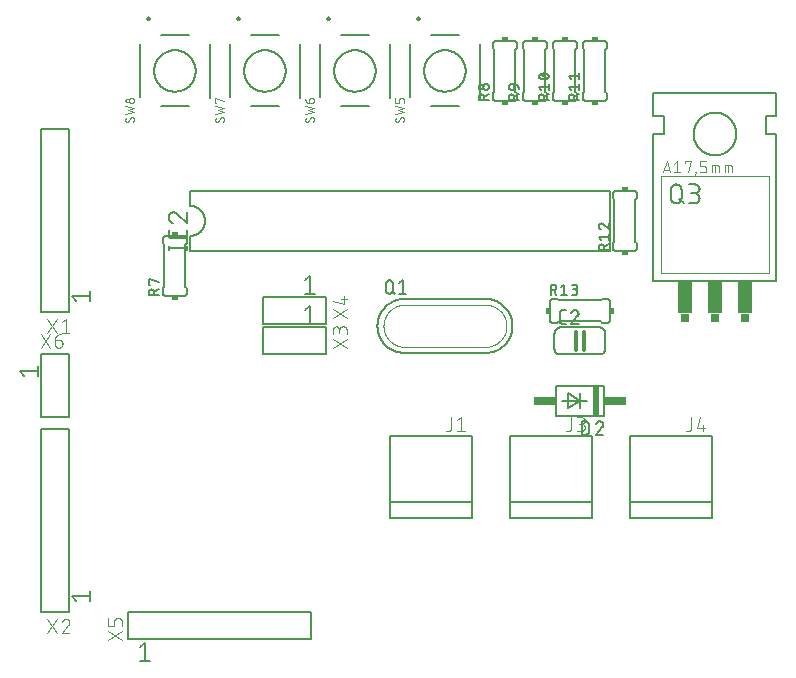
<source format=gbr>
G04 EAGLE Gerber X2 export*
%TF.Part,Single*%
%TF.FileFunction,Legend,Top,1*%
%TF.FilePolarity,Positive*%
%TF.GenerationSoftware,Autodesk,EAGLE,8.7.1*%
%TF.CreationDate,2020-07-24T08:34:06Z*%
G75*
%MOMM*%
%FSLAX34Y34*%
%LPD*%
%AMOC8*
5,1,8,0,0,1.08239X$1,22.5*%
G01*
%ADD10C,0.152400*%
%ADD11C,0.177800*%
%ADD12C,0.203200*%
%ADD13C,0.127000*%
%ADD14C,0.101600*%
%ADD15R,0.508000X0.381000*%
%ADD16C,0.050800*%
%ADD17C,0.076200*%
%ADD18C,0.200000*%
%ADD19R,0.381000X0.508000*%
%ADD20C,0.304800*%
%ADD21R,0.762000X0.635000*%
%ADD22R,1.270000X2.794000*%
%ADD23R,0.508000X2.540000*%
%ADD24R,1.905000X0.762000*%


D10*
X584200Y431800D02*
X584200Y419100D01*
X584200Y431800D02*
X584509Y431804D01*
X584818Y431815D01*
X585127Y431834D01*
X585435Y431860D01*
X585743Y431894D01*
X586049Y431935D01*
X586355Y431984D01*
X586659Y432040D01*
X586961Y432104D01*
X587262Y432175D01*
X587562Y432253D01*
X587859Y432338D01*
X588154Y432431D01*
X588447Y432531D01*
X588737Y432638D01*
X589024Y432752D01*
X589309Y432873D01*
X589591Y433001D01*
X589869Y433135D01*
X590144Y433277D01*
X590416Y433425D01*
X590683Y433580D01*
X590947Y433741D01*
X591207Y433908D01*
X591463Y434082D01*
X591715Y434262D01*
X591962Y434448D01*
X592204Y434640D01*
X592442Y434838D01*
X592675Y435041D01*
X592903Y435251D01*
X593125Y435465D01*
X593343Y435685D01*
X593555Y435911D01*
X593761Y436141D01*
X593962Y436376D01*
X594157Y436616D01*
X594346Y436861D01*
X594529Y437110D01*
X594706Y437364D01*
X594876Y437622D01*
X595041Y437884D01*
X595199Y438150D01*
X595350Y438420D01*
X595495Y438693D01*
X595633Y438970D01*
X595764Y439250D01*
X595888Y439533D01*
X596006Y439819D01*
X596116Y440108D01*
X596220Y440399D01*
X596316Y440693D01*
X596405Y440989D01*
X596487Y441288D01*
X596562Y441588D01*
X596629Y441890D01*
X596689Y442193D01*
X596741Y442498D01*
X596786Y442804D01*
X596824Y443111D01*
X596854Y443419D01*
X596876Y443727D01*
X596892Y444036D01*
X596899Y444345D01*
X596899Y444655D01*
X596892Y444964D01*
X596876Y445273D01*
X596854Y445581D01*
X596824Y445889D01*
X596786Y446196D01*
X596741Y446502D01*
X596689Y446807D01*
X596629Y447110D01*
X596562Y447412D01*
X596487Y447712D01*
X596405Y448011D01*
X596316Y448307D01*
X596220Y448601D01*
X596116Y448892D01*
X596006Y449181D01*
X595888Y449467D01*
X595764Y449750D01*
X595633Y450030D01*
X595495Y450307D01*
X595350Y450580D01*
X595199Y450850D01*
X595041Y451116D01*
X594876Y451378D01*
X594706Y451636D01*
X594529Y451890D01*
X594346Y452139D01*
X594157Y452384D01*
X593962Y452624D01*
X593761Y452859D01*
X593555Y453089D01*
X593343Y453315D01*
X593125Y453535D01*
X592903Y453749D01*
X592675Y453959D01*
X592442Y454162D01*
X592204Y454360D01*
X591962Y454552D01*
X591715Y454738D01*
X591463Y454918D01*
X591207Y455092D01*
X590947Y455259D01*
X590683Y455420D01*
X590416Y455575D01*
X590144Y455723D01*
X589869Y455865D01*
X589591Y455999D01*
X589309Y456127D01*
X589024Y456248D01*
X588737Y456362D01*
X588447Y456469D01*
X588154Y456569D01*
X587859Y456662D01*
X587562Y456747D01*
X587262Y456825D01*
X586961Y456896D01*
X586659Y456960D01*
X586355Y457016D01*
X586049Y457065D01*
X585743Y457106D01*
X585435Y457140D01*
X585127Y457166D01*
X584818Y457185D01*
X584509Y457196D01*
X584200Y457200D01*
X939800Y469900D02*
X939800Y419100D01*
X584200Y457200D02*
X584200Y469900D01*
X939800Y469900D01*
X939800Y419100D02*
X585470Y419100D01*
D11*
X582041Y421767D02*
X566039Y421767D01*
X582041Y419989D02*
X582041Y423545D01*
X566039Y423545D02*
X566039Y419989D01*
X582041Y433339D02*
X582041Y436895D01*
X582041Y433339D02*
X582039Y433223D01*
X582033Y433106D01*
X582024Y432990D01*
X582011Y432875D01*
X581994Y432760D01*
X581973Y432645D01*
X581948Y432532D01*
X581920Y432419D01*
X581888Y432307D01*
X581852Y432196D01*
X581813Y432086D01*
X581770Y431978D01*
X581724Y431871D01*
X581674Y431766D01*
X581621Y431663D01*
X581565Y431561D01*
X581505Y431461D01*
X581442Y431363D01*
X581375Y431268D01*
X581306Y431174D01*
X581234Y431083D01*
X581159Y430994D01*
X581080Y430908D01*
X580999Y430825D01*
X580916Y430744D01*
X580830Y430665D01*
X580741Y430590D01*
X580650Y430518D01*
X580556Y430449D01*
X580461Y430382D01*
X580363Y430319D01*
X580263Y430259D01*
X580161Y430203D01*
X580058Y430150D01*
X579953Y430100D01*
X579846Y430054D01*
X579738Y430011D01*
X579628Y429972D01*
X579517Y429936D01*
X579405Y429904D01*
X579292Y429876D01*
X579179Y429851D01*
X579064Y429830D01*
X578949Y429813D01*
X578834Y429800D01*
X578718Y429791D01*
X578601Y429785D01*
X578485Y429783D01*
X569595Y429783D01*
X569479Y429785D01*
X569362Y429791D01*
X569246Y429800D01*
X569131Y429813D01*
X569016Y429830D01*
X568901Y429851D01*
X568788Y429876D01*
X568675Y429904D01*
X568563Y429936D01*
X568452Y429972D01*
X568342Y430011D01*
X568234Y430054D01*
X568127Y430100D01*
X568022Y430150D01*
X567919Y430203D01*
X567817Y430259D01*
X567717Y430319D01*
X567619Y430382D01*
X567524Y430449D01*
X567430Y430518D01*
X567339Y430590D01*
X567250Y430665D01*
X567164Y430744D01*
X567081Y430825D01*
X567000Y430908D01*
X566921Y430994D01*
X566846Y431083D01*
X566774Y431174D01*
X566705Y431268D01*
X566638Y431363D01*
X566575Y431461D01*
X566515Y431561D01*
X566459Y431663D01*
X566406Y431766D01*
X566356Y431871D01*
X566310Y431978D01*
X566267Y432086D01*
X566228Y432196D01*
X566192Y432307D01*
X566160Y432419D01*
X566132Y432532D01*
X566107Y432645D01*
X566086Y432760D01*
X566069Y432875D01*
X566056Y432990D01*
X566047Y433106D01*
X566041Y433223D01*
X566039Y433339D01*
X566039Y436895D01*
X566039Y447743D02*
X566041Y447869D01*
X566047Y447994D01*
X566057Y448120D01*
X566071Y448244D01*
X566088Y448369D01*
X566110Y448493D01*
X566135Y448616D01*
X566165Y448738D01*
X566198Y448859D01*
X566235Y448979D01*
X566276Y449098D01*
X566320Y449216D01*
X566368Y449332D01*
X566420Y449447D01*
X566475Y449559D01*
X566534Y449670D01*
X566596Y449780D01*
X566662Y449887D01*
X566731Y449992D01*
X566803Y450095D01*
X566879Y450195D01*
X566957Y450293D01*
X567039Y450389D01*
X567123Y450482D01*
X567211Y450572D01*
X567301Y450660D01*
X567394Y450744D01*
X567490Y450826D01*
X567588Y450904D01*
X567688Y450980D01*
X567791Y451052D01*
X567896Y451121D01*
X568003Y451187D01*
X568113Y451249D01*
X568224Y451308D01*
X568336Y451363D01*
X568451Y451415D01*
X568567Y451463D01*
X568685Y451507D01*
X568804Y451548D01*
X568924Y451585D01*
X569045Y451618D01*
X569167Y451648D01*
X569290Y451673D01*
X569414Y451695D01*
X569539Y451712D01*
X569663Y451726D01*
X569789Y451736D01*
X569914Y451742D01*
X570040Y451744D01*
X566039Y447743D02*
X566041Y447602D01*
X566047Y447462D01*
X566056Y447322D01*
X566070Y447182D01*
X566087Y447043D01*
X566108Y446904D01*
X566133Y446765D01*
X566161Y446628D01*
X566194Y446491D01*
X566230Y446355D01*
X566270Y446220D01*
X566313Y446087D01*
X566360Y445954D01*
X566411Y445823D01*
X566465Y445694D01*
X566523Y445566D01*
X566584Y445439D01*
X566649Y445314D01*
X566717Y445192D01*
X566788Y445071D01*
X566863Y444951D01*
X566941Y444835D01*
X567022Y444720D01*
X567106Y444607D01*
X567194Y444497D01*
X567284Y444389D01*
X567377Y444284D01*
X567473Y444182D01*
X567572Y444082D01*
X567673Y443984D01*
X567777Y443890D01*
X567884Y443798D01*
X567993Y443710D01*
X568104Y443624D01*
X568218Y443542D01*
X568334Y443462D01*
X568452Y443386D01*
X568572Y443313D01*
X568694Y443244D01*
X568818Y443177D01*
X568944Y443114D01*
X569071Y443055D01*
X569200Y442999D01*
X569330Y442947D01*
X569462Y442898D01*
X569595Y442853D01*
X573152Y450409D02*
X573061Y450501D01*
X572968Y450591D01*
X572873Y450677D01*
X572775Y450761D01*
X572674Y450841D01*
X572571Y450919D01*
X572466Y450993D01*
X572358Y451064D01*
X572249Y451132D01*
X572137Y451196D01*
X572024Y451258D01*
X571909Y451315D01*
X571792Y451370D01*
X571673Y451421D01*
X571553Y451468D01*
X571432Y451511D01*
X571310Y451551D01*
X571186Y451587D01*
X571061Y451620D01*
X570936Y451649D01*
X570809Y451674D01*
X570682Y451695D01*
X570554Y451712D01*
X570426Y451726D01*
X570298Y451735D01*
X570169Y451741D01*
X570040Y451743D01*
X573151Y450410D02*
X582041Y442853D01*
X582041Y451743D01*
D12*
X458350Y521990D02*
X458350Y367010D01*
X458350Y521990D02*
X481450Y521990D01*
X481450Y367010D01*
X458350Y367010D01*
D13*
X484251Y380859D02*
X487694Y376555D01*
X484251Y380859D02*
X499745Y380859D01*
X499745Y376555D02*
X499745Y385163D01*
D14*
X471311Y361442D02*
X463522Y349758D01*
X471311Y349758D02*
X463522Y361442D01*
X475601Y358846D02*
X478846Y361442D01*
X478846Y349758D01*
X475601Y349758D02*
X482092Y349758D01*
D10*
X561340Y383540D02*
X561342Y383440D01*
X561348Y383341D01*
X561358Y383241D01*
X561371Y383143D01*
X561389Y383044D01*
X561410Y382947D01*
X561435Y382851D01*
X561464Y382755D01*
X561497Y382661D01*
X561533Y382568D01*
X561573Y382477D01*
X561617Y382387D01*
X561664Y382299D01*
X561714Y382213D01*
X561768Y382129D01*
X561825Y382047D01*
X561885Y381968D01*
X561949Y381890D01*
X562015Y381816D01*
X562084Y381744D01*
X562156Y381675D01*
X562230Y381609D01*
X562308Y381545D01*
X562387Y381485D01*
X562469Y381428D01*
X562553Y381374D01*
X562639Y381324D01*
X562727Y381277D01*
X562817Y381233D01*
X562908Y381193D01*
X563001Y381157D01*
X563095Y381124D01*
X563191Y381095D01*
X563287Y381070D01*
X563384Y381049D01*
X563483Y381031D01*
X563581Y381018D01*
X563681Y381008D01*
X563780Y381002D01*
X563880Y381000D01*
X579120Y381000D02*
X579220Y381002D01*
X579319Y381008D01*
X579419Y381018D01*
X579517Y381031D01*
X579616Y381049D01*
X579713Y381070D01*
X579809Y381095D01*
X579905Y381124D01*
X579999Y381157D01*
X580092Y381193D01*
X580183Y381233D01*
X580273Y381277D01*
X580361Y381324D01*
X580447Y381374D01*
X580531Y381428D01*
X580613Y381485D01*
X580692Y381545D01*
X580770Y381609D01*
X580844Y381675D01*
X580916Y381744D01*
X580985Y381816D01*
X581051Y381890D01*
X581115Y381968D01*
X581175Y382047D01*
X581232Y382129D01*
X581286Y382213D01*
X581336Y382299D01*
X581383Y382387D01*
X581427Y382477D01*
X581467Y382568D01*
X581503Y382661D01*
X581536Y382755D01*
X581565Y382851D01*
X581590Y382947D01*
X581611Y383044D01*
X581629Y383143D01*
X581642Y383241D01*
X581652Y383341D01*
X581658Y383440D01*
X581660Y383540D01*
X581660Y429260D02*
X581658Y429360D01*
X581652Y429459D01*
X581642Y429559D01*
X581629Y429657D01*
X581611Y429756D01*
X581590Y429853D01*
X581565Y429949D01*
X581536Y430045D01*
X581503Y430139D01*
X581467Y430232D01*
X581427Y430323D01*
X581383Y430413D01*
X581336Y430501D01*
X581286Y430587D01*
X581232Y430671D01*
X581175Y430753D01*
X581115Y430832D01*
X581051Y430910D01*
X580985Y430984D01*
X580916Y431056D01*
X580844Y431125D01*
X580770Y431191D01*
X580692Y431255D01*
X580613Y431315D01*
X580531Y431372D01*
X580447Y431426D01*
X580361Y431476D01*
X580273Y431523D01*
X580183Y431567D01*
X580092Y431607D01*
X579999Y431643D01*
X579905Y431676D01*
X579809Y431705D01*
X579713Y431730D01*
X579616Y431751D01*
X579517Y431769D01*
X579419Y431782D01*
X579319Y431792D01*
X579220Y431798D01*
X579120Y431800D01*
X563880Y431800D02*
X563780Y431798D01*
X563681Y431792D01*
X563581Y431782D01*
X563483Y431769D01*
X563384Y431751D01*
X563287Y431730D01*
X563191Y431705D01*
X563095Y431676D01*
X563001Y431643D01*
X562908Y431607D01*
X562817Y431567D01*
X562727Y431523D01*
X562639Y431476D01*
X562553Y431426D01*
X562469Y431372D01*
X562387Y431315D01*
X562308Y431255D01*
X562230Y431191D01*
X562156Y431125D01*
X562084Y431056D01*
X562015Y430984D01*
X561949Y430910D01*
X561885Y430832D01*
X561825Y430753D01*
X561768Y430671D01*
X561714Y430587D01*
X561664Y430501D01*
X561617Y430413D01*
X561573Y430323D01*
X561533Y430232D01*
X561497Y430139D01*
X561464Y430045D01*
X561435Y429949D01*
X561410Y429853D01*
X561389Y429756D01*
X561371Y429657D01*
X561358Y429559D01*
X561348Y429459D01*
X561342Y429360D01*
X561340Y429260D01*
X563880Y381000D02*
X579120Y381000D01*
X561340Y383540D02*
X561340Y387350D01*
X562610Y388620D01*
X581660Y387350D02*
X581660Y383540D01*
X581660Y387350D02*
X580390Y388620D01*
X562610Y424180D02*
X561340Y425450D01*
X562610Y424180D02*
X562610Y388620D01*
X580390Y424180D02*
X581660Y425450D01*
X580390Y424180D02*
X580390Y388620D01*
X561340Y425450D02*
X561340Y429260D01*
X581660Y429260D02*
X581660Y425450D01*
X579120Y431800D02*
X563880Y431800D01*
D13*
X557911Y381635D02*
X549275Y381635D01*
X549275Y384034D01*
X549277Y384131D01*
X549283Y384227D01*
X549292Y384323D01*
X549306Y384419D01*
X549323Y384514D01*
X549345Y384608D01*
X549370Y384701D01*
X549398Y384794D01*
X549431Y384885D01*
X549467Y384974D01*
X549507Y385062D01*
X549550Y385149D01*
X549596Y385234D01*
X549646Y385316D01*
X549700Y385397D01*
X549756Y385475D01*
X549816Y385551D01*
X549878Y385625D01*
X549944Y385696D01*
X550012Y385764D01*
X550083Y385830D01*
X550157Y385892D01*
X550233Y385952D01*
X550311Y386008D01*
X550392Y386062D01*
X550475Y386112D01*
X550559Y386158D01*
X550646Y386201D01*
X550734Y386241D01*
X550823Y386277D01*
X550914Y386310D01*
X551007Y386338D01*
X551100Y386363D01*
X551194Y386385D01*
X551289Y386402D01*
X551385Y386416D01*
X551481Y386425D01*
X551577Y386431D01*
X551674Y386433D01*
X551771Y386431D01*
X551867Y386425D01*
X551963Y386416D01*
X552059Y386402D01*
X552154Y386385D01*
X552248Y386363D01*
X552341Y386338D01*
X552434Y386310D01*
X552525Y386277D01*
X552614Y386241D01*
X552702Y386201D01*
X552789Y386158D01*
X552874Y386112D01*
X552956Y386062D01*
X553037Y386008D01*
X553115Y385952D01*
X553191Y385892D01*
X553265Y385830D01*
X553336Y385764D01*
X553404Y385696D01*
X553470Y385625D01*
X553532Y385551D01*
X553592Y385475D01*
X553648Y385397D01*
X553702Y385316D01*
X553752Y385234D01*
X553798Y385149D01*
X553841Y385062D01*
X553881Y384974D01*
X553917Y384885D01*
X553950Y384794D01*
X553978Y384701D01*
X554003Y384608D01*
X554025Y384514D01*
X554042Y384419D01*
X554056Y384323D01*
X554065Y384227D01*
X554071Y384131D01*
X554073Y384034D01*
X554073Y381635D01*
X554073Y384514D02*
X557911Y386433D01*
X550235Y390476D02*
X549275Y390476D01*
X549275Y395273D01*
X557911Y392875D01*
D15*
X571500Y433705D03*
X571500Y379095D03*
D10*
X765810Y332740D02*
X834390Y332740D01*
X834390Y378460D02*
X765810Y378460D01*
D16*
X765810Y337820D02*
X834390Y337820D01*
X834390Y373380D02*
X765810Y373380D01*
X834390Y373380D02*
X834823Y373375D01*
X835256Y373359D01*
X835688Y373333D01*
X836119Y373296D01*
X836550Y373248D01*
X836979Y373191D01*
X837406Y373122D01*
X837832Y373044D01*
X838256Y372955D01*
X838677Y372855D01*
X839096Y372746D01*
X839512Y372626D01*
X839925Y372496D01*
X840335Y372357D01*
X840742Y372207D01*
X841144Y372047D01*
X841543Y371878D01*
X841937Y371699D01*
X842327Y371510D01*
X842712Y371312D01*
X843092Y371105D01*
X843467Y370889D01*
X843836Y370663D01*
X844200Y370428D01*
X844559Y370185D01*
X844911Y369933D01*
X845257Y369673D01*
X845596Y369404D01*
X845929Y369127D01*
X846255Y368842D01*
X846574Y368549D01*
X846886Y368249D01*
X847190Y367941D01*
X847487Y367625D01*
X847776Y367303D01*
X848057Y366973D01*
X848329Y366637D01*
X848594Y366295D01*
X848850Y365945D01*
X849098Y365590D01*
X849337Y365229D01*
X849567Y364862D01*
X849788Y364490D01*
X850000Y364112D01*
X850203Y363730D01*
X850396Y363342D01*
X850580Y362950D01*
X850754Y362554D01*
X850918Y362153D01*
X851073Y361749D01*
X851218Y361341D01*
X851353Y360929D01*
X851477Y360515D01*
X851592Y360097D01*
X851696Y359677D01*
X851790Y359254D01*
X851874Y358830D01*
X851948Y358403D01*
X852011Y357974D01*
X852063Y357545D01*
X852105Y357114D01*
X852137Y356682D01*
X852158Y356249D01*
X852169Y355816D01*
X852169Y355384D01*
X852158Y354951D01*
X852137Y354518D01*
X852105Y354086D01*
X852063Y353655D01*
X852011Y353226D01*
X851948Y352797D01*
X851874Y352370D01*
X851790Y351946D01*
X851696Y351523D01*
X851592Y351103D01*
X851477Y350685D01*
X851353Y350271D01*
X851218Y349859D01*
X851073Y349451D01*
X850918Y349047D01*
X850754Y348646D01*
X850580Y348250D01*
X850396Y347858D01*
X850203Y347470D01*
X850000Y347088D01*
X849788Y346710D01*
X849567Y346338D01*
X849337Y345971D01*
X849098Y345610D01*
X848850Y345255D01*
X848594Y344905D01*
X848329Y344563D01*
X848057Y344227D01*
X847776Y343897D01*
X847487Y343575D01*
X847190Y343259D01*
X846886Y342951D01*
X846574Y342651D01*
X846255Y342358D01*
X845929Y342073D01*
X845596Y341796D01*
X845257Y341527D01*
X844911Y341267D01*
X844559Y341015D01*
X844200Y340772D01*
X843836Y340537D01*
X843467Y340311D01*
X843092Y340095D01*
X842712Y339888D01*
X842327Y339690D01*
X841937Y339501D01*
X841543Y339322D01*
X841144Y339153D01*
X840742Y338993D01*
X840335Y338843D01*
X839925Y338704D01*
X839512Y338574D01*
X839096Y338454D01*
X838677Y338345D01*
X838256Y338245D01*
X837832Y338156D01*
X837406Y338078D01*
X836979Y338009D01*
X836550Y337952D01*
X836119Y337904D01*
X835688Y337867D01*
X835256Y337841D01*
X834823Y337825D01*
X834390Y337820D01*
D10*
X834390Y332740D02*
X834947Y332747D01*
X835503Y332767D01*
X836059Y332801D01*
X836613Y332848D01*
X837167Y332909D01*
X837718Y332984D01*
X838268Y333071D01*
X838816Y333172D01*
X839360Y333287D01*
X839902Y333415D01*
X840441Y333555D01*
X840976Y333709D01*
X841507Y333876D01*
X842034Y334056D01*
X842556Y334248D01*
X843074Y334454D01*
X843586Y334671D01*
X844093Y334901D01*
X844594Y335144D01*
X845089Y335398D01*
X845578Y335665D01*
X846060Y335943D01*
X846535Y336233D01*
X847003Y336535D01*
X847464Y336848D01*
X847917Y337172D01*
X848361Y337506D01*
X848798Y337852D01*
X849226Y338208D01*
X849645Y338575D01*
X850055Y338951D01*
X850456Y339337D01*
X850847Y339733D01*
X851228Y340139D01*
X851600Y340554D01*
X851961Y340977D01*
X852312Y341409D01*
X852652Y341850D01*
X852982Y342299D01*
X853300Y342755D01*
X853607Y343220D01*
X853903Y343691D01*
X854187Y344170D01*
X854460Y344655D01*
X854720Y345147D01*
X854969Y345646D01*
X855205Y346150D01*
X855429Y346659D01*
X855641Y347174D01*
X855839Y347694D01*
X856026Y348219D01*
X856199Y348748D01*
X856359Y349281D01*
X856507Y349818D01*
X856641Y350358D01*
X856762Y350902D01*
X856870Y351448D01*
X856964Y351996D01*
X857045Y352547D01*
X857113Y353100D01*
X857167Y353654D01*
X857208Y354209D01*
X857235Y354765D01*
X857248Y355322D01*
X857248Y355878D01*
X857235Y356435D01*
X857208Y356991D01*
X857167Y357546D01*
X857113Y358100D01*
X857045Y358653D01*
X856964Y359204D01*
X856870Y359752D01*
X856762Y360298D01*
X856641Y360842D01*
X856507Y361382D01*
X856359Y361919D01*
X856199Y362452D01*
X856026Y362981D01*
X855839Y363506D01*
X855641Y364026D01*
X855429Y364541D01*
X855205Y365050D01*
X854969Y365554D01*
X854720Y366053D01*
X854460Y366545D01*
X854187Y367030D01*
X853903Y367509D01*
X853607Y367980D01*
X853300Y368445D01*
X852982Y368901D01*
X852652Y369350D01*
X852312Y369791D01*
X851961Y370223D01*
X851600Y370646D01*
X851228Y371061D01*
X850847Y371467D01*
X850456Y371863D01*
X850055Y372249D01*
X849645Y372625D01*
X849226Y372992D01*
X848798Y373348D01*
X848361Y373694D01*
X847917Y374028D01*
X847464Y374352D01*
X847003Y374665D01*
X846535Y374967D01*
X846060Y375257D01*
X845578Y375535D01*
X845089Y375802D01*
X844594Y376056D01*
X844093Y376299D01*
X843586Y376529D01*
X843074Y376746D01*
X842556Y376952D01*
X842034Y377144D01*
X841507Y377324D01*
X840976Y377491D01*
X840441Y377645D01*
X839902Y377785D01*
X839360Y377913D01*
X838816Y378028D01*
X838268Y378129D01*
X837718Y378216D01*
X837167Y378291D01*
X836613Y378352D01*
X836059Y378399D01*
X835503Y378433D01*
X834947Y378453D01*
X834390Y378460D01*
X765810Y378460D02*
X765253Y378453D01*
X764697Y378433D01*
X764141Y378399D01*
X763587Y378352D01*
X763033Y378291D01*
X762482Y378216D01*
X761932Y378129D01*
X761384Y378028D01*
X760840Y377913D01*
X760298Y377785D01*
X759759Y377645D01*
X759224Y377491D01*
X758693Y377324D01*
X758166Y377144D01*
X757644Y376952D01*
X757126Y376746D01*
X756614Y376529D01*
X756107Y376299D01*
X755606Y376056D01*
X755111Y375802D01*
X754622Y375535D01*
X754140Y375257D01*
X753665Y374967D01*
X753197Y374665D01*
X752736Y374352D01*
X752283Y374028D01*
X751839Y373694D01*
X751402Y373348D01*
X750974Y372992D01*
X750555Y372625D01*
X750145Y372249D01*
X749744Y371863D01*
X749353Y371467D01*
X748972Y371061D01*
X748600Y370646D01*
X748239Y370223D01*
X747888Y369791D01*
X747548Y369350D01*
X747218Y368901D01*
X746900Y368445D01*
X746593Y367980D01*
X746297Y367509D01*
X746013Y367030D01*
X745740Y366545D01*
X745480Y366053D01*
X745231Y365554D01*
X744995Y365050D01*
X744771Y364541D01*
X744559Y364026D01*
X744361Y363506D01*
X744174Y362981D01*
X744001Y362452D01*
X743841Y361919D01*
X743693Y361382D01*
X743559Y360842D01*
X743438Y360298D01*
X743330Y359752D01*
X743236Y359204D01*
X743155Y358653D01*
X743087Y358100D01*
X743033Y357546D01*
X742992Y356991D01*
X742965Y356435D01*
X742952Y355878D01*
X742952Y355322D01*
X742965Y354765D01*
X742992Y354209D01*
X743033Y353654D01*
X743087Y353100D01*
X743155Y352547D01*
X743236Y351996D01*
X743330Y351448D01*
X743438Y350902D01*
X743559Y350358D01*
X743693Y349818D01*
X743841Y349281D01*
X744001Y348748D01*
X744174Y348219D01*
X744361Y347694D01*
X744559Y347174D01*
X744771Y346659D01*
X744995Y346150D01*
X745231Y345646D01*
X745480Y345147D01*
X745740Y344655D01*
X746013Y344170D01*
X746297Y343691D01*
X746593Y343220D01*
X746900Y342755D01*
X747218Y342299D01*
X747548Y341850D01*
X747888Y341409D01*
X748239Y340977D01*
X748600Y340554D01*
X748972Y340139D01*
X749353Y339733D01*
X749744Y339337D01*
X750145Y338951D01*
X750555Y338575D01*
X750974Y338208D01*
X751402Y337852D01*
X751839Y337506D01*
X752283Y337172D01*
X752736Y336848D01*
X753197Y336535D01*
X753665Y336233D01*
X754140Y335943D01*
X754622Y335665D01*
X755111Y335398D01*
X755606Y335144D01*
X756107Y334901D01*
X756614Y334671D01*
X757126Y334454D01*
X757644Y334248D01*
X758166Y334056D01*
X758693Y333876D01*
X759224Y333709D01*
X759759Y333555D01*
X760298Y333415D01*
X760840Y333287D01*
X761384Y333172D01*
X761932Y333071D01*
X762482Y332984D01*
X763033Y332909D01*
X763587Y332848D01*
X764141Y332801D01*
X764697Y332767D01*
X765253Y332747D01*
X765810Y332740D01*
D16*
X765810Y337820D02*
X765377Y337825D01*
X764944Y337841D01*
X764512Y337867D01*
X764081Y337904D01*
X763650Y337952D01*
X763221Y338009D01*
X762794Y338078D01*
X762368Y338156D01*
X761944Y338245D01*
X761523Y338345D01*
X761104Y338454D01*
X760688Y338574D01*
X760275Y338704D01*
X759865Y338843D01*
X759458Y338993D01*
X759056Y339153D01*
X758657Y339322D01*
X758263Y339501D01*
X757873Y339690D01*
X757488Y339888D01*
X757108Y340095D01*
X756733Y340311D01*
X756364Y340537D01*
X756000Y340772D01*
X755641Y341015D01*
X755289Y341267D01*
X754943Y341527D01*
X754604Y341796D01*
X754271Y342073D01*
X753945Y342358D01*
X753626Y342651D01*
X753314Y342951D01*
X753010Y343259D01*
X752713Y343575D01*
X752424Y343897D01*
X752143Y344227D01*
X751871Y344563D01*
X751606Y344905D01*
X751350Y345255D01*
X751102Y345610D01*
X750863Y345971D01*
X750633Y346338D01*
X750412Y346710D01*
X750200Y347088D01*
X749997Y347470D01*
X749804Y347858D01*
X749620Y348250D01*
X749446Y348646D01*
X749282Y349047D01*
X749127Y349451D01*
X748982Y349859D01*
X748847Y350271D01*
X748723Y350685D01*
X748608Y351103D01*
X748504Y351523D01*
X748410Y351946D01*
X748326Y352370D01*
X748252Y352797D01*
X748189Y353226D01*
X748137Y353655D01*
X748095Y354086D01*
X748063Y354518D01*
X748042Y354951D01*
X748031Y355384D01*
X748031Y355816D01*
X748042Y356249D01*
X748063Y356682D01*
X748095Y357114D01*
X748137Y357545D01*
X748189Y357974D01*
X748252Y358403D01*
X748326Y358830D01*
X748410Y359254D01*
X748504Y359677D01*
X748608Y360097D01*
X748723Y360515D01*
X748847Y360929D01*
X748982Y361341D01*
X749127Y361749D01*
X749282Y362153D01*
X749446Y362554D01*
X749620Y362950D01*
X749804Y363342D01*
X749997Y363730D01*
X750200Y364112D01*
X750412Y364490D01*
X750633Y364862D01*
X750863Y365229D01*
X751102Y365590D01*
X751350Y365945D01*
X751606Y366295D01*
X751871Y366637D01*
X752143Y366973D01*
X752424Y367303D01*
X752713Y367625D01*
X753010Y367941D01*
X753314Y368249D01*
X753626Y368549D01*
X753945Y368842D01*
X754271Y369127D01*
X754604Y369404D01*
X754943Y369673D01*
X755289Y369933D01*
X755641Y370185D01*
X756000Y370428D01*
X756364Y370663D01*
X756733Y370889D01*
X757108Y371105D01*
X757488Y371312D01*
X757873Y371510D01*
X758263Y371699D01*
X758657Y371878D01*
X759056Y372047D01*
X759458Y372207D01*
X759865Y372357D01*
X760275Y372496D01*
X760688Y372626D01*
X761104Y372746D01*
X761523Y372855D01*
X761944Y372955D01*
X762368Y373044D01*
X762794Y373122D01*
X763221Y373191D01*
X763650Y373248D01*
X764081Y373296D01*
X764512Y373333D01*
X764944Y373359D01*
X765377Y373375D01*
X765810Y373380D01*
D13*
X749935Y386080D02*
X749935Y391160D01*
X749937Y391271D01*
X749943Y391381D01*
X749952Y391492D01*
X749966Y391602D01*
X749983Y391711D01*
X750004Y391820D01*
X750029Y391928D01*
X750058Y392035D01*
X750090Y392141D01*
X750126Y392246D01*
X750166Y392349D01*
X750209Y392451D01*
X750256Y392552D01*
X750307Y392651D01*
X750360Y392748D01*
X750417Y392842D01*
X750478Y392935D01*
X750541Y393026D01*
X750608Y393115D01*
X750678Y393201D01*
X750751Y393284D01*
X750826Y393366D01*
X750904Y393444D01*
X750986Y393519D01*
X751069Y393592D01*
X751155Y393662D01*
X751244Y393729D01*
X751335Y393792D01*
X751428Y393853D01*
X751523Y393910D01*
X751619Y393963D01*
X751718Y394014D01*
X751819Y394061D01*
X751921Y394104D01*
X752024Y394144D01*
X752129Y394180D01*
X752235Y394212D01*
X752342Y394241D01*
X752450Y394266D01*
X752559Y394287D01*
X752668Y394304D01*
X752778Y394318D01*
X752889Y394327D01*
X752999Y394333D01*
X753110Y394335D01*
X753221Y394333D01*
X753331Y394327D01*
X753442Y394318D01*
X753552Y394304D01*
X753661Y394287D01*
X753770Y394266D01*
X753878Y394241D01*
X753985Y394212D01*
X754091Y394180D01*
X754196Y394144D01*
X754299Y394104D01*
X754401Y394061D01*
X754502Y394014D01*
X754601Y393963D01*
X754698Y393910D01*
X754792Y393853D01*
X754885Y393792D01*
X754976Y393729D01*
X755065Y393662D01*
X755151Y393592D01*
X755234Y393519D01*
X755316Y393444D01*
X755394Y393366D01*
X755469Y393284D01*
X755542Y393201D01*
X755612Y393115D01*
X755679Y393026D01*
X755742Y392935D01*
X755803Y392842D01*
X755860Y392748D01*
X755913Y392651D01*
X755964Y392552D01*
X756011Y392451D01*
X756054Y392349D01*
X756094Y392246D01*
X756130Y392141D01*
X756162Y392035D01*
X756191Y391928D01*
X756216Y391820D01*
X756237Y391711D01*
X756254Y391602D01*
X756268Y391492D01*
X756277Y391381D01*
X756283Y391271D01*
X756285Y391160D01*
X756285Y386080D01*
X756283Y385969D01*
X756277Y385859D01*
X756268Y385748D01*
X756254Y385638D01*
X756237Y385529D01*
X756216Y385420D01*
X756191Y385312D01*
X756162Y385205D01*
X756130Y385099D01*
X756094Y384994D01*
X756054Y384891D01*
X756011Y384789D01*
X755964Y384688D01*
X755913Y384589D01*
X755860Y384492D01*
X755803Y384398D01*
X755742Y384305D01*
X755679Y384214D01*
X755612Y384125D01*
X755542Y384039D01*
X755469Y383956D01*
X755394Y383874D01*
X755316Y383796D01*
X755234Y383721D01*
X755151Y383648D01*
X755065Y383578D01*
X754976Y383511D01*
X754885Y383448D01*
X754792Y383387D01*
X754698Y383330D01*
X754601Y383277D01*
X754502Y383226D01*
X754401Y383179D01*
X754299Y383136D01*
X754196Y383096D01*
X754091Y383060D01*
X753985Y383028D01*
X753878Y382999D01*
X753770Y382974D01*
X753661Y382953D01*
X753552Y382936D01*
X753442Y382922D01*
X753331Y382913D01*
X753221Y382907D01*
X753110Y382905D01*
X752999Y382907D01*
X752889Y382913D01*
X752778Y382922D01*
X752668Y382936D01*
X752559Y382953D01*
X752450Y382974D01*
X752342Y382999D01*
X752235Y383028D01*
X752129Y383060D01*
X752024Y383096D01*
X751921Y383136D01*
X751819Y383179D01*
X751718Y383226D01*
X751619Y383277D01*
X751523Y383330D01*
X751428Y383387D01*
X751335Y383448D01*
X751244Y383511D01*
X751155Y383578D01*
X751069Y383648D01*
X750986Y383721D01*
X750904Y383796D01*
X750826Y383874D01*
X750751Y383956D01*
X750678Y384039D01*
X750608Y384125D01*
X750541Y384214D01*
X750478Y384305D01*
X750417Y384398D01*
X750360Y384493D01*
X750307Y384589D01*
X750256Y384688D01*
X750209Y384789D01*
X750166Y384891D01*
X750126Y384994D01*
X750090Y385099D01*
X750058Y385205D01*
X750029Y385312D01*
X750004Y385420D01*
X749983Y385529D01*
X749966Y385638D01*
X749952Y385748D01*
X749943Y385859D01*
X749937Y385969D01*
X749935Y386080D01*
X755015Y385445D02*
X757555Y382905D01*
X760996Y391795D02*
X764171Y394335D01*
X764171Y382905D01*
X760996Y382905D02*
X767346Y382905D01*
D12*
X458350Y267990D02*
X458350Y113010D01*
X458350Y267990D02*
X481450Y267990D01*
X481450Y113010D01*
X458350Y113010D01*
D13*
X484251Y126859D02*
X487694Y122555D01*
X484251Y126859D02*
X499745Y126859D01*
X499745Y122555D02*
X499745Y131163D01*
D14*
X471311Y107442D02*
X463522Y95758D01*
X471311Y95758D02*
X463522Y107442D01*
X479171Y107442D02*
X479278Y107440D01*
X479384Y107434D01*
X479490Y107424D01*
X479596Y107411D01*
X479702Y107393D01*
X479806Y107372D01*
X479910Y107347D01*
X480013Y107318D01*
X480114Y107286D01*
X480214Y107249D01*
X480313Y107209D01*
X480411Y107166D01*
X480507Y107119D01*
X480601Y107068D01*
X480693Y107014D01*
X480783Y106957D01*
X480871Y106897D01*
X480956Y106833D01*
X481039Y106766D01*
X481120Y106696D01*
X481198Y106624D01*
X481274Y106548D01*
X481346Y106470D01*
X481416Y106389D01*
X481483Y106306D01*
X481547Y106221D01*
X481607Y106133D01*
X481664Y106043D01*
X481718Y105951D01*
X481769Y105857D01*
X481816Y105761D01*
X481859Y105663D01*
X481899Y105564D01*
X481936Y105464D01*
X481968Y105363D01*
X481997Y105260D01*
X482022Y105156D01*
X482043Y105052D01*
X482061Y104946D01*
X482074Y104840D01*
X482084Y104734D01*
X482090Y104628D01*
X482092Y104521D01*
X479171Y107442D02*
X479050Y107440D01*
X478929Y107434D01*
X478809Y107424D01*
X478688Y107411D01*
X478569Y107393D01*
X478449Y107372D01*
X478331Y107347D01*
X478214Y107318D01*
X478097Y107285D01*
X477982Y107249D01*
X477868Y107208D01*
X477755Y107165D01*
X477643Y107117D01*
X477534Y107066D01*
X477426Y107011D01*
X477319Y106953D01*
X477215Y106892D01*
X477113Y106827D01*
X477013Y106759D01*
X476915Y106688D01*
X476819Y106614D01*
X476726Y106537D01*
X476636Y106456D01*
X476548Y106373D01*
X476463Y106287D01*
X476380Y106198D01*
X476301Y106107D01*
X476224Y106013D01*
X476151Y105917D01*
X476081Y105819D01*
X476014Y105718D01*
X475950Y105615D01*
X475890Y105510D01*
X475833Y105403D01*
X475779Y105295D01*
X475729Y105185D01*
X475683Y105073D01*
X475640Y104960D01*
X475601Y104845D01*
X481119Y102249D02*
X481198Y102326D01*
X481274Y102407D01*
X481347Y102490D01*
X481417Y102575D01*
X481484Y102663D01*
X481548Y102753D01*
X481608Y102845D01*
X481665Y102940D01*
X481719Y103036D01*
X481770Y103134D01*
X481817Y103234D01*
X481861Y103336D01*
X481901Y103439D01*
X481937Y103543D01*
X481969Y103649D01*
X481998Y103755D01*
X482023Y103863D01*
X482045Y103971D01*
X482062Y104081D01*
X482076Y104190D01*
X482085Y104300D01*
X482091Y104411D01*
X482093Y104521D01*
X481118Y102249D02*
X475601Y95758D01*
X482092Y95758D01*
D13*
X770150Y549500D02*
X770150Y594500D01*
X788600Y601500D02*
X811600Y601500D01*
X830050Y594500D02*
X830050Y548500D01*
X811600Y541550D02*
X788600Y541550D01*
D17*
X765279Y530647D02*
X765277Y530726D01*
X765271Y530805D01*
X765262Y530883D01*
X765248Y530961D01*
X765231Y531038D01*
X765210Y531114D01*
X765185Y531189D01*
X765156Y531263D01*
X765124Y531335D01*
X765089Y531406D01*
X765050Y531475D01*
X765008Y531541D01*
X764962Y531606D01*
X764914Y531668D01*
X764862Y531728D01*
X764807Y531785D01*
X764750Y531840D01*
X764690Y531892D01*
X764628Y531940D01*
X764563Y531986D01*
X764497Y532028D01*
X764428Y532067D01*
X764357Y532102D01*
X764285Y532134D01*
X764211Y532163D01*
X764136Y532188D01*
X764060Y532209D01*
X763983Y532226D01*
X763905Y532240D01*
X763827Y532249D01*
X763748Y532255D01*
X763669Y532257D01*
X765279Y530647D02*
X765277Y530535D01*
X765272Y530423D01*
X765262Y530312D01*
X765250Y530201D01*
X765233Y530090D01*
X765213Y529980D01*
X765189Y529870D01*
X765162Y529762D01*
X765131Y529654D01*
X765097Y529548D01*
X765059Y529443D01*
X765017Y529339D01*
X764973Y529236D01*
X764924Y529135D01*
X764873Y529036D01*
X764818Y528938D01*
X764761Y528842D01*
X764700Y528748D01*
X764636Y528656D01*
X764569Y528567D01*
X764499Y528479D01*
X764426Y528394D01*
X764351Y528312D01*
X764273Y528231D01*
X759643Y528432D02*
X759564Y528434D01*
X759485Y528440D01*
X759407Y528449D01*
X759329Y528463D01*
X759252Y528480D01*
X759175Y528501D01*
X759100Y528526D01*
X759026Y528555D01*
X758954Y528587D01*
X758884Y528622D01*
X758815Y528661D01*
X758748Y528704D01*
X758683Y528749D01*
X758621Y528798D01*
X758561Y528849D01*
X758504Y528904D01*
X758449Y528961D01*
X758398Y529021D01*
X758349Y529083D01*
X758304Y529148D01*
X758261Y529215D01*
X758222Y529284D01*
X758187Y529354D01*
X758155Y529426D01*
X758126Y529500D01*
X758101Y529575D01*
X758080Y529652D01*
X758063Y529729D01*
X758049Y529807D01*
X758040Y529885D01*
X758034Y529964D01*
X758032Y530043D01*
X758034Y530151D01*
X758040Y530259D01*
X758049Y530366D01*
X758063Y530473D01*
X758080Y530580D01*
X758101Y530686D01*
X758126Y530791D01*
X758155Y530895D01*
X758187Y530998D01*
X758223Y531100D01*
X758263Y531200D01*
X758306Y531299D01*
X758352Y531397D01*
X758402Y531492D01*
X758456Y531586D01*
X758513Y531678D01*
X758573Y531768D01*
X758636Y531855D01*
X761052Y529237D02*
X761012Y529172D01*
X760968Y529108D01*
X760921Y529047D01*
X760872Y528988D01*
X760819Y528931D01*
X760764Y528877D01*
X760707Y528825D01*
X760647Y528776D01*
X760585Y528730D01*
X760521Y528687D01*
X760455Y528648D01*
X760387Y528611D01*
X760317Y528577D01*
X760246Y528547D01*
X760174Y528520D01*
X760100Y528497D01*
X760025Y528477D01*
X759950Y528461D01*
X759874Y528448D01*
X759797Y528439D01*
X759720Y528434D01*
X759643Y528432D01*
X762260Y531453D02*
X762300Y531518D01*
X762344Y531582D01*
X762391Y531643D01*
X762440Y531702D01*
X762493Y531759D01*
X762548Y531813D01*
X762605Y531865D01*
X762665Y531914D01*
X762727Y531960D01*
X762791Y532003D01*
X762857Y532042D01*
X762925Y532079D01*
X762995Y532113D01*
X763066Y532143D01*
X763138Y532170D01*
X763212Y532193D01*
X763287Y532213D01*
X763362Y532229D01*
X763438Y532242D01*
X763515Y532251D01*
X763592Y532256D01*
X763669Y532258D01*
X762260Y531452D02*
X761052Y529238D01*
X758032Y534952D02*
X765280Y536563D01*
X760448Y538173D01*
X765280Y539784D01*
X758032Y541394D01*
X765280Y544329D02*
X765280Y546745D01*
X765279Y546745D02*
X765277Y546824D01*
X765271Y546903D01*
X765262Y546981D01*
X765248Y547059D01*
X765231Y547136D01*
X765210Y547212D01*
X765185Y547287D01*
X765156Y547361D01*
X765124Y547433D01*
X765089Y547504D01*
X765050Y547573D01*
X765008Y547639D01*
X764962Y547704D01*
X764914Y547766D01*
X764862Y547826D01*
X764807Y547883D01*
X764750Y547938D01*
X764690Y547990D01*
X764628Y548038D01*
X764563Y548084D01*
X764497Y548126D01*
X764428Y548165D01*
X764357Y548200D01*
X764285Y548232D01*
X764211Y548261D01*
X764136Y548286D01*
X764060Y548307D01*
X763983Y548324D01*
X763905Y548338D01*
X763827Y548347D01*
X763748Y548353D01*
X763669Y548355D01*
X763669Y548356D02*
X762864Y548356D01*
X762785Y548354D01*
X762706Y548348D01*
X762628Y548339D01*
X762550Y548325D01*
X762473Y548308D01*
X762396Y548287D01*
X762321Y548262D01*
X762248Y548233D01*
X762175Y548201D01*
X762105Y548166D01*
X762036Y548127D01*
X761969Y548085D01*
X761904Y548039D01*
X761842Y547990D01*
X761782Y547939D01*
X761725Y547884D01*
X761670Y547827D01*
X761619Y547767D01*
X761570Y547705D01*
X761525Y547640D01*
X761482Y547573D01*
X761443Y547504D01*
X761408Y547434D01*
X761376Y547362D01*
X761347Y547288D01*
X761322Y547213D01*
X761301Y547136D01*
X761284Y547059D01*
X761270Y546981D01*
X761261Y546903D01*
X761255Y546824D01*
X761253Y546745D01*
X761253Y544329D01*
X758032Y544329D01*
X758032Y548356D01*
D13*
X782550Y571500D02*
X782555Y571931D01*
X782571Y572361D01*
X782598Y572791D01*
X782635Y573220D01*
X782682Y573648D01*
X782740Y574075D01*
X782808Y574500D01*
X782887Y574924D01*
X782976Y575345D01*
X783076Y575764D01*
X783186Y576181D01*
X783306Y576594D01*
X783436Y577005D01*
X783576Y577412D01*
X783726Y577816D01*
X783886Y578216D01*
X784056Y578612D01*
X784235Y579004D01*
X784424Y579391D01*
X784622Y579773D01*
X784830Y580150D01*
X785047Y580523D01*
X785273Y580889D01*
X785508Y581250D01*
X785751Y581605D01*
X786004Y581955D01*
X786265Y582297D01*
X786534Y582634D01*
X786811Y582963D01*
X787096Y583286D01*
X787389Y583601D01*
X787690Y583910D01*
X787999Y584211D01*
X788314Y584504D01*
X788637Y584789D01*
X788966Y585066D01*
X789303Y585335D01*
X789645Y585596D01*
X789995Y585849D01*
X790350Y586092D01*
X790711Y586327D01*
X791077Y586553D01*
X791450Y586770D01*
X791827Y586978D01*
X792209Y587176D01*
X792596Y587365D01*
X792988Y587544D01*
X793384Y587714D01*
X793784Y587874D01*
X794188Y588024D01*
X794595Y588164D01*
X795006Y588294D01*
X795419Y588414D01*
X795836Y588524D01*
X796255Y588624D01*
X796676Y588713D01*
X797100Y588792D01*
X797525Y588860D01*
X797952Y588918D01*
X798380Y588965D01*
X798809Y589002D01*
X799239Y589029D01*
X799669Y589045D01*
X800100Y589050D01*
X800531Y589045D01*
X800961Y589029D01*
X801391Y589002D01*
X801820Y588965D01*
X802248Y588918D01*
X802675Y588860D01*
X803100Y588792D01*
X803524Y588713D01*
X803945Y588624D01*
X804364Y588524D01*
X804781Y588414D01*
X805194Y588294D01*
X805605Y588164D01*
X806012Y588024D01*
X806416Y587874D01*
X806816Y587714D01*
X807212Y587544D01*
X807604Y587365D01*
X807991Y587176D01*
X808373Y586978D01*
X808750Y586770D01*
X809123Y586553D01*
X809489Y586327D01*
X809850Y586092D01*
X810205Y585849D01*
X810555Y585596D01*
X810897Y585335D01*
X811234Y585066D01*
X811563Y584789D01*
X811886Y584504D01*
X812201Y584211D01*
X812510Y583910D01*
X812811Y583601D01*
X813104Y583286D01*
X813389Y582963D01*
X813666Y582634D01*
X813935Y582297D01*
X814196Y581955D01*
X814449Y581605D01*
X814692Y581250D01*
X814927Y580889D01*
X815153Y580523D01*
X815370Y580150D01*
X815578Y579773D01*
X815776Y579391D01*
X815965Y579004D01*
X816144Y578612D01*
X816314Y578216D01*
X816474Y577816D01*
X816624Y577412D01*
X816764Y577005D01*
X816894Y576594D01*
X817014Y576181D01*
X817124Y575764D01*
X817224Y575345D01*
X817313Y574924D01*
X817392Y574500D01*
X817460Y574075D01*
X817518Y573648D01*
X817565Y573220D01*
X817602Y572791D01*
X817629Y572361D01*
X817645Y571931D01*
X817650Y571500D01*
X817645Y571069D01*
X817629Y570639D01*
X817602Y570209D01*
X817565Y569780D01*
X817518Y569352D01*
X817460Y568925D01*
X817392Y568500D01*
X817313Y568076D01*
X817224Y567655D01*
X817124Y567236D01*
X817014Y566819D01*
X816894Y566406D01*
X816764Y565995D01*
X816624Y565588D01*
X816474Y565184D01*
X816314Y564784D01*
X816144Y564388D01*
X815965Y563996D01*
X815776Y563609D01*
X815578Y563227D01*
X815370Y562850D01*
X815153Y562477D01*
X814927Y562111D01*
X814692Y561750D01*
X814449Y561395D01*
X814196Y561045D01*
X813935Y560703D01*
X813666Y560366D01*
X813389Y560037D01*
X813104Y559714D01*
X812811Y559399D01*
X812510Y559090D01*
X812201Y558789D01*
X811886Y558496D01*
X811563Y558211D01*
X811234Y557934D01*
X810897Y557665D01*
X810555Y557404D01*
X810205Y557151D01*
X809850Y556908D01*
X809489Y556673D01*
X809123Y556447D01*
X808750Y556230D01*
X808373Y556022D01*
X807991Y555824D01*
X807604Y555635D01*
X807212Y555456D01*
X806816Y555286D01*
X806416Y555126D01*
X806012Y554976D01*
X805605Y554836D01*
X805194Y554706D01*
X804781Y554586D01*
X804364Y554476D01*
X803945Y554376D01*
X803524Y554287D01*
X803100Y554208D01*
X802675Y554140D01*
X802248Y554082D01*
X801820Y554035D01*
X801391Y553998D01*
X800961Y553971D01*
X800531Y553955D01*
X800100Y553950D01*
X799669Y553955D01*
X799239Y553971D01*
X798809Y553998D01*
X798380Y554035D01*
X797952Y554082D01*
X797525Y554140D01*
X797100Y554208D01*
X796676Y554287D01*
X796255Y554376D01*
X795836Y554476D01*
X795419Y554586D01*
X795006Y554706D01*
X794595Y554836D01*
X794188Y554976D01*
X793784Y555126D01*
X793384Y555286D01*
X792988Y555456D01*
X792596Y555635D01*
X792209Y555824D01*
X791827Y556022D01*
X791450Y556230D01*
X791077Y556447D01*
X790711Y556673D01*
X790350Y556908D01*
X789995Y557151D01*
X789645Y557404D01*
X789303Y557665D01*
X788966Y557934D01*
X788637Y558211D01*
X788314Y558496D01*
X787999Y558789D01*
X787690Y559090D01*
X787389Y559399D01*
X787096Y559714D01*
X786811Y560037D01*
X786534Y560366D01*
X786265Y560703D01*
X786004Y561045D01*
X785751Y561395D01*
X785508Y561750D01*
X785273Y562111D01*
X785047Y562477D01*
X784830Y562850D01*
X784622Y563227D01*
X784424Y563609D01*
X784235Y563996D01*
X784056Y564388D01*
X783886Y564784D01*
X783726Y565184D01*
X783576Y565588D01*
X783436Y565995D01*
X783306Y566406D01*
X783186Y566819D01*
X783076Y567236D01*
X782976Y567655D01*
X782887Y568076D01*
X782808Y568500D01*
X782740Y568925D01*
X782682Y569352D01*
X782635Y569780D01*
X782598Y570209D01*
X782571Y570639D01*
X782555Y571069D01*
X782550Y571500D01*
D18*
X776600Y615950D02*
X776602Y616013D01*
X776608Y616075D01*
X776618Y616137D01*
X776631Y616199D01*
X776649Y616259D01*
X776670Y616318D01*
X776695Y616376D01*
X776724Y616432D01*
X776756Y616486D01*
X776791Y616538D01*
X776829Y616587D01*
X776871Y616635D01*
X776915Y616679D01*
X776963Y616721D01*
X777012Y616759D01*
X777064Y616794D01*
X777118Y616826D01*
X777174Y616855D01*
X777232Y616880D01*
X777291Y616901D01*
X777351Y616919D01*
X777413Y616932D01*
X777475Y616942D01*
X777537Y616948D01*
X777600Y616950D01*
X777663Y616948D01*
X777725Y616942D01*
X777787Y616932D01*
X777849Y616919D01*
X777909Y616901D01*
X777968Y616880D01*
X778026Y616855D01*
X778082Y616826D01*
X778136Y616794D01*
X778188Y616759D01*
X778237Y616721D01*
X778285Y616679D01*
X778329Y616635D01*
X778371Y616587D01*
X778409Y616538D01*
X778444Y616486D01*
X778476Y616432D01*
X778505Y616376D01*
X778530Y616318D01*
X778551Y616259D01*
X778569Y616199D01*
X778582Y616137D01*
X778592Y616075D01*
X778598Y616013D01*
X778600Y615950D01*
X778598Y615887D01*
X778592Y615825D01*
X778582Y615763D01*
X778569Y615701D01*
X778551Y615641D01*
X778530Y615582D01*
X778505Y615524D01*
X778476Y615468D01*
X778444Y615414D01*
X778409Y615362D01*
X778371Y615313D01*
X778329Y615265D01*
X778285Y615221D01*
X778237Y615179D01*
X778188Y615141D01*
X778136Y615106D01*
X778082Y615074D01*
X778026Y615045D01*
X777968Y615020D01*
X777909Y614999D01*
X777849Y614981D01*
X777787Y614968D01*
X777725Y614958D01*
X777663Y614952D01*
X777600Y614950D01*
X777537Y614952D01*
X777475Y614958D01*
X777413Y614968D01*
X777351Y614981D01*
X777291Y614999D01*
X777232Y615020D01*
X777174Y615045D01*
X777118Y615074D01*
X777064Y615106D01*
X777012Y615141D01*
X776963Y615179D01*
X776915Y615221D01*
X776871Y615265D01*
X776829Y615313D01*
X776791Y615362D01*
X776756Y615414D01*
X776724Y615468D01*
X776695Y615524D01*
X776670Y615582D01*
X776649Y615641D01*
X776631Y615701D01*
X776618Y615763D01*
X776608Y615825D01*
X776602Y615887D01*
X776600Y615950D01*
D13*
X693950Y594500D02*
X693950Y549500D01*
X712400Y601500D02*
X735400Y601500D01*
X753850Y594500D02*
X753850Y548500D01*
X735400Y541550D02*
X712400Y541550D01*
D17*
X689079Y530647D02*
X689077Y530726D01*
X689071Y530805D01*
X689062Y530883D01*
X689048Y530961D01*
X689031Y531038D01*
X689010Y531114D01*
X688985Y531189D01*
X688956Y531263D01*
X688924Y531335D01*
X688889Y531406D01*
X688850Y531475D01*
X688808Y531541D01*
X688762Y531606D01*
X688714Y531668D01*
X688662Y531728D01*
X688607Y531785D01*
X688550Y531840D01*
X688490Y531892D01*
X688428Y531940D01*
X688363Y531986D01*
X688297Y532028D01*
X688228Y532067D01*
X688157Y532102D01*
X688085Y532134D01*
X688011Y532163D01*
X687936Y532188D01*
X687860Y532209D01*
X687783Y532226D01*
X687705Y532240D01*
X687627Y532249D01*
X687548Y532255D01*
X687469Y532257D01*
X689079Y530647D02*
X689077Y530535D01*
X689072Y530423D01*
X689062Y530312D01*
X689050Y530201D01*
X689033Y530090D01*
X689013Y529980D01*
X688989Y529870D01*
X688962Y529762D01*
X688931Y529654D01*
X688897Y529548D01*
X688859Y529443D01*
X688817Y529339D01*
X688773Y529236D01*
X688724Y529135D01*
X688673Y529036D01*
X688618Y528938D01*
X688561Y528842D01*
X688500Y528748D01*
X688436Y528656D01*
X688369Y528567D01*
X688299Y528479D01*
X688226Y528394D01*
X688151Y528312D01*
X688073Y528231D01*
X683443Y528432D02*
X683364Y528434D01*
X683285Y528440D01*
X683207Y528449D01*
X683129Y528463D01*
X683052Y528480D01*
X682975Y528501D01*
X682900Y528526D01*
X682826Y528555D01*
X682754Y528587D01*
X682684Y528622D01*
X682615Y528661D01*
X682548Y528704D01*
X682483Y528749D01*
X682421Y528798D01*
X682361Y528849D01*
X682304Y528904D01*
X682249Y528961D01*
X682198Y529021D01*
X682149Y529083D01*
X682104Y529148D01*
X682061Y529215D01*
X682022Y529284D01*
X681987Y529354D01*
X681955Y529426D01*
X681926Y529500D01*
X681901Y529575D01*
X681880Y529652D01*
X681863Y529729D01*
X681849Y529807D01*
X681840Y529885D01*
X681834Y529964D01*
X681832Y530043D01*
X681834Y530151D01*
X681840Y530259D01*
X681849Y530366D01*
X681863Y530473D01*
X681880Y530580D01*
X681901Y530686D01*
X681926Y530791D01*
X681955Y530895D01*
X681987Y530998D01*
X682023Y531100D01*
X682063Y531200D01*
X682106Y531299D01*
X682152Y531397D01*
X682202Y531492D01*
X682256Y531586D01*
X682313Y531678D01*
X682373Y531768D01*
X682436Y531855D01*
X684852Y529237D02*
X684812Y529172D01*
X684768Y529108D01*
X684721Y529047D01*
X684672Y528988D01*
X684619Y528931D01*
X684564Y528877D01*
X684507Y528825D01*
X684447Y528776D01*
X684385Y528730D01*
X684321Y528687D01*
X684255Y528648D01*
X684187Y528611D01*
X684117Y528577D01*
X684046Y528547D01*
X683974Y528520D01*
X683900Y528497D01*
X683825Y528477D01*
X683750Y528461D01*
X683674Y528448D01*
X683597Y528439D01*
X683520Y528434D01*
X683443Y528432D01*
X686060Y531453D02*
X686100Y531518D01*
X686144Y531582D01*
X686191Y531643D01*
X686240Y531702D01*
X686293Y531759D01*
X686348Y531813D01*
X686405Y531865D01*
X686465Y531914D01*
X686527Y531960D01*
X686591Y532003D01*
X686657Y532042D01*
X686725Y532079D01*
X686795Y532113D01*
X686866Y532143D01*
X686938Y532170D01*
X687012Y532193D01*
X687087Y532213D01*
X687162Y532229D01*
X687238Y532242D01*
X687315Y532251D01*
X687392Y532256D01*
X687469Y532258D01*
X686060Y531452D02*
X684852Y529238D01*
X681832Y534952D02*
X689080Y536563D01*
X684248Y538173D01*
X689080Y539784D01*
X681832Y541394D01*
X685053Y544329D02*
X685053Y546745D01*
X685054Y546745D02*
X685056Y546824D01*
X685062Y546903D01*
X685071Y546981D01*
X685085Y547059D01*
X685102Y547136D01*
X685123Y547212D01*
X685148Y547287D01*
X685177Y547361D01*
X685209Y547433D01*
X685244Y547504D01*
X685283Y547573D01*
X685325Y547639D01*
X685371Y547704D01*
X685419Y547766D01*
X685471Y547826D01*
X685526Y547883D01*
X685583Y547938D01*
X685643Y547990D01*
X685705Y548038D01*
X685770Y548084D01*
X685836Y548126D01*
X685905Y548165D01*
X685976Y548200D01*
X686048Y548232D01*
X686122Y548261D01*
X686197Y548286D01*
X686273Y548307D01*
X686350Y548324D01*
X686428Y548338D01*
X686506Y548347D01*
X686585Y548353D01*
X686664Y548355D01*
X686664Y548356D02*
X687067Y548356D01*
X687156Y548354D01*
X687245Y548348D01*
X687333Y548338D01*
X687421Y548325D01*
X687509Y548307D01*
X687595Y548285D01*
X687681Y548260D01*
X687765Y548231D01*
X687848Y548198D01*
X687929Y548162D01*
X688009Y548122D01*
X688086Y548079D01*
X688162Y548032D01*
X688236Y547982D01*
X688307Y547929D01*
X688376Y547872D01*
X688442Y547813D01*
X688506Y547751D01*
X688567Y547686D01*
X688625Y547618D01*
X688680Y547548D01*
X688731Y547475D01*
X688780Y547400D01*
X688825Y547324D01*
X688867Y547245D01*
X688905Y547164D01*
X688939Y547082D01*
X688970Y546999D01*
X688997Y546914D01*
X689021Y546828D01*
X689040Y546741D01*
X689056Y546654D01*
X689068Y546565D01*
X689076Y546477D01*
X689080Y546388D01*
X689080Y546298D01*
X689076Y546209D01*
X689068Y546121D01*
X689056Y546032D01*
X689040Y545945D01*
X689021Y545858D01*
X688997Y545772D01*
X688970Y545687D01*
X688939Y545604D01*
X688905Y545522D01*
X688867Y545441D01*
X688825Y545362D01*
X688780Y545286D01*
X688731Y545211D01*
X688680Y545138D01*
X688625Y545068D01*
X688567Y545000D01*
X688506Y544935D01*
X688442Y544873D01*
X688376Y544814D01*
X688307Y544757D01*
X688236Y544704D01*
X688162Y544654D01*
X688086Y544607D01*
X688009Y544564D01*
X687929Y544524D01*
X687848Y544488D01*
X687765Y544455D01*
X687681Y544426D01*
X687595Y544401D01*
X687509Y544379D01*
X687421Y544361D01*
X687333Y544348D01*
X687245Y544338D01*
X687156Y544332D01*
X687067Y544330D01*
X687067Y544329D02*
X685053Y544329D01*
X684941Y544331D01*
X684828Y544337D01*
X684716Y544347D01*
X684605Y544360D01*
X684494Y544378D01*
X684383Y544399D01*
X684274Y544425D01*
X684165Y544454D01*
X684058Y544487D01*
X683951Y544523D01*
X683846Y544564D01*
X683743Y544607D01*
X683641Y544655D01*
X683541Y544706D01*
X683443Y544761D01*
X683346Y544818D01*
X683252Y544880D01*
X683160Y544944D01*
X683070Y545012D01*
X682983Y545083D01*
X682898Y545156D01*
X682816Y545233D01*
X682736Y545312D01*
X682659Y545395D01*
X682586Y545480D01*
X682515Y545567D01*
X682447Y545657D01*
X682383Y545749D01*
X682321Y545843D01*
X682264Y545939D01*
X682209Y546038D01*
X682158Y546138D01*
X682110Y546240D01*
X682067Y546343D01*
X682026Y546448D01*
X681990Y546555D01*
X681957Y546662D01*
X681928Y546771D01*
X681902Y546880D01*
X681881Y546991D01*
X681863Y547102D01*
X681850Y547213D01*
X681840Y547325D01*
X681834Y547438D01*
X681832Y547550D01*
D13*
X706350Y571500D02*
X706355Y571931D01*
X706371Y572361D01*
X706398Y572791D01*
X706435Y573220D01*
X706482Y573648D01*
X706540Y574075D01*
X706608Y574500D01*
X706687Y574924D01*
X706776Y575345D01*
X706876Y575764D01*
X706986Y576181D01*
X707106Y576594D01*
X707236Y577005D01*
X707376Y577412D01*
X707526Y577816D01*
X707686Y578216D01*
X707856Y578612D01*
X708035Y579004D01*
X708224Y579391D01*
X708422Y579773D01*
X708630Y580150D01*
X708847Y580523D01*
X709073Y580889D01*
X709308Y581250D01*
X709551Y581605D01*
X709804Y581955D01*
X710065Y582297D01*
X710334Y582634D01*
X710611Y582963D01*
X710896Y583286D01*
X711189Y583601D01*
X711490Y583910D01*
X711799Y584211D01*
X712114Y584504D01*
X712437Y584789D01*
X712766Y585066D01*
X713103Y585335D01*
X713445Y585596D01*
X713795Y585849D01*
X714150Y586092D01*
X714511Y586327D01*
X714877Y586553D01*
X715250Y586770D01*
X715627Y586978D01*
X716009Y587176D01*
X716396Y587365D01*
X716788Y587544D01*
X717184Y587714D01*
X717584Y587874D01*
X717988Y588024D01*
X718395Y588164D01*
X718806Y588294D01*
X719219Y588414D01*
X719636Y588524D01*
X720055Y588624D01*
X720476Y588713D01*
X720900Y588792D01*
X721325Y588860D01*
X721752Y588918D01*
X722180Y588965D01*
X722609Y589002D01*
X723039Y589029D01*
X723469Y589045D01*
X723900Y589050D01*
X724331Y589045D01*
X724761Y589029D01*
X725191Y589002D01*
X725620Y588965D01*
X726048Y588918D01*
X726475Y588860D01*
X726900Y588792D01*
X727324Y588713D01*
X727745Y588624D01*
X728164Y588524D01*
X728581Y588414D01*
X728994Y588294D01*
X729405Y588164D01*
X729812Y588024D01*
X730216Y587874D01*
X730616Y587714D01*
X731012Y587544D01*
X731404Y587365D01*
X731791Y587176D01*
X732173Y586978D01*
X732550Y586770D01*
X732923Y586553D01*
X733289Y586327D01*
X733650Y586092D01*
X734005Y585849D01*
X734355Y585596D01*
X734697Y585335D01*
X735034Y585066D01*
X735363Y584789D01*
X735686Y584504D01*
X736001Y584211D01*
X736310Y583910D01*
X736611Y583601D01*
X736904Y583286D01*
X737189Y582963D01*
X737466Y582634D01*
X737735Y582297D01*
X737996Y581955D01*
X738249Y581605D01*
X738492Y581250D01*
X738727Y580889D01*
X738953Y580523D01*
X739170Y580150D01*
X739378Y579773D01*
X739576Y579391D01*
X739765Y579004D01*
X739944Y578612D01*
X740114Y578216D01*
X740274Y577816D01*
X740424Y577412D01*
X740564Y577005D01*
X740694Y576594D01*
X740814Y576181D01*
X740924Y575764D01*
X741024Y575345D01*
X741113Y574924D01*
X741192Y574500D01*
X741260Y574075D01*
X741318Y573648D01*
X741365Y573220D01*
X741402Y572791D01*
X741429Y572361D01*
X741445Y571931D01*
X741450Y571500D01*
X741445Y571069D01*
X741429Y570639D01*
X741402Y570209D01*
X741365Y569780D01*
X741318Y569352D01*
X741260Y568925D01*
X741192Y568500D01*
X741113Y568076D01*
X741024Y567655D01*
X740924Y567236D01*
X740814Y566819D01*
X740694Y566406D01*
X740564Y565995D01*
X740424Y565588D01*
X740274Y565184D01*
X740114Y564784D01*
X739944Y564388D01*
X739765Y563996D01*
X739576Y563609D01*
X739378Y563227D01*
X739170Y562850D01*
X738953Y562477D01*
X738727Y562111D01*
X738492Y561750D01*
X738249Y561395D01*
X737996Y561045D01*
X737735Y560703D01*
X737466Y560366D01*
X737189Y560037D01*
X736904Y559714D01*
X736611Y559399D01*
X736310Y559090D01*
X736001Y558789D01*
X735686Y558496D01*
X735363Y558211D01*
X735034Y557934D01*
X734697Y557665D01*
X734355Y557404D01*
X734005Y557151D01*
X733650Y556908D01*
X733289Y556673D01*
X732923Y556447D01*
X732550Y556230D01*
X732173Y556022D01*
X731791Y555824D01*
X731404Y555635D01*
X731012Y555456D01*
X730616Y555286D01*
X730216Y555126D01*
X729812Y554976D01*
X729405Y554836D01*
X728994Y554706D01*
X728581Y554586D01*
X728164Y554476D01*
X727745Y554376D01*
X727324Y554287D01*
X726900Y554208D01*
X726475Y554140D01*
X726048Y554082D01*
X725620Y554035D01*
X725191Y553998D01*
X724761Y553971D01*
X724331Y553955D01*
X723900Y553950D01*
X723469Y553955D01*
X723039Y553971D01*
X722609Y553998D01*
X722180Y554035D01*
X721752Y554082D01*
X721325Y554140D01*
X720900Y554208D01*
X720476Y554287D01*
X720055Y554376D01*
X719636Y554476D01*
X719219Y554586D01*
X718806Y554706D01*
X718395Y554836D01*
X717988Y554976D01*
X717584Y555126D01*
X717184Y555286D01*
X716788Y555456D01*
X716396Y555635D01*
X716009Y555824D01*
X715627Y556022D01*
X715250Y556230D01*
X714877Y556447D01*
X714511Y556673D01*
X714150Y556908D01*
X713795Y557151D01*
X713445Y557404D01*
X713103Y557665D01*
X712766Y557934D01*
X712437Y558211D01*
X712114Y558496D01*
X711799Y558789D01*
X711490Y559090D01*
X711189Y559399D01*
X710896Y559714D01*
X710611Y560037D01*
X710334Y560366D01*
X710065Y560703D01*
X709804Y561045D01*
X709551Y561395D01*
X709308Y561750D01*
X709073Y562111D01*
X708847Y562477D01*
X708630Y562850D01*
X708422Y563227D01*
X708224Y563609D01*
X708035Y563996D01*
X707856Y564388D01*
X707686Y564784D01*
X707526Y565184D01*
X707376Y565588D01*
X707236Y565995D01*
X707106Y566406D01*
X706986Y566819D01*
X706876Y567236D01*
X706776Y567655D01*
X706687Y568076D01*
X706608Y568500D01*
X706540Y568925D01*
X706482Y569352D01*
X706435Y569780D01*
X706398Y570209D01*
X706371Y570639D01*
X706355Y571069D01*
X706350Y571500D01*
D18*
X700400Y615950D02*
X700402Y616013D01*
X700408Y616075D01*
X700418Y616137D01*
X700431Y616199D01*
X700449Y616259D01*
X700470Y616318D01*
X700495Y616376D01*
X700524Y616432D01*
X700556Y616486D01*
X700591Y616538D01*
X700629Y616587D01*
X700671Y616635D01*
X700715Y616679D01*
X700763Y616721D01*
X700812Y616759D01*
X700864Y616794D01*
X700918Y616826D01*
X700974Y616855D01*
X701032Y616880D01*
X701091Y616901D01*
X701151Y616919D01*
X701213Y616932D01*
X701275Y616942D01*
X701337Y616948D01*
X701400Y616950D01*
X701463Y616948D01*
X701525Y616942D01*
X701587Y616932D01*
X701649Y616919D01*
X701709Y616901D01*
X701768Y616880D01*
X701826Y616855D01*
X701882Y616826D01*
X701936Y616794D01*
X701988Y616759D01*
X702037Y616721D01*
X702085Y616679D01*
X702129Y616635D01*
X702171Y616587D01*
X702209Y616538D01*
X702244Y616486D01*
X702276Y616432D01*
X702305Y616376D01*
X702330Y616318D01*
X702351Y616259D01*
X702369Y616199D01*
X702382Y616137D01*
X702392Y616075D01*
X702398Y616013D01*
X702400Y615950D01*
X702398Y615887D01*
X702392Y615825D01*
X702382Y615763D01*
X702369Y615701D01*
X702351Y615641D01*
X702330Y615582D01*
X702305Y615524D01*
X702276Y615468D01*
X702244Y615414D01*
X702209Y615362D01*
X702171Y615313D01*
X702129Y615265D01*
X702085Y615221D01*
X702037Y615179D01*
X701988Y615141D01*
X701936Y615106D01*
X701882Y615074D01*
X701826Y615045D01*
X701768Y615020D01*
X701709Y614999D01*
X701649Y614981D01*
X701587Y614968D01*
X701525Y614958D01*
X701463Y614952D01*
X701400Y614950D01*
X701337Y614952D01*
X701275Y614958D01*
X701213Y614968D01*
X701151Y614981D01*
X701091Y614999D01*
X701032Y615020D01*
X700974Y615045D01*
X700918Y615074D01*
X700864Y615106D01*
X700812Y615141D01*
X700763Y615179D01*
X700715Y615221D01*
X700671Y615265D01*
X700629Y615313D01*
X700591Y615362D01*
X700556Y615414D01*
X700524Y615468D01*
X700495Y615524D01*
X700470Y615582D01*
X700449Y615641D01*
X700431Y615701D01*
X700418Y615763D01*
X700408Y615825D01*
X700402Y615887D01*
X700400Y615950D01*
D13*
X617750Y594500D02*
X617750Y549500D01*
X636200Y601500D02*
X659200Y601500D01*
X677650Y594500D02*
X677650Y548500D01*
X659200Y541550D02*
X636200Y541550D01*
D17*
X612879Y530647D02*
X612877Y530726D01*
X612871Y530805D01*
X612862Y530883D01*
X612848Y530961D01*
X612831Y531038D01*
X612810Y531114D01*
X612785Y531189D01*
X612756Y531263D01*
X612724Y531335D01*
X612689Y531406D01*
X612650Y531475D01*
X612608Y531541D01*
X612562Y531606D01*
X612514Y531668D01*
X612462Y531728D01*
X612407Y531785D01*
X612350Y531840D01*
X612290Y531892D01*
X612228Y531940D01*
X612163Y531986D01*
X612097Y532028D01*
X612028Y532067D01*
X611957Y532102D01*
X611885Y532134D01*
X611811Y532163D01*
X611736Y532188D01*
X611660Y532209D01*
X611583Y532226D01*
X611505Y532240D01*
X611427Y532249D01*
X611348Y532255D01*
X611269Y532257D01*
X612879Y530647D02*
X612877Y530535D01*
X612872Y530423D01*
X612862Y530312D01*
X612850Y530201D01*
X612833Y530090D01*
X612813Y529980D01*
X612789Y529870D01*
X612762Y529762D01*
X612731Y529654D01*
X612697Y529548D01*
X612659Y529443D01*
X612617Y529339D01*
X612573Y529236D01*
X612524Y529135D01*
X612473Y529036D01*
X612418Y528938D01*
X612361Y528842D01*
X612300Y528748D01*
X612236Y528656D01*
X612169Y528567D01*
X612099Y528479D01*
X612026Y528394D01*
X611951Y528312D01*
X611873Y528231D01*
X607243Y528432D02*
X607164Y528434D01*
X607085Y528440D01*
X607007Y528449D01*
X606929Y528463D01*
X606852Y528480D01*
X606775Y528501D01*
X606700Y528526D01*
X606626Y528555D01*
X606554Y528587D01*
X606484Y528622D01*
X606415Y528661D01*
X606348Y528704D01*
X606283Y528749D01*
X606221Y528798D01*
X606161Y528849D01*
X606104Y528904D01*
X606049Y528961D01*
X605998Y529021D01*
X605949Y529083D01*
X605904Y529148D01*
X605861Y529215D01*
X605822Y529284D01*
X605787Y529354D01*
X605755Y529426D01*
X605726Y529500D01*
X605701Y529575D01*
X605680Y529652D01*
X605663Y529729D01*
X605649Y529807D01*
X605640Y529885D01*
X605634Y529964D01*
X605632Y530043D01*
X605634Y530151D01*
X605640Y530259D01*
X605649Y530366D01*
X605663Y530473D01*
X605680Y530580D01*
X605701Y530686D01*
X605726Y530791D01*
X605755Y530895D01*
X605787Y530998D01*
X605823Y531100D01*
X605863Y531200D01*
X605906Y531299D01*
X605952Y531397D01*
X606002Y531492D01*
X606056Y531586D01*
X606113Y531678D01*
X606173Y531768D01*
X606236Y531855D01*
X608652Y529237D02*
X608612Y529172D01*
X608568Y529108D01*
X608521Y529047D01*
X608472Y528988D01*
X608419Y528931D01*
X608364Y528877D01*
X608307Y528825D01*
X608247Y528776D01*
X608185Y528730D01*
X608121Y528687D01*
X608055Y528648D01*
X607987Y528611D01*
X607917Y528577D01*
X607846Y528547D01*
X607774Y528520D01*
X607700Y528497D01*
X607625Y528477D01*
X607550Y528461D01*
X607474Y528448D01*
X607397Y528439D01*
X607320Y528434D01*
X607243Y528432D01*
X609860Y531453D02*
X609900Y531518D01*
X609944Y531582D01*
X609991Y531643D01*
X610040Y531702D01*
X610093Y531759D01*
X610148Y531813D01*
X610205Y531865D01*
X610265Y531914D01*
X610327Y531960D01*
X610391Y532003D01*
X610457Y532042D01*
X610525Y532079D01*
X610595Y532113D01*
X610666Y532143D01*
X610738Y532170D01*
X610812Y532193D01*
X610887Y532213D01*
X610962Y532229D01*
X611038Y532242D01*
X611115Y532251D01*
X611192Y532256D01*
X611269Y532258D01*
X609860Y531452D02*
X608652Y529238D01*
X605632Y534952D02*
X612880Y536563D01*
X608048Y538173D01*
X612880Y539784D01*
X605632Y541394D01*
X605632Y544329D02*
X606438Y544329D01*
X605632Y544329D02*
X605632Y548356D01*
X612880Y546343D01*
D13*
X630150Y571500D02*
X630155Y571931D01*
X630171Y572361D01*
X630198Y572791D01*
X630235Y573220D01*
X630282Y573648D01*
X630340Y574075D01*
X630408Y574500D01*
X630487Y574924D01*
X630576Y575345D01*
X630676Y575764D01*
X630786Y576181D01*
X630906Y576594D01*
X631036Y577005D01*
X631176Y577412D01*
X631326Y577816D01*
X631486Y578216D01*
X631656Y578612D01*
X631835Y579004D01*
X632024Y579391D01*
X632222Y579773D01*
X632430Y580150D01*
X632647Y580523D01*
X632873Y580889D01*
X633108Y581250D01*
X633351Y581605D01*
X633604Y581955D01*
X633865Y582297D01*
X634134Y582634D01*
X634411Y582963D01*
X634696Y583286D01*
X634989Y583601D01*
X635290Y583910D01*
X635599Y584211D01*
X635914Y584504D01*
X636237Y584789D01*
X636566Y585066D01*
X636903Y585335D01*
X637245Y585596D01*
X637595Y585849D01*
X637950Y586092D01*
X638311Y586327D01*
X638677Y586553D01*
X639050Y586770D01*
X639427Y586978D01*
X639809Y587176D01*
X640196Y587365D01*
X640588Y587544D01*
X640984Y587714D01*
X641384Y587874D01*
X641788Y588024D01*
X642195Y588164D01*
X642606Y588294D01*
X643019Y588414D01*
X643436Y588524D01*
X643855Y588624D01*
X644276Y588713D01*
X644700Y588792D01*
X645125Y588860D01*
X645552Y588918D01*
X645980Y588965D01*
X646409Y589002D01*
X646839Y589029D01*
X647269Y589045D01*
X647700Y589050D01*
X648131Y589045D01*
X648561Y589029D01*
X648991Y589002D01*
X649420Y588965D01*
X649848Y588918D01*
X650275Y588860D01*
X650700Y588792D01*
X651124Y588713D01*
X651545Y588624D01*
X651964Y588524D01*
X652381Y588414D01*
X652794Y588294D01*
X653205Y588164D01*
X653612Y588024D01*
X654016Y587874D01*
X654416Y587714D01*
X654812Y587544D01*
X655204Y587365D01*
X655591Y587176D01*
X655973Y586978D01*
X656350Y586770D01*
X656723Y586553D01*
X657089Y586327D01*
X657450Y586092D01*
X657805Y585849D01*
X658155Y585596D01*
X658497Y585335D01*
X658834Y585066D01*
X659163Y584789D01*
X659486Y584504D01*
X659801Y584211D01*
X660110Y583910D01*
X660411Y583601D01*
X660704Y583286D01*
X660989Y582963D01*
X661266Y582634D01*
X661535Y582297D01*
X661796Y581955D01*
X662049Y581605D01*
X662292Y581250D01*
X662527Y580889D01*
X662753Y580523D01*
X662970Y580150D01*
X663178Y579773D01*
X663376Y579391D01*
X663565Y579004D01*
X663744Y578612D01*
X663914Y578216D01*
X664074Y577816D01*
X664224Y577412D01*
X664364Y577005D01*
X664494Y576594D01*
X664614Y576181D01*
X664724Y575764D01*
X664824Y575345D01*
X664913Y574924D01*
X664992Y574500D01*
X665060Y574075D01*
X665118Y573648D01*
X665165Y573220D01*
X665202Y572791D01*
X665229Y572361D01*
X665245Y571931D01*
X665250Y571500D01*
X665245Y571069D01*
X665229Y570639D01*
X665202Y570209D01*
X665165Y569780D01*
X665118Y569352D01*
X665060Y568925D01*
X664992Y568500D01*
X664913Y568076D01*
X664824Y567655D01*
X664724Y567236D01*
X664614Y566819D01*
X664494Y566406D01*
X664364Y565995D01*
X664224Y565588D01*
X664074Y565184D01*
X663914Y564784D01*
X663744Y564388D01*
X663565Y563996D01*
X663376Y563609D01*
X663178Y563227D01*
X662970Y562850D01*
X662753Y562477D01*
X662527Y562111D01*
X662292Y561750D01*
X662049Y561395D01*
X661796Y561045D01*
X661535Y560703D01*
X661266Y560366D01*
X660989Y560037D01*
X660704Y559714D01*
X660411Y559399D01*
X660110Y559090D01*
X659801Y558789D01*
X659486Y558496D01*
X659163Y558211D01*
X658834Y557934D01*
X658497Y557665D01*
X658155Y557404D01*
X657805Y557151D01*
X657450Y556908D01*
X657089Y556673D01*
X656723Y556447D01*
X656350Y556230D01*
X655973Y556022D01*
X655591Y555824D01*
X655204Y555635D01*
X654812Y555456D01*
X654416Y555286D01*
X654016Y555126D01*
X653612Y554976D01*
X653205Y554836D01*
X652794Y554706D01*
X652381Y554586D01*
X651964Y554476D01*
X651545Y554376D01*
X651124Y554287D01*
X650700Y554208D01*
X650275Y554140D01*
X649848Y554082D01*
X649420Y554035D01*
X648991Y553998D01*
X648561Y553971D01*
X648131Y553955D01*
X647700Y553950D01*
X647269Y553955D01*
X646839Y553971D01*
X646409Y553998D01*
X645980Y554035D01*
X645552Y554082D01*
X645125Y554140D01*
X644700Y554208D01*
X644276Y554287D01*
X643855Y554376D01*
X643436Y554476D01*
X643019Y554586D01*
X642606Y554706D01*
X642195Y554836D01*
X641788Y554976D01*
X641384Y555126D01*
X640984Y555286D01*
X640588Y555456D01*
X640196Y555635D01*
X639809Y555824D01*
X639427Y556022D01*
X639050Y556230D01*
X638677Y556447D01*
X638311Y556673D01*
X637950Y556908D01*
X637595Y557151D01*
X637245Y557404D01*
X636903Y557665D01*
X636566Y557934D01*
X636237Y558211D01*
X635914Y558496D01*
X635599Y558789D01*
X635290Y559090D01*
X634989Y559399D01*
X634696Y559714D01*
X634411Y560037D01*
X634134Y560366D01*
X633865Y560703D01*
X633604Y561045D01*
X633351Y561395D01*
X633108Y561750D01*
X632873Y562111D01*
X632647Y562477D01*
X632430Y562850D01*
X632222Y563227D01*
X632024Y563609D01*
X631835Y563996D01*
X631656Y564388D01*
X631486Y564784D01*
X631326Y565184D01*
X631176Y565588D01*
X631036Y565995D01*
X630906Y566406D01*
X630786Y566819D01*
X630676Y567236D01*
X630576Y567655D01*
X630487Y568076D01*
X630408Y568500D01*
X630340Y568925D01*
X630282Y569352D01*
X630235Y569780D01*
X630198Y570209D01*
X630171Y570639D01*
X630155Y571069D01*
X630150Y571500D01*
D18*
X624200Y615950D02*
X624202Y616013D01*
X624208Y616075D01*
X624218Y616137D01*
X624231Y616199D01*
X624249Y616259D01*
X624270Y616318D01*
X624295Y616376D01*
X624324Y616432D01*
X624356Y616486D01*
X624391Y616538D01*
X624429Y616587D01*
X624471Y616635D01*
X624515Y616679D01*
X624563Y616721D01*
X624612Y616759D01*
X624664Y616794D01*
X624718Y616826D01*
X624774Y616855D01*
X624832Y616880D01*
X624891Y616901D01*
X624951Y616919D01*
X625013Y616932D01*
X625075Y616942D01*
X625137Y616948D01*
X625200Y616950D01*
X625263Y616948D01*
X625325Y616942D01*
X625387Y616932D01*
X625449Y616919D01*
X625509Y616901D01*
X625568Y616880D01*
X625626Y616855D01*
X625682Y616826D01*
X625736Y616794D01*
X625788Y616759D01*
X625837Y616721D01*
X625885Y616679D01*
X625929Y616635D01*
X625971Y616587D01*
X626009Y616538D01*
X626044Y616486D01*
X626076Y616432D01*
X626105Y616376D01*
X626130Y616318D01*
X626151Y616259D01*
X626169Y616199D01*
X626182Y616137D01*
X626192Y616075D01*
X626198Y616013D01*
X626200Y615950D01*
X626198Y615887D01*
X626192Y615825D01*
X626182Y615763D01*
X626169Y615701D01*
X626151Y615641D01*
X626130Y615582D01*
X626105Y615524D01*
X626076Y615468D01*
X626044Y615414D01*
X626009Y615362D01*
X625971Y615313D01*
X625929Y615265D01*
X625885Y615221D01*
X625837Y615179D01*
X625788Y615141D01*
X625736Y615106D01*
X625682Y615074D01*
X625626Y615045D01*
X625568Y615020D01*
X625509Y614999D01*
X625449Y614981D01*
X625387Y614968D01*
X625325Y614958D01*
X625263Y614952D01*
X625200Y614950D01*
X625137Y614952D01*
X625075Y614958D01*
X625013Y614968D01*
X624951Y614981D01*
X624891Y614999D01*
X624832Y615020D01*
X624774Y615045D01*
X624718Y615074D01*
X624664Y615106D01*
X624612Y615141D01*
X624563Y615179D01*
X624515Y615221D01*
X624471Y615265D01*
X624429Y615313D01*
X624391Y615362D01*
X624356Y615414D01*
X624324Y615468D01*
X624295Y615524D01*
X624270Y615582D01*
X624249Y615641D01*
X624231Y615701D01*
X624218Y615763D01*
X624208Y615825D01*
X624202Y615887D01*
X624200Y615950D01*
D13*
X541550Y594500D02*
X541550Y549500D01*
X560000Y601500D02*
X583000Y601500D01*
X601450Y594500D02*
X601450Y548500D01*
X583000Y541550D02*
X560000Y541550D01*
D17*
X536679Y530647D02*
X536677Y530726D01*
X536671Y530805D01*
X536662Y530883D01*
X536648Y530961D01*
X536631Y531038D01*
X536610Y531114D01*
X536585Y531189D01*
X536556Y531263D01*
X536524Y531335D01*
X536489Y531406D01*
X536450Y531475D01*
X536408Y531541D01*
X536362Y531606D01*
X536314Y531668D01*
X536262Y531728D01*
X536207Y531785D01*
X536150Y531840D01*
X536090Y531892D01*
X536028Y531940D01*
X535963Y531986D01*
X535897Y532028D01*
X535828Y532067D01*
X535757Y532102D01*
X535685Y532134D01*
X535611Y532163D01*
X535536Y532188D01*
X535460Y532209D01*
X535383Y532226D01*
X535305Y532240D01*
X535227Y532249D01*
X535148Y532255D01*
X535069Y532257D01*
X536679Y530647D02*
X536677Y530535D01*
X536672Y530423D01*
X536662Y530312D01*
X536650Y530201D01*
X536633Y530090D01*
X536613Y529980D01*
X536589Y529870D01*
X536562Y529762D01*
X536531Y529654D01*
X536497Y529548D01*
X536459Y529443D01*
X536417Y529339D01*
X536373Y529236D01*
X536324Y529135D01*
X536273Y529036D01*
X536218Y528938D01*
X536161Y528842D01*
X536100Y528748D01*
X536036Y528656D01*
X535969Y528567D01*
X535899Y528479D01*
X535826Y528394D01*
X535751Y528312D01*
X535673Y528231D01*
X531043Y528432D02*
X530964Y528434D01*
X530885Y528440D01*
X530807Y528449D01*
X530729Y528463D01*
X530652Y528480D01*
X530575Y528501D01*
X530500Y528526D01*
X530426Y528555D01*
X530354Y528587D01*
X530284Y528622D01*
X530215Y528661D01*
X530148Y528704D01*
X530083Y528749D01*
X530021Y528798D01*
X529961Y528849D01*
X529904Y528904D01*
X529849Y528961D01*
X529798Y529021D01*
X529749Y529083D01*
X529704Y529148D01*
X529661Y529215D01*
X529622Y529284D01*
X529587Y529354D01*
X529555Y529426D01*
X529526Y529500D01*
X529501Y529575D01*
X529480Y529652D01*
X529463Y529729D01*
X529449Y529807D01*
X529440Y529885D01*
X529434Y529964D01*
X529432Y530043D01*
X529434Y530151D01*
X529440Y530259D01*
X529449Y530366D01*
X529463Y530473D01*
X529480Y530580D01*
X529501Y530686D01*
X529526Y530791D01*
X529555Y530895D01*
X529587Y530998D01*
X529623Y531100D01*
X529663Y531200D01*
X529706Y531299D01*
X529752Y531397D01*
X529802Y531492D01*
X529856Y531586D01*
X529913Y531678D01*
X529973Y531768D01*
X530036Y531855D01*
X532452Y529237D02*
X532412Y529172D01*
X532368Y529108D01*
X532321Y529047D01*
X532272Y528988D01*
X532219Y528931D01*
X532164Y528877D01*
X532107Y528825D01*
X532047Y528776D01*
X531985Y528730D01*
X531921Y528687D01*
X531855Y528648D01*
X531787Y528611D01*
X531717Y528577D01*
X531646Y528547D01*
X531574Y528520D01*
X531500Y528497D01*
X531425Y528477D01*
X531350Y528461D01*
X531274Y528448D01*
X531197Y528439D01*
X531120Y528434D01*
X531043Y528432D01*
X533660Y531453D02*
X533700Y531518D01*
X533744Y531582D01*
X533791Y531643D01*
X533840Y531702D01*
X533893Y531759D01*
X533948Y531813D01*
X534005Y531865D01*
X534065Y531914D01*
X534127Y531960D01*
X534191Y532003D01*
X534257Y532042D01*
X534325Y532079D01*
X534395Y532113D01*
X534466Y532143D01*
X534538Y532170D01*
X534612Y532193D01*
X534687Y532213D01*
X534762Y532229D01*
X534838Y532242D01*
X534915Y532251D01*
X534992Y532256D01*
X535069Y532258D01*
X533660Y531452D02*
X532452Y529238D01*
X529432Y534952D02*
X536680Y536563D01*
X531848Y538173D01*
X536680Y539784D01*
X529432Y541394D01*
X534667Y544330D02*
X534578Y544332D01*
X534489Y544338D01*
X534401Y544348D01*
X534313Y544361D01*
X534225Y544379D01*
X534139Y544401D01*
X534053Y544426D01*
X533969Y544455D01*
X533886Y544488D01*
X533805Y544524D01*
X533725Y544564D01*
X533648Y544607D01*
X533572Y544654D01*
X533498Y544704D01*
X533427Y544757D01*
X533358Y544814D01*
X533292Y544873D01*
X533228Y544935D01*
X533167Y545000D01*
X533109Y545068D01*
X533054Y545138D01*
X533003Y545211D01*
X532954Y545286D01*
X532909Y545362D01*
X532867Y545441D01*
X532829Y545522D01*
X532795Y545604D01*
X532764Y545687D01*
X532737Y545772D01*
X532713Y545858D01*
X532694Y545945D01*
X532678Y546032D01*
X532666Y546121D01*
X532658Y546209D01*
X532654Y546298D01*
X532654Y546388D01*
X532658Y546477D01*
X532666Y546565D01*
X532678Y546654D01*
X532694Y546741D01*
X532713Y546828D01*
X532737Y546914D01*
X532764Y546999D01*
X532795Y547082D01*
X532829Y547164D01*
X532867Y547245D01*
X532909Y547324D01*
X532954Y547400D01*
X533003Y547475D01*
X533054Y547548D01*
X533109Y547618D01*
X533167Y547686D01*
X533228Y547751D01*
X533292Y547813D01*
X533358Y547872D01*
X533427Y547929D01*
X533498Y547982D01*
X533572Y548032D01*
X533648Y548079D01*
X533725Y548122D01*
X533805Y548162D01*
X533886Y548198D01*
X533969Y548231D01*
X534053Y548260D01*
X534139Y548285D01*
X534225Y548307D01*
X534313Y548325D01*
X534401Y548338D01*
X534489Y548348D01*
X534578Y548354D01*
X534667Y548356D01*
X534756Y548354D01*
X534845Y548348D01*
X534933Y548338D01*
X535021Y548325D01*
X535109Y548307D01*
X535195Y548285D01*
X535281Y548260D01*
X535365Y548231D01*
X535448Y548198D01*
X535529Y548162D01*
X535609Y548122D01*
X535686Y548079D01*
X535762Y548032D01*
X535836Y547982D01*
X535907Y547929D01*
X535976Y547872D01*
X536042Y547813D01*
X536106Y547751D01*
X536167Y547686D01*
X536225Y547618D01*
X536280Y547548D01*
X536331Y547475D01*
X536380Y547400D01*
X536425Y547324D01*
X536467Y547245D01*
X536505Y547164D01*
X536539Y547082D01*
X536570Y546999D01*
X536597Y546914D01*
X536621Y546828D01*
X536640Y546741D01*
X536656Y546654D01*
X536668Y546565D01*
X536676Y546477D01*
X536680Y546388D01*
X536680Y546298D01*
X536676Y546209D01*
X536668Y546121D01*
X536656Y546032D01*
X536640Y545945D01*
X536621Y545858D01*
X536597Y545772D01*
X536570Y545687D01*
X536539Y545604D01*
X536505Y545522D01*
X536467Y545441D01*
X536425Y545362D01*
X536380Y545286D01*
X536331Y545211D01*
X536280Y545138D01*
X536225Y545068D01*
X536167Y545000D01*
X536106Y544935D01*
X536042Y544873D01*
X535976Y544814D01*
X535907Y544757D01*
X535836Y544704D01*
X535762Y544654D01*
X535686Y544607D01*
X535609Y544564D01*
X535529Y544524D01*
X535448Y544488D01*
X535365Y544455D01*
X535281Y544426D01*
X535195Y544401D01*
X535109Y544379D01*
X535021Y544361D01*
X534933Y544348D01*
X534845Y544338D01*
X534756Y544332D01*
X534667Y544330D01*
X531043Y544733D02*
X530964Y544735D01*
X530885Y544741D01*
X530807Y544750D01*
X530729Y544764D01*
X530652Y544781D01*
X530576Y544802D01*
X530501Y544827D01*
X530427Y544856D01*
X530355Y544888D01*
X530284Y544923D01*
X530215Y544962D01*
X530149Y545004D01*
X530084Y545050D01*
X530022Y545098D01*
X529962Y545150D01*
X529905Y545205D01*
X529850Y545262D01*
X529798Y545322D01*
X529750Y545384D01*
X529704Y545449D01*
X529662Y545515D01*
X529623Y545584D01*
X529588Y545655D01*
X529556Y545727D01*
X529527Y545801D01*
X529502Y545876D01*
X529481Y545952D01*
X529464Y546029D01*
X529450Y546107D01*
X529441Y546185D01*
X529435Y546264D01*
X529433Y546343D01*
X529435Y546422D01*
X529441Y546501D01*
X529450Y546579D01*
X529464Y546657D01*
X529481Y546734D01*
X529502Y546810D01*
X529527Y546885D01*
X529556Y546959D01*
X529588Y547031D01*
X529623Y547102D01*
X529662Y547171D01*
X529704Y547237D01*
X529750Y547302D01*
X529798Y547364D01*
X529850Y547424D01*
X529905Y547481D01*
X529962Y547536D01*
X530022Y547588D01*
X530084Y547636D01*
X530149Y547682D01*
X530215Y547724D01*
X530284Y547763D01*
X530355Y547798D01*
X530427Y547830D01*
X530501Y547859D01*
X530576Y547884D01*
X530652Y547905D01*
X530729Y547922D01*
X530807Y547936D01*
X530885Y547945D01*
X530964Y547951D01*
X531043Y547953D01*
X531043Y547954D02*
X531122Y547952D01*
X531201Y547946D01*
X531279Y547937D01*
X531357Y547923D01*
X531434Y547906D01*
X531511Y547885D01*
X531586Y547860D01*
X531660Y547831D01*
X531732Y547799D01*
X531802Y547764D01*
X531871Y547725D01*
X531938Y547682D01*
X532003Y547637D01*
X532065Y547588D01*
X532125Y547537D01*
X532182Y547482D01*
X532237Y547425D01*
X532288Y547365D01*
X532337Y547303D01*
X532382Y547238D01*
X532425Y547171D01*
X532464Y547102D01*
X532499Y547032D01*
X532531Y546960D01*
X532560Y546886D01*
X532585Y546811D01*
X532606Y546734D01*
X532623Y546657D01*
X532637Y546579D01*
X532646Y546501D01*
X532652Y546422D01*
X532654Y546343D01*
X532652Y546264D01*
X532646Y546185D01*
X532637Y546107D01*
X532623Y546029D01*
X532606Y545952D01*
X532585Y545875D01*
X532560Y545800D01*
X532531Y545726D01*
X532499Y545654D01*
X532464Y545584D01*
X532425Y545515D01*
X532382Y545448D01*
X532337Y545383D01*
X532288Y545321D01*
X532237Y545261D01*
X532182Y545204D01*
X532125Y545149D01*
X532065Y545098D01*
X532003Y545049D01*
X531938Y545004D01*
X531871Y544961D01*
X531802Y544922D01*
X531732Y544887D01*
X531660Y544855D01*
X531586Y544826D01*
X531511Y544801D01*
X531434Y544780D01*
X531357Y544763D01*
X531279Y544749D01*
X531201Y544740D01*
X531122Y544734D01*
X531043Y544732D01*
D13*
X553950Y571500D02*
X553955Y571931D01*
X553971Y572361D01*
X553998Y572791D01*
X554035Y573220D01*
X554082Y573648D01*
X554140Y574075D01*
X554208Y574500D01*
X554287Y574924D01*
X554376Y575345D01*
X554476Y575764D01*
X554586Y576181D01*
X554706Y576594D01*
X554836Y577005D01*
X554976Y577412D01*
X555126Y577816D01*
X555286Y578216D01*
X555456Y578612D01*
X555635Y579004D01*
X555824Y579391D01*
X556022Y579773D01*
X556230Y580150D01*
X556447Y580523D01*
X556673Y580889D01*
X556908Y581250D01*
X557151Y581605D01*
X557404Y581955D01*
X557665Y582297D01*
X557934Y582634D01*
X558211Y582963D01*
X558496Y583286D01*
X558789Y583601D01*
X559090Y583910D01*
X559399Y584211D01*
X559714Y584504D01*
X560037Y584789D01*
X560366Y585066D01*
X560703Y585335D01*
X561045Y585596D01*
X561395Y585849D01*
X561750Y586092D01*
X562111Y586327D01*
X562477Y586553D01*
X562850Y586770D01*
X563227Y586978D01*
X563609Y587176D01*
X563996Y587365D01*
X564388Y587544D01*
X564784Y587714D01*
X565184Y587874D01*
X565588Y588024D01*
X565995Y588164D01*
X566406Y588294D01*
X566819Y588414D01*
X567236Y588524D01*
X567655Y588624D01*
X568076Y588713D01*
X568500Y588792D01*
X568925Y588860D01*
X569352Y588918D01*
X569780Y588965D01*
X570209Y589002D01*
X570639Y589029D01*
X571069Y589045D01*
X571500Y589050D01*
X571931Y589045D01*
X572361Y589029D01*
X572791Y589002D01*
X573220Y588965D01*
X573648Y588918D01*
X574075Y588860D01*
X574500Y588792D01*
X574924Y588713D01*
X575345Y588624D01*
X575764Y588524D01*
X576181Y588414D01*
X576594Y588294D01*
X577005Y588164D01*
X577412Y588024D01*
X577816Y587874D01*
X578216Y587714D01*
X578612Y587544D01*
X579004Y587365D01*
X579391Y587176D01*
X579773Y586978D01*
X580150Y586770D01*
X580523Y586553D01*
X580889Y586327D01*
X581250Y586092D01*
X581605Y585849D01*
X581955Y585596D01*
X582297Y585335D01*
X582634Y585066D01*
X582963Y584789D01*
X583286Y584504D01*
X583601Y584211D01*
X583910Y583910D01*
X584211Y583601D01*
X584504Y583286D01*
X584789Y582963D01*
X585066Y582634D01*
X585335Y582297D01*
X585596Y581955D01*
X585849Y581605D01*
X586092Y581250D01*
X586327Y580889D01*
X586553Y580523D01*
X586770Y580150D01*
X586978Y579773D01*
X587176Y579391D01*
X587365Y579004D01*
X587544Y578612D01*
X587714Y578216D01*
X587874Y577816D01*
X588024Y577412D01*
X588164Y577005D01*
X588294Y576594D01*
X588414Y576181D01*
X588524Y575764D01*
X588624Y575345D01*
X588713Y574924D01*
X588792Y574500D01*
X588860Y574075D01*
X588918Y573648D01*
X588965Y573220D01*
X589002Y572791D01*
X589029Y572361D01*
X589045Y571931D01*
X589050Y571500D01*
X589045Y571069D01*
X589029Y570639D01*
X589002Y570209D01*
X588965Y569780D01*
X588918Y569352D01*
X588860Y568925D01*
X588792Y568500D01*
X588713Y568076D01*
X588624Y567655D01*
X588524Y567236D01*
X588414Y566819D01*
X588294Y566406D01*
X588164Y565995D01*
X588024Y565588D01*
X587874Y565184D01*
X587714Y564784D01*
X587544Y564388D01*
X587365Y563996D01*
X587176Y563609D01*
X586978Y563227D01*
X586770Y562850D01*
X586553Y562477D01*
X586327Y562111D01*
X586092Y561750D01*
X585849Y561395D01*
X585596Y561045D01*
X585335Y560703D01*
X585066Y560366D01*
X584789Y560037D01*
X584504Y559714D01*
X584211Y559399D01*
X583910Y559090D01*
X583601Y558789D01*
X583286Y558496D01*
X582963Y558211D01*
X582634Y557934D01*
X582297Y557665D01*
X581955Y557404D01*
X581605Y557151D01*
X581250Y556908D01*
X580889Y556673D01*
X580523Y556447D01*
X580150Y556230D01*
X579773Y556022D01*
X579391Y555824D01*
X579004Y555635D01*
X578612Y555456D01*
X578216Y555286D01*
X577816Y555126D01*
X577412Y554976D01*
X577005Y554836D01*
X576594Y554706D01*
X576181Y554586D01*
X575764Y554476D01*
X575345Y554376D01*
X574924Y554287D01*
X574500Y554208D01*
X574075Y554140D01*
X573648Y554082D01*
X573220Y554035D01*
X572791Y553998D01*
X572361Y553971D01*
X571931Y553955D01*
X571500Y553950D01*
X571069Y553955D01*
X570639Y553971D01*
X570209Y553998D01*
X569780Y554035D01*
X569352Y554082D01*
X568925Y554140D01*
X568500Y554208D01*
X568076Y554287D01*
X567655Y554376D01*
X567236Y554476D01*
X566819Y554586D01*
X566406Y554706D01*
X565995Y554836D01*
X565588Y554976D01*
X565184Y555126D01*
X564784Y555286D01*
X564388Y555456D01*
X563996Y555635D01*
X563609Y555824D01*
X563227Y556022D01*
X562850Y556230D01*
X562477Y556447D01*
X562111Y556673D01*
X561750Y556908D01*
X561395Y557151D01*
X561045Y557404D01*
X560703Y557665D01*
X560366Y557934D01*
X560037Y558211D01*
X559714Y558496D01*
X559399Y558789D01*
X559090Y559090D01*
X558789Y559399D01*
X558496Y559714D01*
X558211Y560037D01*
X557934Y560366D01*
X557665Y560703D01*
X557404Y561045D01*
X557151Y561395D01*
X556908Y561750D01*
X556673Y562111D01*
X556447Y562477D01*
X556230Y562850D01*
X556022Y563227D01*
X555824Y563609D01*
X555635Y563996D01*
X555456Y564388D01*
X555286Y564784D01*
X555126Y565184D01*
X554976Y565588D01*
X554836Y565995D01*
X554706Y566406D01*
X554586Y566819D01*
X554476Y567236D01*
X554376Y567655D01*
X554287Y568076D01*
X554208Y568500D01*
X554140Y568925D01*
X554082Y569352D01*
X554035Y569780D01*
X553998Y570209D01*
X553971Y570639D01*
X553955Y571069D01*
X553950Y571500D01*
D18*
X548000Y615950D02*
X548002Y616013D01*
X548008Y616075D01*
X548018Y616137D01*
X548031Y616199D01*
X548049Y616259D01*
X548070Y616318D01*
X548095Y616376D01*
X548124Y616432D01*
X548156Y616486D01*
X548191Y616538D01*
X548229Y616587D01*
X548271Y616635D01*
X548315Y616679D01*
X548363Y616721D01*
X548412Y616759D01*
X548464Y616794D01*
X548518Y616826D01*
X548574Y616855D01*
X548632Y616880D01*
X548691Y616901D01*
X548751Y616919D01*
X548813Y616932D01*
X548875Y616942D01*
X548937Y616948D01*
X549000Y616950D01*
X549063Y616948D01*
X549125Y616942D01*
X549187Y616932D01*
X549249Y616919D01*
X549309Y616901D01*
X549368Y616880D01*
X549426Y616855D01*
X549482Y616826D01*
X549536Y616794D01*
X549588Y616759D01*
X549637Y616721D01*
X549685Y616679D01*
X549729Y616635D01*
X549771Y616587D01*
X549809Y616538D01*
X549844Y616486D01*
X549876Y616432D01*
X549905Y616376D01*
X549930Y616318D01*
X549951Y616259D01*
X549969Y616199D01*
X549982Y616137D01*
X549992Y616075D01*
X549998Y616013D01*
X550000Y615950D01*
X549998Y615887D01*
X549992Y615825D01*
X549982Y615763D01*
X549969Y615701D01*
X549951Y615641D01*
X549930Y615582D01*
X549905Y615524D01*
X549876Y615468D01*
X549844Y615414D01*
X549809Y615362D01*
X549771Y615313D01*
X549729Y615265D01*
X549685Y615221D01*
X549637Y615179D01*
X549588Y615141D01*
X549536Y615106D01*
X549482Y615074D01*
X549426Y615045D01*
X549368Y615020D01*
X549309Y614999D01*
X549249Y614981D01*
X549187Y614968D01*
X549125Y614958D01*
X549063Y614952D01*
X549000Y614950D01*
X548937Y614952D01*
X548875Y614958D01*
X548813Y614968D01*
X548751Y614981D01*
X548691Y614999D01*
X548632Y615020D01*
X548574Y615045D01*
X548518Y615074D01*
X548464Y615106D01*
X548412Y615141D01*
X548363Y615179D01*
X548315Y615221D01*
X548271Y615265D01*
X548229Y615313D01*
X548191Y615362D01*
X548156Y615414D01*
X548124Y615468D01*
X548095Y615524D01*
X548070Y615582D01*
X548049Y615641D01*
X548031Y615701D01*
X548018Y615763D01*
X548008Y615825D01*
X548002Y615887D01*
X548000Y615950D01*
D10*
X840740Y548640D02*
X840742Y548540D01*
X840748Y548441D01*
X840758Y548341D01*
X840771Y548243D01*
X840789Y548144D01*
X840810Y548047D01*
X840835Y547951D01*
X840864Y547855D01*
X840897Y547761D01*
X840933Y547668D01*
X840973Y547577D01*
X841017Y547487D01*
X841064Y547399D01*
X841114Y547313D01*
X841168Y547229D01*
X841225Y547147D01*
X841285Y547068D01*
X841349Y546990D01*
X841415Y546916D01*
X841484Y546844D01*
X841556Y546775D01*
X841630Y546709D01*
X841708Y546645D01*
X841787Y546585D01*
X841869Y546528D01*
X841953Y546474D01*
X842039Y546424D01*
X842127Y546377D01*
X842217Y546333D01*
X842308Y546293D01*
X842401Y546257D01*
X842495Y546224D01*
X842591Y546195D01*
X842687Y546170D01*
X842784Y546149D01*
X842883Y546131D01*
X842981Y546118D01*
X843081Y546108D01*
X843180Y546102D01*
X843280Y546100D01*
X858520Y546100D02*
X858620Y546102D01*
X858719Y546108D01*
X858819Y546118D01*
X858917Y546131D01*
X859016Y546149D01*
X859113Y546170D01*
X859209Y546195D01*
X859305Y546224D01*
X859399Y546257D01*
X859492Y546293D01*
X859583Y546333D01*
X859673Y546377D01*
X859761Y546424D01*
X859847Y546474D01*
X859931Y546528D01*
X860013Y546585D01*
X860092Y546645D01*
X860170Y546709D01*
X860244Y546775D01*
X860316Y546844D01*
X860385Y546916D01*
X860451Y546990D01*
X860515Y547068D01*
X860575Y547147D01*
X860632Y547229D01*
X860686Y547313D01*
X860736Y547399D01*
X860783Y547487D01*
X860827Y547577D01*
X860867Y547668D01*
X860903Y547761D01*
X860936Y547855D01*
X860965Y547951D01*
X860990Y548047D01*
X861011Y548144D01*
X861029Y548243D01*
X861042Y548341D01*
X861052Y548441D01*
X861058Y548540D01*
X861060Y548640D01*
X861060Y594360D02*
X861058Y594460D01*
X861052Y594559D01*
X861042Y594659D01*
X861029Y594757D01*
X861011Y594856D01*
X860990Y594953D01*
X860965Y595049D01*
X860936Y595145D01*
X860903Y595239D01*
X860867Y595332D01*
X860827Y595423D01*
X860783Y595513D01*
X860736Y595601D01*
X860686Y595687D01*
X860632Y595771D01*
X860575Y595853D01*
X860515Y595932D01*
X860451Y596010D01*
X860385Y596084D01*
X860316Y596156D01*
X860244Y596225D01*
X860170Y596291D01*
X860092Y596355D01*
X860013Y596415D01*
X859931Y596472D01*
X859847Y596526D01*
X859761Y596576D01*
X859673Y596623D01*
X859583Y596667D01*
X859492Y596707D01*
X859399Y596743D01*
X859305Y596776D01*
X859209Y596805D01*
X859113Y596830D01*
X859016Y596851D01*
X858917Y596869D01*
X858819Y596882D01*
X858719Y596892D01*
X858620Y596898D01*
X858520Y596900D01*
X843280Y596900D02*
X843180Y596898D01*
X843081Y596892D01*
X842981Y596882D01*
X842883Y596869D01*
X842784Y596851D01*
X842687Y596830D01*
X842591Y596805D01*
X842495Y596776D01*
X842401Y596743D01*
X842308Y596707D01*
X842217Y596667D01*
X842127Y596623D01*
X842039Y596576D01*
X841953Y596526D01*
X841869Y596472D01*
X841787Y596415D01*
X841708Y596355D01*
X841630Y596291D01*
X841556Y596225D01*
X841484Y596156D01*
X841415Y596084D01*
X841349Y596010D01*
X841285Y595932D01*
X841225Y595853D01*
X841168Y595771D01*
X841114Y595687D01*
X841064Y595601D01*
X841017Y595513D01*
X840973Y595423D01*
X840933Y595332D01*
X840897Y595239D01*
X840864Y595145D01*
X840835Y595049D01*
X840810Y594953D01*
X840789Y594856D01*
X840771Y594757D01*
X840758Y594659D01*
X840748Y594559D01*
X840742Y594460D01*
X840740Y594360D01*
X843280Y546100D02*
X858520Y546100D01*
X840740Y548640D02*
X840740Y552450D01*
X842010Y553720D01*
X861060Y552450D02*
X861060Y548640D01*
X861060Y552450D02*
X859790Y553720D01*
X842010Y589280D02*
X840740Y590550D01*
X842010Y589280D02*
X842010Y553720D01*
X859790Y589280D02*
X861060Y590550D01*
X859790Y589280D02*
X859790Y553720D01*
X840740Y590550D02*
X840740Y594360D01*
X861060Y594360D02*
X861060Y590550D01*
X858520Y596900D02*
X843280Y596900D01*
D13*
X837311Y546735D02*
X828675Y546735D01*
X828675Y549134D01*
X828677Y549231D01*
X828683Y549327D01*
X828692Y549423D01*
X828706Y549519D01*
X828723Y549614D01*
X828745Y549708D01*
X828770Y549801D01*
X828798Y549894D01*
X828831Y549985D01*
X828867Y550074D01*
X828907Y550162D01*
X828950Y550249D01*
X828996Y550334D01*
X829046Y550416D01*
X829100Y550497D01*
X829156Y550575D01*
X829216Y550651D01*
X829278Y550725D01*
X829344Y550796D01*
X829412Y550864D01*
X829483Y550930D01*
X829557Y550992D01*
X829633Y551052D01*
X829711Y551108D01*
X829792Y551162D01*
X829875Y551212D01*
X829959Y551258D01*
X830046Y551301D01*
X830134Y551341D01*
X830223Y551377D01*
X830314Y551410D01*
X830407Y551438D01*
X830500Y551463D01*
X830594Y551485D01*
X830689Y551502D01*
X830785Y551516D01*
X830881Y551525D01*
X830977Y551531D01*
X831074Y551533D01*
X831171Y551531D01*
X831267Y551525D01*
X831363Y551516D01*
X831459Y551502D01*
X831554Y551485D01*
X831648Y551463D01*
X831741Y551438D01*
X831834Y551410D01*
X831925Y551377D01*
X832014Y551341D01*
X832102Y551301D01*
X832189Y551258D01*
X832274Y551212D01*
X832356Y551162D01*
X832437Y551108D01*
X832515Y551052D01*
X832591Y550992D01*
X832665Y550930D01*
X832736Y550864D01*
X832804Y550796D01*
X832870Y550725D01*
X832932Y550651D01*
X832992Y550575D01*
X833048Y550497D01*
X833102Y550416D01*
X833152Y550334D01*
X833198Y550249D01*
X833241Y550162D01*
X833281Y550074D01*
X833317Y549985D01*
X833350Y549894D01*
X833378Y549801D01*
X833403Y549708D01*
X833425Y549614D01*
X833442Y549519D01*
X833456Y549423D01*
X833465Y549327D01*
X833471Y549231D01*
X833473Y549134D01*
X833473Y546735D01*
X833473Y549614D02*
X837311Y551533D01*
X834912Y555576D02*
X834815Y555578D01*
X834719Y555584D01*
X834623Y555593D01*
X834527Y555607D01*
X834432Y555624D01*
X834338Y555646D01*
X834245Y555671D01*
X834152Y555699D01*
X834061Y555732D01*
X833972Y555768D01*
X833884Y555808D01*
X833797Y555851D01*
X833713Y555897D01*
X833630Y555947D01*
X833549Y556001D01*
X833471Y556057D01*
X833395Y556117D01*
X833321Y556179D01*
X833250Y556245D01*
X833182Y556313D01*
X833116Y556384D01*
X833054Y556458D01*
X832994Y556534D01*
X832938Y556612D01*
X832884Y556693D01*
X832834Y556776D01*
X832788Y556860D01*
X832745Y556947D01*
X832705Y557035D01*
X832669Y557124D01*
X832636Y557215D01*
X832608Y557308D01*
X832583Y557401D01*
X832561Y557495D01*
X832544Y557590D01*
X832530Y557686D01*
X832521Y557782D01*
X832515Y557878D01*
X832513Y557975D01*
X832515Y558072D01*
X832521Y558168D01*
X832530Y558264D01*
X832544Y558360D01*
X832561Y558455D01*
X832583Y558549D01*
X832608Y558642D01*
X832636Y558735D01*
X832669Y558826D01*
X832705Y558915D01*
X832745Y559003D01*
X832788Y559090D01*
X832834Y559175D01*
X832884Y559257D01*
X832938Y559338D01*
X832994Y559416D01*
X833054Y559492D01*
X833116Y559566D01*
X833182Y559637D01*
X833250Y559705D01*
X833321Y559771D01*
X833395Y559833D01*
X833471Y559893D01*
X833549Y559949D01*
X833630Y560003D01*
X833713Y560053D01*
X833797Y560099D01*
X833884Y560142D01*
X833972Y560182D01*
X834061Y560218D01*
X834152Y560251D01*
X834245Y560279D01*
X834338Y560304D01*
X834432Y560326D01*
X834527Y560343D01*
X834623Y560357D01*
X834719Y560366D01*
X834815Y560372D01*
X834912Y560374D01*
X835009Y560372D01*
X835105Y560366D01*
X835201Y560357D01*
X835297Y560343D01*
X835392Y560326D01*
X835486Y560304D01*
X835579Y560279D01*
X835672Y560251D01*
X835763Y560218D01*
X835852Y560182D01*
X835940Y560142D01*
X836027Y560099D01*
X836112Y560053D01*
X836194Y560003D01*
X836275Y559949D01*
X836353Y559893D01*
X836429Y559833D01*
X836503Y559771D01*
X836574Y559705D01*
X836642Y559637D01*
X836708Y559566D01*
X836770Y559492D01*
X836830Y559416D01*
X836886Y559338D01*
X836940Y559257D01*
X836990Y559175D01*
X837036Y559090D01*
X837079Y559003D01*
X837119Y558915D01*
X837155Y558826D01*
X837188Y558735D01*
X837216Y558642D01*
X837241Y558549D01*
X837263Y558455D01*
X837280Y558360D01*
X837294Y558264D01*
X837303Y558168D01*
X837309Y558072D01*
X837311Y557975D01*
X837309Y557878D01*
X837303Y557782D01*
X837294Y557686D01*
X837280Y557590D01*
X837263Y557495D01*
X837241Y557401D01*
X837216Y557308D01*
X837188Y557215D01*
X837155Y557124D01*
X837119Y557035D01*
X837079Y556947D01*
X837036Y556860D01*
X836990Y556776D01*
X836940Y556693D01*
X836886Y556612D01*
X836830Y556534D01*
X836770Y556458D01*
X836708Y556384D01*
X836642Y556313D01*
X836574Y556245D01*
X836503Y556179D01*
X836429Y556117D01*
X836353Y556057D01*
X836275Y556001D01*
X836194Y555947D01*
X836112Y555897D01*
X836027Y555851D01*
X835940Y555808D01*
X835852Y555768D01*
X835763Y555732D01*
X835672Y555699D01*
X835579Y555671D01*
X835486Y555646D01*
X835392Y555624D01*
X835297Y555607D01*
X835201Y555593D01*
X835105Y555584D01*
X835009Y555578D01*
X834912Y555576D01*
X830594Y556056D02*
X830508Y556058D01*
X830422Y556064D01*
X830336Y556073D01*
X830251Y556087D01*
X830167Y556104D01*
X830083Y556125D01*
X830001Y556150D01*
X829920Y556178D01*
X829840Y556210D01*
X829761Y556246D01*
X829685Y556285D01*
X829610Y556328D01*
X829537Y556373D01*
X829466Y556422D01*
X829398Y556475D01*
X829331Y556530D01*
X829268Y556588D01*
X829207Y556649D01*
X829149Y556712D01*
X829094Y556779D01*
X829041Y556847D01*
X828992Y556918D01*
X828947Y556991D01*
X828904Y557066D01*
X828865Y557142D01*
X828829Y557221D01*
X828797Y557301D01*
X828769Y557382D01*
X828744Y557464D01*
X828723Y557548D01*
X828706Y557632D01*
X828692Y557717D01*
X828683Y557803D01*
X828677Y557889D01*
X828675Y557975D01*
X828677Y558061D01*
X828683Y558147D01*
X828692Y558233D01*
X828706Y558318D01*
X828723Y558402D01*
X828744Y558486D01*
X828769Y558568D01*
X828797Y558649D01*
X828829Y558729D01*
X828865Y558808D01*
X828904Y558884D01*
X828947Y558959D01*
X828992Y559032D01*
X829041Y559103D01*
X829094Y559171D01*
X829149Y559238D01*
X829207Y559301D01*
X829268Y559362D01*
X829331Y559420D01*
X829398Y559475D01*
X829466Y559528D01*
X829537Y559577D01*
X829610Y559622D01*
X829685Y559665D01*
X829761Y559704D01*
X829840Y559740D01*
X829920Y559772D01*
X830001Y559800D01*
X830083Y559825D01*
X830167Y559846D01*
X830251Y559863D01*
X830336Y559877D01*
X830422Y559886D01*
X830508Y559892D01*
X830594Y559894D01*
X830680Y559892D01*
X830766Y559886D01*
X830852Y559877D01*
X830937Y559863D01*
X831021Y559846D01*
X831105Y559825D01*
X831187Y559800D01*
X831268Y559772D01*
X831348Y559740D01*
X831427Y559704D01*
X831503Y559665D01*
X831578Y559622D01*
X831651Y559577D01*
X831722Y559528D01*
X831790Y559475D01*
X831857Y559420D01*
X831920Y559362D01*
X831981Y559301D01*
X832039Y559238D01*
X832094Y559171D01*
X832147Y559103D01*
X832196Y559032D01*
X832241Y558959D01*
X832284Y558884D01*
X832323Y558808D01*
X832359Y558729D01*
X832391Y558649D01*
X832419Y558568D01*
X832444Y558486D01*
X832465Y558402D01*
X832482Y558318D01*
X832496Y558233D01*
X832505Y558147D01*
X832511Y558061D01*
X832513Y557975D01*
X832511Y557889D01*
X832505Y557803D01*
X832496Y557717D01*
X832482Y557632D01*
X832465Y557548D01*
X832444Y557464D01*
X832419Y557382D01*
X832391Y557301D01*
X832359Y557221D01*
X832323Y557142D01*
X832284Y557066D01*
X832241Y556991D01*
X832196Y556918D01*
X832147Y556847D01*
X832094Y556779D01*
X832039Y556712D01*
X831981Y556649D01*
X831920Y556588D01*
X831857Y556530D01*
X831790Y556475D01*
X831722Y556422D01*
X831651Y556373D01*
X831578Y556328D01*
X831503Y556285D01*
X831427Y556246D01*
X831348Y556210D01*
X831268Y556178D01*
X831187Y556150D01*
X831105Y556125D01*
X831021Y556104D01*
X830937Y556087D01*
X830852Y556073D01*
X830766Y556064D01*
X830680Y556058D01*
X830594Y556056D01*
D15*
X850900Y598805D03*
X850900Y544195D03*
D10*
X866140Y548640D02*
X866142Y548540D01*
X866148Y548441D01*
X866158Y548341D01*
X866171Y548243D01*
X866189Y548144D01*
X866210Y548047D01*
X866235Y547951D01*
X866264Y547855D01*
X866297Y547761D01*
X866333Y547668D01*
X866373Y547577D01*
X866417Y547487D01*
X866464Y547399D01*
X866514Y547313D01*
X866568Y547229D01*
X866625Y547147D01*
X866685Y547068D01*
X866749Y546990D01*
X866815Y546916D01*
X866884Y546844D01*
X866956Y546775D01*
X867030Y546709D01*
X867108Y546645D01*
X867187Y546585D01*
X867269Y546528D01*
X867353Y546474D01*
X867439Y546424D01*
X867527Y546377D01*
X867617Y546333D01*
X867708Y546293D01*
X867801Y546257D01*
X867895Y546224D01*
X867991Y546195D01*
X868087Y546170D01*
X868184Y546149D01*
X868283Y546131D01*
X868381Y546118D01*
X868481Y546108D01*
X868580Y546102D01*
X868680Y546100D01*
X883920Y546100D02*
X884020Y546102D01*
X884119Y546108D01*
X884219Y546118D01*
X884317Y546131D01*
X884416Y546149D01*
X884513Y546170D01*
X884609Y546195D01*
X884705Y546224D01*
X884799Y546257D01*
X884892Y546293D01*
X884983Y546333D01*
X885073Y546377D01*
X885161Y546424D01*
X885247Y546474D01*
X885331Y546528D01*
X885413Y546585D01*
X885492Y546645D01*
X885570Y546709D01*
X885644Y546775D01*
X885716Y546844D01*
X885785Y546916D01*
X885851Y546990D01*
X885915Y547068D01*
X885975Y547147D01*
X886032Y547229D01*
X886086Y547313D01*
X886136Y547399D01*
X886183Y547487D01*
X886227Y547577D01*
X886267Y547668D01*
X886303Y547761D01*
X886336Y547855D01*
X886365Y547951D01*
X886390Y548047D01*
X886411Y548144D01*
X886429Y548243D01*
X886442Y548341D01*
X886452Y548441D01*
X886458Y548540D01*
X886460Y548640D01*
X886460Y594360D02*
X886458Y594460D01*
X886452Y594559D01*
X886442Y594659D01*
X886429Y594757D01*
X886411Y594856D01*
X886390Y594953D01*
X886365Y595049D01*
X886336Y595145D01*
X886303Y595239D01*
X886267Y595332D01*
X886227Y595423D01*
X886183Y595513D01*
X886136Y595601D01*
X886086Y595687D01*
X886032Y595771D01*
X885975Y595853D01*
X885915Y595932D01*
X885851Y596010D01*
X885785Y596084D01*
X885716Y596156D01*
X885644Y596225D01*
X885570Y596291D01*
X885492Y596355D01*
X885413Y596415D01*
X885331Y596472D01*
X885247Y596526D01*
X885161Y596576D01*
X885073Y596623D01*
X884983Y596667D01*
X884892Y596707D01*
X884799Y596743D01*
X884705Y596776D01*
X884609Y596805D01*
X884513Y596830D01*
X884416Y596851D01*
X884317Y596869D01*
X884219Y596882D01*
X884119Y596892D01*
X884020Y596898D01*
X883920Y596900D01*
X868680Y596900D02*
X868580Y596898D01*
X868481Y596892D01*
X868381Y596882D01*
X868283Y596869D01*
X868184Y596851D01*
X868087Y596830D01*
X867991Y596805D01*
X867895Y596776D01*
X867801Y596743D01*
X867708Y596707D01*
X867617Y596667D01*
X867527Y596623D01*
X867439Y596576D01*
X867353Y596526D01*
X867269Y596472D01*
X867187Y596415D01*
X867108Y596355D01*
X867030Y596291D01*
X866956Y596225D01*
X866884Y596156D01*
X866815Y596084D01*
X866749Y596010D01*
X866685Y595932D01*
X866625Y595853D01*
X866568Y595771D01*
X866514Y595687D01*
X866464Y595601D01*
X866417Y595513D01*
X866373Y595423D01*
X866333Y595332D01*
X866297Y595239D01*
X866264Y595145D01*
X866235Y595049D01*
X866210Y594953D01*
X866189Y594856D01*
X866171Y594757D01*
X866158Y594659D01*
X866148Y594559D01*
X866142Y594460D01*
X866140Y594360D01*
X868680Y546100D02*
X883920Y546100D01*
X866140Y548640D02*
X866140Y552450D01*
X867410Y553720D01*
X886460Y552450D02*
X886460Y548640D01*
X886460Y552450D02*
X885190Y553720D01*
X867410Y589280D02*
X866140Y590550D01*
X867410Y589280D02*
X867410Y553720D01*
X885190Y589280D02*
X886460Y590550D01*
X885190Y589280D02*
X885190Y553720D01*
X866140Y590550D02*
X866140Y594360D01*
X886460Y594360D02*
X886460Y590550D01*
X883920Y596900D02*
X868680Y596900D01*
D13*
X862711Y546735D02*
X854075Y546735D01*
X854075Y549134D01*
X854077Y549231D01*
X854083Y549327D01*
X854092Y549423D01*
X854106Y549519D01*
X854123Y549614D01*
X854145Y549708D01*
X854170Y549801D01*
X854198Y549894D01*
X854231Y549985D01*
X854267Y550074D01*
X854307Y550162D01*
X854350Y550249D01*
X854396Y550334D01*
X854446Y550416D01*
X854500Y550497D01*
X854556Y550575D01*
X854616Y550651D01*
X854678Y550725D01*
X854744Y550796D01*
X854812Y550864D01*
X854883Y550930D01*
X854957Y550992D01*
X855033Y551052D01*
X855111Y551108D01*
X855192Y551162D01*
X855275Y551212D01*
X855359Y551258D01*
X855446Y551301D01*
X855534Y551341D01*
X855623Y551377D01*
X855714Y551410D01*
X855807Y551438D01*
X855900Y551463D01*
X855994Y551485D01*
X856089Y551502D01*
X856185Y551516D01*
X856281Y551525D01*
X856377Y551531D01*
X856474Y551533D01*
X856571Y551531D01*
X856667Y551525D01*
X856763Y551516D01*
X856859Y551502D01*
X856954Y551485D01*
X857048Y551463D01*
X857141Y551438D01*
X857234Y551410D01*
X857325Y551377D01*
X857414Y551341D01*
X857502Y551301D01*
X857589Y551258D01*
X857674Y551212D01*
X857756Y551162D01*
X857837Y551108D01*
X857915Y551052D01*
X857991Y550992D01*
X858065Y550930D01*
X858136Y550864D01*
X858204Y550796D01*
X858270Y550725D01*
X858332Y550651D01*
X858392Y550575D01*
X858448Y550497D01*
X858502Y550416D01*
X858552Y550334D01*
X858598Y550249D01*
X858641Y550162D01*
X858681Y550074D01*
X858717Y549985D01*
X858750Y549894D01*
X858778Y549801D01*
X858803Y549708D01*
X858825Y549614D01*
X858842Y549519D01*
X858856Y549423D01*
X858865Y549327D01*
X858871Y549231D01*
X858873Y549134D01*
X858873Y546735D01*
X858873Y549614D02*
X862711Y551533D01*
X858873Y557495D02*
X858873Y560373D01*
X858873Y557495D02*
X858871Y557409D01*
X858865Y557323D01*
X858856Y557237D01*
X858842Y557152D01*
X858825Y557068D01*
X858804Y556984D01*
X858779Y556902D01*
X858751Y556821D01*
X858719Y556741D01*
X858683Y556662D01*
X858644Y556586D01*
X858601Y556511D01*
X858556Y556438D01*
X858507Y556367D01*
X858454Y556299D01*
X858399Y556232D01*
X858341Y556169D01*
X858280Y556108D01*
X858217Y556050D01*
X858150Y555995D01*
X858082Y555943D01*
X858011Y555893D01*
X857938Y555848D01*
X857863Y555805D01*
X857787Y555766D01*
X857708Y555730D01*
X857628Y555698D01*
X857547Y555670D01*
X857465Y555645D01*
X857381Y555624D01*
X857297Y555607D01*
X857212Y555593D01*
X857126Y555584D01*
X857040Y555578D01*
X856954Y555576D01*
X856474Y555576D01*
X856377Y555578D01*
X856281Y555584D01*
X856185Y555593D01*
X856089Y555607D01*
X855994Y555624D01*
X855900Y555646D01*
X855807Y555671D01*
X855714Y555699D01*
X855623Y555732D01*
X855534Y555768D01*
X855446Y555808D01*
X855359Y555851D01*
X855275Y555897D01*
X855192Y555947D01*
X855111Y556001D01*
X855033Y556057D01*
X854957Y556117D01*
X854883Y556179D01*
X854812Y556245D01*
X854744Y556313D01*
X854678Y556384D01*
X854616Y556458D01*
X854556Y556534D01*
X854500Y556612D01*
X854446Y556693D01*
X854396Y556776D01*
X854350Y556860D01*
X854307Y556947D01*
X854267Y557035D01*
X854231Y557124D01*
X854198Y557215D01*
X854170Y557308D01*
X854145Y557401D01*
X854123Y557495D01*
X854106Y557590D01*
X854092Y557686D01*
X854083Y557782D01*
X854077Y557878D01*
X854075Y557975D01*
X854077Y558072D01*
X854083Y558168D01*
X854092Y558264D01*
X854106Y558360D01*
X854123Y558455D01*
X854145Y558549D01*
X854170Y558642D01*
X854198Y558735D01*
X854231Y558826D01*
X854267Y558915D01*
X854307Y559003D01*
X854350Y559090D01*
X854396Y559175D01*
X854446Y559257D01*
X854500Y559338D01*
X854556Y559416D01*
X854616Y559492D01*
X854678Y559566D01*
X854744Y559637D01*
X854812Y559705D01*
X854883Y559771D01*
X854957Y559833D01*
X855033Y559893D01*
X855111Y559949D01*
X855192Y560003D01*
X855275Y560053D01*
X855359Y560099D01*
X855446Y560142D01*
X855534Y560182D01*
X855623Y560218D01*
X855714Y560251D01*
X855807Y560279D01*
X855900Y560304D01*
X855994Y560326D01*
X856089Y560343D01*
X856185Y560357D01*
X856281Y560366D01*
X856377Y560372D01*
X856474Y560374D01*
X856474Y560373D02*
X858873Y560373D01*
X858996Y560371D01*
X859119Y560365D01*
X859242Y560355D01*
X859364Y560341D01*
X859486Y560324D01*
X859607Y560302D01*
X859727Y560277D01*
X859847Y560247D01*
X859965Y560214D01*
X860082Y560177D01*
X860199Y560137D01*
X860313Y560093D01*
X860427Y560045D01*
X860538Y559993D01*
X860648Y559938D01*
X860756Y559879D01*
X860863Y559817D01*
X860967Y559752D01*
X861069Y559683D01*
X861169Y559611D01*
X861266Y559536D01*
X861361Y559457D01*
X861453Y559376D01*
X861543Y559292D01*
X861630Y559205D01*
X861714Y559115D01*
X861795Y559023D01*
X861874Y558928D01*
X861949Y558831D01*
X862021Y558731D01*
X862090Y558629D01*
X862155Y558525D01*
X862217Y558418D01*
X862276Y558310D01*
X862331Y558200D01*
X862383Y558089D01*
X862431Y557975D01*
X862475Y557861D01*
X862515Y557744D01*
X862552Y557627D01*
X862585Y557509D01*
X862615Y557389D01*
X862640Y557269D01*
X862662Y557148D01*
X862679Y557026D01*
X862693Y556904D01*
X862703Y556781D01*
X862709Y556658D01*
X862711Y556535D01*
D15*
X876300Y598805D03*
X876300Y544195D03*
D10*
X891540Y548640D02*
X891542Y548540D01*
X891548Y548441D01*
X891558Y548341D01*
X891571Y548243D01*
X891589Y548144D01*
X891610Y548047D01*
X891635Y547951D01*
X891664Y547855D01*
X891697Y547761D01*
X891733Y547668D01*
X891773Y547577D01*
X891817Y547487D01*
X891864Y547399D01*
X891914Y547313D01*
X891968Y547229D01*
X892025Y547147D01*
X892085Y547068D01*
X892149Y546990D01*
X892215Y546916D01*
X892284Y546844D01*
X892356Y546775D01*
X892430Y546709D01*
X892508Y546645D01*
X892587Y546585D01*
X892669Y546528D01*
X892753Y546474D01*
X892839Y546424D01*
X892927Y546377D01*
X893017Y546333D01*
X893108Y546293D01*
X893201Y546257D01*
X893295Y546224D01*
X893391Y546195D01*
X893487Y546170D01*
X893584Y546149D01*
X893683Y546131D01*
X893781Y546118D01*
X893881Y546108D01*
X893980Y546102D01*
X894080Y546100D01*
X909320Y546100D02*
X909420Y546102D01*
X909519Y546108D01*
X909619Y546118D01*
X909717Y546131D01*
X909816Y546149D01*
X909913Y546170D01*
X910009Y546195D01*
X910105Y546224D01*
X910199Y546257D01*
X910292Y546293D01*
X910383Y546333D01*
X910473Y546377D01*
X910561Y546424D01*
X910647Y546474D01*
X910731Y546528D01*
X910813Y546585D01*
X910892Y546645D01*
X910970Y546709D01*
X911044Y546775D01*
X911116Y546844D01*
X911185Y546916D01*
X911251Y546990D01*
X911315Y547068D01*
X911375Y547147D01*
X911432Y547229D01*
X911486Y547313D01*
X911536Y547399D01*
X911583Y547487D01*
X911627Y547577D01*
X911667Y547668D01*
X911703Y547761D01*
X911736Y547855D01*
X911765Y547951D01*
X911790Y548047D01*
X911811Y548144D01*
X911829Y548243D01*
X911842Y548341D01*
X911852Y548441D01*
X911858Y548540D01*
X911860Y548640D01*
X911860Y594360D02*
X911858Y594460D01*
X911852Y594559D01*
X911842Y594659D01*
X911829Y594757D01*
X911811Y594856D01*
X911790Y594953D01*
X911765Y595049D01*
X911736Y595145D01*
X911703Y595239D01*
X911667Y595332D01*
X911627Y595423D01*
X911583Y595513D01*
X911536Y595601D01*
X911486Y595687D01*
X911432Y595771D01*
X911375Y595853D01*
X911315Y595932D01*
X911251Y596010D01*
X911185Y596084D01*
X911116Y596156D01*
X911044Y596225D01*
X910970Y596291D01*
X910892Y596355D01*
X910813Y596415D01*
X910731Y596472D01*
X910647Y596526D01*
X910561Y596576D01*
X910473Y596623D01*
X910383Y596667D01*
X910292Y596707D01*
X910199Y596743D01*
X910105Y596776D01*
X910009Y596805D01*
X909913Y596830D01*
X909816Y596851D01*
X909717Y596869D01*
X909619Y596882D01*
X909519Y596892D01*
X909420Y596898D01*
X909320Y596900D01*
X894080Y596900D02*
X893980Y596898D01*
X893881Y596892D01*
X893781Y596882D01*
X893683Y596869D01*
X893584Y596851D01*
X893487Y596830D01*
X893391Y596805D01*
X893295Y596776D01*
X893201Y596743D01*
X893108Y596707D01*
X893017Y596667D01*
X892927Y596623D01*
X892839Y596576D01*
X892753Y596526D01*
X892669Y596472D01*
X892587Y596415D01*
X892508Y596355D01*
X892430Y596291D01*
X892356Y596225D01*
X892284Y596156D01*
X892215Y596084D01*
X892149Y596010D01*
X892085Y595932D01*
X892025Y595853D01*
X891968Y595771D01*
X891914Y595687D01*
X891864Y595601D01*
X891817Y595513D01*
X891773Y595423D01*
X891733Y595332D01*
X891697Y595239D01*
X891664Y595145D01*
X891635Y595049D01*
X891610Y594953D01*
X891589Y594856D01*
X891571Y594757D01*
X891558Y594659D01*
X891548Y594559D01*
X891542Y594460D01*
X891540Y594360D01*
X894080Y546100D02*
X909320Y546100D01*
X891540Y548640D02*
X891540Y552450D01*
X892810Y553720D01*
X911860Y552450D02*
X911860Y548640D01*
X911860Y552450D02*
X910590Y553720D01*
X892810Y589280D02*
X891540Y590550D01*
X892810Y589280D02*
X892810Y553720D01*
X910590Y589280D02*
X911860Y590550D01*
X910590Y589280D02*
X910590Y553720D01*
X891540Y590550D02*
X891540Y594360D01*
X911860Y594360D02*
X911860Y590550D01*
X909320Y596900D02*
X894080Y596900D01*
D13*
X888111Y546735D02*
X879475Y546735D01*
X879475Y549134D01*
X879477Y549231D01*
X879483Y549327D01*
X879492Y549423D01*
X879506Y549519D01*
X879523Y549614D01*
X879545Y549708D01*
X879570Y549801D01*
X879598Y549894D01*
X879631Y549985D01*
X879667Y550074D01*
X879707Y550162D01*
X879750Y550249D01*
X879796Y550334D01*
X879846Y550416D01*
X879900Y550497D01*
X879956Y550575D01*
X880016Y550651D01*
X880078Y550725D01*
X880144Y550796D01*
X880212Y550864D01*
X880283Y550930D01*
X880357Y550992D01*
X880433Y551052D01*
X880511Y551108D01*
X880592Y551162D01*
X880675Y551212D01*
X880759Y551258D01*
X880846Y551301D01*
X880934Y551341D01*
X881023Y551377D01*
X881114Y551410D01*
X881207Y551438D01*
X881300Y551463D01*
X881394Y551485D01*
X881489Y551502D01*
X881585Y551516D01*
X881681Y551525D01*
X881777Y551531D01*
X881874Y551533D01*
X881971Y551531D01*
X882067Y551525D01*
X882163Y551516D01*
X882259Y551502D01*
X882354Y551485D01*
X882448Y551463D01*
X882541Y551438D01*
X882634Y551410D01*
X882725Y551377D01*
X882814Y551341D01*
X882902Y551301D01*
X882989Y551258D01*
X883074Y551212D01*
X883156Y551162D01*
X883237Y551108D01*
X883315Y551052D01*
X883391Y550992D01*
X883465Y550930D01*
X883536Y550864D01*
X883604Y550796D01*
X883670Y550725D01*
X883732Y550651D01*
X883792Y550575D01*
X883848Y550497D01*
X883902Y550416D01*
X883952Y550334D01*
X883998Y550249D01*
X884041Y550162D01*
X884081Y550074D01*
X884117Y549985D01*
X884150Y549894D01*
X884178Y549801D01*
X884203Y549708D01*
X884225Y549614D01*
X884242Y549519D01*
X884256Y549423D01*
X884265Y549327D01*
X884271Y549231D01*
X884273Y549134D01*
X884273Y546735D01*
X884273Y549614D02*
X888111Y551533D01*
X881394Y555576D02*
X879475Y557975D01*
X888111Y557975D01*
X888111Y560373D02*
X888111Y555576D01*
X883793Y564491D02*
X883623Y564493D01*
X883453Y564499D01*
X883284Y564509D01*
X883114Y564523D01*
X882945Y564542D01*
X882777Y564564D01*
X882609Y564590D01*
X882442Y564620D01*
X882276Y564655D01*
X882110Y564693D01*
X881945Y564735D01*
X881782Y564781D01*
X881620Y564831D01*
X881458Y564885D01*
X881299Y564942D01*
X881140Y565004D01*
X880983Y565069D01*
X880828Y565138D01*
X880674Y565211D01*
X880598Y565239D01*
X880523Y565271D01*
X880449Y565306D01*
X880377Y565344D01*
X880307Y565386D01*
X880239Y565431D01*
X880173Y565479D01*
X880109Y565530D01*
X880048Y565584D01*
X879989Y565640D01*
X879933Y565700D01*
X879880Y565761D01*
X879830Y565825D01*
X879782Y565892D01*
X879738Y565960D01*
X879697Y566031D01*
X879659Y566103D01*
X879625Y566177D01*
X879594Y566252D01*
X879566Y566329D01*
X879542Y566407D01*
X879522Y566486D01*
X879505Y566566D01*
X879492Y566646D01*
X879482Y566727D01*
X879477Y566808D01*
X879475Y566890D01*
X879477Y566972D01*
X879482Y567053D01*
X879492Y567134D01*
X879505Y567214D01*
X879522Y567294D01*
X879542Y567373D01*
X879566Y567451D01*
X879594Y567528D01*
X879625Y567603D01*
X879659Y567677D01*
X879697Y567749D01*
X879738Y567820D01*
X879782Y567888D01*
X879830Y567955D01*
X879880Y568019D01*
X879933Y568080D01*
X879989Y568140D01*
X880048Y568196D01*
X880109Y568250D01*
X880173Y568301D01*
X880239Y568349D01*
X880307Y568394D01*
X880377Y568436D01*
X880449Y568474D01*
X880523Y568509D01*
X880598Y568541D01*
X880674Y568569D01*
X880828Y568642D01*
X880983Y568711D01*
X881140Y568776D01*
X881299Y568838D01*
X881458Y568895D01*
X881620Y568949D01*
X881782Y568999D01*
X881945Y569045D01*
X882110Y569087D01*
X882276Y569125D01*
X882442Y569160D01*
X882609Y569190D01*
X882777Y569216D01*
X882945Y569238D01*
X883114Y569257D01*
X883284Y569271D01*
X883453Y569281D01*
X883623Y569287D01*
X883793Y569289D01*
X883793Y564491D02*
X883963Y564493D01*
X884133Y564499D01*
X884302Y564509D01*
X884472Y564523D01*
X884641Y564542D01*
X884809Y564564D01*
X884977Y564590D01*
X885144Y564620D01*
X885310Y564655D01*
X885476Y564693D01*
X885641Y564735D01*
X885804Y564781D01*
X885966Y564831D01*
X886128Y564885D01*
X886287Y564942D01*
X886446Y565004D01*
X886603Y565069D01*
X886758Y565138D01*
X886912Y565211D01*
X886988Y565239D01*
X887063Y565271D01*
X887137Y565306D01*
X887209Y565344D01*
X887279Y565386D01*
X887347Y565431D01*
X887413Y565479D01*
X887477Y565530D01*
X887538Y565584D01*
X887597Y565640D01*
X887653Y565700D01*
X887706Y565761D01*
X887756Y565825D01*
X887804Y565892D01*
X887848Y565960D01*
X887889Y566031D01*
X887927Y566103D01*
X887961Y566177D01*
X887992Y566252D01*
X888020Y566329D01*
X888044Y566407D01*
X888064Y566486D01*
X888081Y566566D01*
X888094Y566646D01*
X888104Y566727D01*
X888109Y566808D01*
X888111Y566890D01*
X886912Y568569D02*
X886758Y568642D01*
X886603Y568711D01*
X886446Y568776D01*
X886287Y568838D01*
X886128Y568895D01*
X885966Y568949D01*
X885804Y568999D01*
X885641Y569045D01*
X885476Y569087D01*
X885310Y569125D01*
X885144Y569160D01*
X884977Y569190D01*
X884809Y569216D01*
X884641Y569238D01*
X884472Y569257D01*
X884302Y569271D01*
X884133Y569281D01*
X883963Y569287D01*
X883793Y569289D01*
X886912Y568569D02*
X886988Y568541D01*
X887063Y568509D01*
X887137Y568474D01*
X887209Y568436D01*
X887279Y568394D01*
X887347Y568349D01*
X887413Y568301D01*
X887477Y568250D01*
X887538Y568196D01*
X887597Y568140D01*
X887653Y568080D01*
X887706Y568019D01*
X887756Y567955D01*
X887804Y567888D01*
X887848Y567820D01*
X887889Y567749D01*
X887927Y567677D01*
X887961Y567603D01*
X887992Y567528D01*
X888020Y567451D01*
X888044Y567373D01*
X888064Y567294D01*
X888081Y567214D01*
X888094Y567134D01*
X888104Y567053D01*
X888109Y566972D01*
X888111Y566890D01*
X886192Y564971D02*
X881394Y568809D01*
D15*
X901700Y598805D03*
X901700Y544195D03*
D10*
X916940Y548640D02*
X916942Y548540D01*
X916948Y548441D01*
X916958Y548341D01*
X916971Y548243D01*
X916989Y548144D01*
X917010Y548047D01*
X917035Y547951D01*
X917064Y547855D01*
X917097Y547761D01*
X917133Y547668D01*
X917173Y547577D01*
X917217Y547487D01*
X917264Y547399D01*
X917314Y547313D01*
X917368Y547229D01*
X917425Y547147D01*
X917485Y547068D01*
X917549Y546990D01*
X917615Y546916D01*
X917684Y546844D01*
X917756Y546775D01*
X917830Y546709D01*
X917908Y546645D01*
X917987Y546585D01*
X918069Y546528D01*
X918153Y546474D01*
X918239Y546424D01*
X918327Y546377D01*
X918417Y546333D01*
X918508Y546293D01*
X918601Y546257D01*
X918695Y546224D01*
X918791Y546195D01*
X918887Y546170D01*
X918984Y546149D01*
X919083Y546131D01*
X919181Y546118D01*
X919281Y546108D01*
X919380Y546102D01*
X919480Y546100D01*
X934720Y546100D02*
X934820Y546102D01*
X934919Y546108D01*
X935019Y546118D01*
X935117Y546131D01*
X935216Y546149D01*
X935313Y546170D01*
X935409Y546195D01*
X935505Y546224D01*
X935599Y546257D01*
X935692Y546293D01*
X935783Y546333D01*
X935873Y546377D01*
X935961Y546424D01*
X936047Y546474D01*
X936131Y546528D01*
X936213Y546585D01*
X936292Y546645D01*
X936370Y546709D01*
X936444Y546775D01*
X936516Y546844D01*
X936585Y546916D01*
X936651Y546990D01*
X936715Y547068D01*
X936775Y547147D01*
X936832Y547229D01*
X936886Y547313D01*
X936936Y547399D01*
X936983Y547487D01*
X937027Y547577D01*
X937067Y547668D01*
X937103Y547761D01*
X937136Y547855D01*
X937165Y547951D01*
X937190Y548047D01*
X937211Y548144D01*
X937229Y548243D01*
X937242Y548341D01*
X937252Y548441D01*
X937258Y548540D01*
X937260Y548640D01*
X937260Y594360D02*
X937258Y594460D01*
X937252Y594559D01*
X937242Y594659D01*
X937229Y594757D01*
X937211Y594856D01*
X937190Y594953D01*
X937165Y595049D01*
X937136Y595145D01*
X937103Y595239D01*
X937067Y595332D01*
X937027Y595423D01*
X936983Y595513D01*
X936936Y595601D01*
X936886Y595687D01*
X936832Y595771D01*
X936775Y595853D01*
X936715Y595932D01*
X936651Y596010D01*
X936585Y596084D01*
X936516Y596156D01*
X936444Y596225D01*
X936370Y596291D01*
X936292Y596355D01*
X936213Y596415D01*
X936131Y596472D01*
X936047Y596526D01*
X935961Y596576D01*
X935873Y596623D01*
X935783Y596667D01*
X935692Y596707D01*
X935599Y596743D01*
X935505Y596776D01*
X935409Y596805D01*
X935313Y596830D01*
X935216Y596851D01*
X935117Y596869D01*
X935019Y596882D01*
X934919Y596892D01*
X934820Y596898D01*
X934720Y596900D01*
X919480Y596900D02*
X919380Y596898D01*
X919281Y596892D01*
X919181Y596882D01*
X919083Y596869D01*
X918984Y596851D01*
X918887Y596830D01*
X918791Y596805D01*
X918695Y596776D01*
X918601Y596743D01*
X918508Y596707D01*
X918417Y596667D01*
X918327Y596623D01*
X918239Y596576D01*
X918153Y596526D01*
X918069Y596472D01*
X917987Y596415D01*
X917908Y596355D01*
X917830Y596291D01*
X917756Y596225D01*
X917684Y596156D01*
X917615Y596084D01*
X917549Y596010D01*
X917485Y595932D01*
X917425Y595853D01*
X917368Y595771D01*
X917314Y595687D01*
X917264Y595601D01*
X917217Y595513D01*
X917173Y595423D01*
X917133Y595332D01*
X917097Y595239D01*
X917064Y595145D01*
X917035Y595049D01*
X917010Y594953D01*
X916989Y594856D01*
X916971Y594757D01*
X916958Y594659D01*
X916948Y594559D01*
X916942Y594460D01*
X916940Y594360D01*
X919480Y546100D02*
X934720Y546100D01*
X916940Y548640D02*
X916940Y552450D01*
X918210Y553720D01*
X937260Y552450D02*
X937260Y548640D01*
X937260Y552450D02*
X935990Y553720D01*
X918210Y589280D02*
X916940Y590550D01*
X918210Y589280D02*
X918210Y553720D01*
X935990Y589280D02*
X937260Y590550D01*
X935990Y589280D02*
X935990Y553720D01*
X916940Y590550D02*
X916940Y594360D01*
X937260Y594360D02*
X937260Y590550D01*
X934720Y596900D02*
X919480Y596900D01*
D13*
X913511Y546735D02*
X904875Y546735D01*
X904875Y549134D01*
X904877Y549231D01*
X904883Y549327D01*
X904892Y549423D01*
X904906Y549519D01*
X904923Y549614D01*
X904945Y549708D01*
X904970Y549801D01*
X904998Y549894D01*
X905031Y549985D01*
X905067Y550074D01*
X905107Y550162D01*
X905150Y550249D01*
X905196Y550334D01*
X905246Y550416D01*
X905300Y550497D01*
X905356Y550575D01*
X905416Y550651D01*
X905478Y550725D01*
X905544Y550796D01*
X905612Y550864D01*
X905683Y550930D01*
X905757Y550992D01*
X905833Y551052D01*
X905911Y551108D01*
X905992Y551162D01*
X906075Y551212D01*
X906159Y551258D01*
X906246Y551301D01*
X906334Y551341D01*
X906423Y551377D01*
X906514Y551410D01*
X906607Y551438D01*
X906700Y551463D01*
X906794Y551485D01*
X906889Y551502D01*
X906985Y551516D01*
X907081Y551525D01*
X907177Y551531D01*
X907274Y551533D01*
X907371Y551531D01*
X907467Y551525D01*
X907563Y551516D01*
X907659Y551502D01*
X907754Y551485D01*
X907848Y551463D01*
X907941Y551438D01*
X908034Y551410D01*
X908125Y551377D01*
X908214Y551341D01*
X908302Y551301D01*
X908389Y551258D01*
X908474Y551212D01*
X908556Y551162D01*
X908637Y551108D01*
X908715Y551052D01*
X908791Y550992D01*
X908865Y550930D01*
X908936Y550864D01*
X909004Y550796D01*
X909070Y550725D01*
X909132Y550651D01*
X909192Y550575D01*
X909248Y550497D01*
X909302Y550416D01*
X909352Y550334D01*
X909398Y550249D01*
X909441Y550162D01*
X909481Y550074D01*
X909517Y549985D01*
X909550Y549894D01*
X909578Y549801D01*
X909603Y549708D01*
X909625Y549614D01*
X909642Y549519D01*
X909656Y549423D01*
X909665Y549327D01*
X909671Y549231D01*
X909673Y549134D01*
X909673Y546735D01*
X909673Y549614D02*
X913511Y551533D01*
X906794Y555576D02*
X904875Y557975D01*
X913511Y557975D01*
X913511Y560373D02*
X913511Y555576D01*
X906794Y564491D02*
X904875Y566890D01*
X913511Y566890D01*
X913511Y564491D02*
X913511Y569289D01*
D15*
X927100Y598805D03*
X927100Y544195D03*
D12*
X699790Y331350D02*
X646410Y331350D01*
X646410Y354450D01*
X699790Y354450D01*
X699790Y331350D01*
D13*
X681637Y369302D02*
X685941Y372745D01*
X685941Y357251D01*
X681637Y357251D02*
X690245Y357251D01*
D14*
X705358Y344311D02*
X717042Y336522D01*
X717042Y344311D02*
X705358Y336522D01*
X717042Y348601D02*
X717042Y351846D01*
X717040Y351959D01*
X717034Y352072D01*
X717024Y352185D01*
X717010Y352298D01*
X716993Y352410D01*
X716971Y352521D01*
X716946Y352631D01*
X716916Y352741D01*
X716883Y352849D01*
X716846Y352956D01*
X716806Y353062D01*
X716761Y353166D01*
X716713Y353269D01*
X716662Y353370D01*
X716607Y353469D01*
X716549Y353566D01*
X716487Y353661D01*
X716422Y353754D01*
X716354Y353844D01*
X716283Y353932D01*
X716208Y354018D01*
X716131Y354101D01*
X716051Y354181D01*
X715968Y354258D01*
X715882Y354333D01*
X715794Y354404D01*
X715704Y354472D01*
X715611Y354537D01*
X715516Y354599D01*
X715419Y354657D01*
X715320Y354712D01*
X715219Y354763D01*
X715116Y354811D01*
X715012Y354856D01*
X714906Y354896D01*
X714799Y354933D01*
X714691Y354966D01*
X714581Y354996D01*
X714471Y355021D01*
X714360Y355043D01*
X714248Y355060D01*
X714135Y355074D01*
X714022Y355084D01*
X713909Y355090D01*
X713796Y355092D01*
X713683Y355090D01*
X713570Y355084D01*
X713457Y355074D01*
X713344Y355060D01*
X713232Y355043D01*
X713121Y355021D01*
X713011Y354996D01*
X712901Y354966D01*
X712793Y354933D01*
X712686Y354896D01*
X712580Y354856D01*
X712476Y354811D01*
X712373Y354763D01*
X712272Y354712D01*
X712173Y354657D01*
X712076Y354599D01*
X711981Y354537D01*
X711888Y354472D01*
X711798Y354404D01*
X711710Y354333D01*
X711624Y354258D01*
X711541Y354181D01*
X711461Y354101D01*
X711384Y354018D01*
X711309Y353932D01*
X711238Y353844D01*
X711170Y353754D01*
X711105Y353661D01*
X711043Y353566D01*
X710985Y353469D01*
X710930Y353370D01*
X710879Y353269D01*
X710831Y353166D01*
X710786Y353062D01*
X710746Y352956D01*
X710709Y352849D01*
X710676Y352741D01*
X710646Y352631D01*
X710621Y352521D01*
X710599Y352410D01*
X710582Y352298D01*
X710568Y352185D01*
X710558Y352072D01*
X710552Y351959D01*
X710550Y351846D01*
X705358Y352496D02*
X705358Y348601D01*
X705358Y352496D02*
X705360Y352597D01*
X705366Y352697D01*
X705376Y352797D01*
X705389Y352897D01*
X705407Y352996D01*
X705428Y353095D01*
X705453Y353192D01*
X705482Y353289D01*
X705515Y353384D01*
X705551Y353478D01*
X705591Y353570D01*
X705634Y353661D01*
X705681Y353750D01*
X705731Y353837D01*
X705785Y353923D01*
X705842Y354006D01*
X705902Y354086D01*
X705965Y354165D01*
X706032Y354241D01*
X706101Y354314D01*
X706173Y354384D01*
X706247Y354452D01*
X706324Y354517D01*
X706404Y354578D01*
X706486Y354637D01*
X706570Y354692D01*
X706656Y354744D01*
X706744Y354793D01*
X706834Y354838D01*
X706926Y354880D01*
X707019Y354918D01*
X707114Y354952D01*
X707209Y354983D01*
X707306Y355010D01*
X707404Y355033D01*
X707503Y355053D01*
X707603Y355068D01*
X707703Y355080D01*
X707803Y355088D01*
X707904Y355092D01*
X708004Y355092D01*
X708105Y355088D01*
X708205Y355080D01*
X708305Y355068D01*
X708405Y355053D01*
X708504Y355033D01*
X708602Y355010D01*
X708699Y354983D01*
X708794Y354952D01*
X708889Y354918D01*
X708982Y354880D01*
X709074Y354838D01*
X709164Y354793D01*
X709252Y354744D01*
X709338Y354692D01*
X709422Y354637D01*
X709504Y354578D01*
X709584Y354517D01*
X709661Y354452D01*
X709735Y354384D01*
X709807Y354314D01*
X709876Y354241D01*
X709943Y354165D01*
X710006Y354086D01*
X710066Y354006D01*
X710123Y353923D01*
X710177Y353837D01*
X710227Y353750D01*
X710274Y353661D01*
X710317Y353570D01*
X710357Y353478D01*
X710393Y353384D01*
X710426Y353289D01*
X710455Y353192D01*
X710480Y353095D01*
X710501Y352996D01*
X710519Y352897D01*
X710532Y352797D01*
X710542Y352697D01*
X710548Y352597D01*
X710550Y352496D01*
X710551Y352496D02*
X710551Y349899D01*
D12*
X699790Y356750D02*
X646410Y356750D01*
X646410Y379850D01*
X699790Y379850D01*
X699790Y356750D01*
D13*
X681637Y394702D02*
X685941Y398145D01*
X685941Y382651D01*
X681637Y382651D02*
X690245Y382651D01*
D14*
X705358Y369711D02*
X717042Y361922D01*
X717042Y369711D02*
X705358Y361922D01*
X705358Y376597D02*
X714446Y374001D01*
X714446Y380492D01*
X711849Y378545D02*
X717042Y378545D01*
D10*
X942340Y421640D02*
X942342Y421540D01*
X942348Y421441D01*
X942358Y421341D01*
X942371Y421243D01*
X942389Y421144D01*
X942410Y421047D01*
X942435Y420951D01*
X942464Y420855D01*
X942497Y420761D01*
X942533Y420668D01*
X942573Y420577D01*
X942617Y420487D01*
X942664Y420399D01*
X942714Y420313D01*
X942768Y420229D01*
X942825Y420147D01*
X942885Y420068D01*
X942949Y419990D01*
X943015Y419916D01*
X943084Y419844D01*
X943156Y419775D01*
X943230Y419709D01*
X943308Y419645D01*
X943387Y419585D01*
X943469Y419528D01*
X943553Y419474D01*
X943639Y419424D01*
X943727Y419377D01*
X943817Y419333D01*
X943908Y419293D01*
X944001Y419257D01*
X944095Y419224D01*
X944191Y419195D01*
X944287Y419170D01*
X944384Y419149D01*
X944483Y419131D01*
X944581Y419118D01*
X944681Y419108D01*
X944780Y419102D01*
X944880Y419100D01*
X960120Y419100D02*
X960220Y419102D01*
X960319Y419108D01*
X960419Y419118D01*
X960517Y419131D01*
X960616Y419149D01*
X960713Y419170D01*
X960809Y419195D01*
X960905Y419224D01*
X960999Y419257D01*
X961092Y419293D01*
X961183Y419333D01*
X961273Y419377D01*
X961361Y419424D01*
X961447Y419474D01*
X961531Y419528D01*
X961613Y419585D01*
X961692Y419645D01*
X961770Y419709D01*
X961844Y419775D01*
X961916Y419844D01*
X961985Y419916D01*
X962051Y419990D01*
X962115Y420068D01*
X962175Y420147D01*
X962232Y420229D01*
X962286Y420313D01*
X962336Y420399D01*
X962383Y420487D01*
X962427Y420577D01*
X962467Y420668D01*
X962503Y420761D01*
X962536Y420855D01*
X962565Y420951D01*
X962590Y421047D01*
X962611Y421144D01*
X962629Y421243D01*
X962642Y421341D01*
X962652Y421441D01*
X962658Y421540D01*
X962660Y421640D01*
X962660Y467360D02*
X962658Y467460D01*
X962652Y467559D01*
X962642Y467659D01*
X962629Y467757D01*
X962611Y467856D01*
X962590Y467953D01*
X962565Y468049D01*
X962536Y468145D01*
X962503Y468239D01*
X962467Y468332D01*
X962427Y468423D01*
X962383Y468513D01*
X962336Y468601D01*
X962286Y468687D01*
X962232Y468771D01*
X962175Y468853D01*
X962115Y468932D01*
X962051Y469010D01*
X961985Y469084D01*
X961916Y469156D01*
X961844Y469225D01*
X961770Y469291D01*
X961692Y469355D01*
X961613Y469415D01*
X961531Y469472D01*
X961447Y469526D01*
X961361Y469576D01*
X961273Y469623D01*
X961183Y469667D01*
X961092Y469707D01*
X960999Y469743D01*
X960905Y469776D01*
X960809Y469805D01*
X960713Y469830D01*
X960616Y469851D01*
X960517Y469869D01*
X960419Y469882D01*
X960319Y469892D01*
X960220Y469898D01*
X960120Y469900D01*
X944880Y469900D02*
X944780Y469898D01*
X944681Y469892D01*
X944581Y469882D01*
X944483Y469869D01*
X944384Y469851D01*
X944287Y469830D01*
X944191Y469805D01*
X944095Y469776D01*
X944001Y469743D01*
X943908Y469707D01*
X943817Y469667D01*
X943727Y469623D01*
X943639Y469576D01*
X943553Y469526D01*
X943469Y469472D01*
X943387Y469415D01*
X943308Y469355D01*
X943230Y469291D01*
X943156Y469225D01*
X943084Y469156D01*
X943015Y469084D01*
X942949Y469010D01*
X942885Y468932D01*
X942825Y468853D01*
X942768Y468771D01*
X942714Y468687D01*
X942664Y468601D01*
X942617Y468513D01*
X942573Y468423D01*
X942533Y468332D01*
X942497Y468239D01*
X942464Y468145D01*
X942435Y468049D01*
X942410Y467953D01*
X942389Y467856D01*
X942371Y467757D01*
X942358Y467659D01*
X942348Y467559D01*
X942342Y467460D01*
X942340Y467360D01*
X944880Y419100D02*
X960120Y419100D01*
X942340Y421640D02*
X942340Y425450D01*
X943610Y426720D01*
X962660Y425450D02*
X962660Y421640D01*
X962660Y425450D02*
X961390Y426720D01*
X943610Y462280D02*
X942340Y463550D01*
X943610Y462280D02*
X943610Y426720D01*
X961390Y462280D02*
X962660Y463550D01*
X961390Y462280D02*
X961390Y426720D01*
X942340Y463550D02*
X942340Y467360D01*
X962660Y467360D02*
X962660Y463550D01*
X960120Y469900D02*
X944880Y469900D01*
D13*
X938911Y419735D02*
X930275Y419735D01*
X930275Y422134D01*
X930277Y422231D01*
X930283Y422327D01*
X930292Y422423D01*
X930306Y422519D01*
X930323Y422614D01*
X930345Y422708D01*
X930370Y422801D01*
X930398Y422894D01*
X930431Y422985D01*
X930467Y423074D01*
X930507Y423162D01*
X930550Y423249D01*
X930596Y423334D01*
X930646Y423416D01*
X930700Y423497D01*
X930756Y423575D01*
X930816Y423651D01*
X930878Y423725D01*
X930944Y423796D01*
X931012Y423864D01*
X931083Y423930D01*
X931157Y423992D01*
X931233Y424052D01*
X931311Y424108D01*
X931392Y424162D01*
X931475Y424212D01*
X931559Y424258D01*
X931646Y424301D01*
X931734Y424341D01*
X931823Y424377D01*
X931914Y424410D01*
X932007Y424438D01*
X932100Y424463D01*
X932194Y424485D01*
X932289Y424502D01*
X932385Y424516D01*
X932481Y424525D01*
X932577Y424531D01*
X932674Y424533D01*
X932771Y424531D01*
X932867Y424525D01*
X932963Y424516D01*
X933059Y424502D01*
X933154Y424485D01*
X933248Y424463D01*
X933341Y424438D01*
X933434Y424410D01*
X933525Y424377D01*
X933614Y424341D01*
X933702Y424301D01*
X933789Y424258D01*
X933874Y424212D01*
X933956Y424162D01*
X934037Y424108D01*
X934115Y424052D01*
X934191Y423992D01*
X934265Y423930D01*
X934336Y423864D01*
X934404Y423796D01*
X934470Y423725D01*
X934532Y423651D01*
X934592Y423575D01*
X934648Y423497D01*
X934702Y423416D01*
X934752Y423334D01*
X934798Y423249D01*
X934841Y423162D01*
X934881Y423074D01*
X934917Y422985D01*
X934950Y422894D01*
X934978Y422801D01*
X935003Y422708D01*
X935025Y422614D01*
X935042Y422519D01*
X935056Y422423D01*
X935065Y422327D01*
X935071Y422231D01*
X935073Y422134D01*
X935073Y419735D01*
X935073Y422614D02*
X938911Y424533D01*
X932194Y428576D02*
X930275Y430975D01*
X938911Y430975D01*
X938911Y433373D02*
X938911Y428576D01*
X930275Y440130D02*
X930277Y440222D01*
X930283Y440313D01*
X930292Y440404D01*
X930306Y440495D01*
X930323Y440585D01*
X930345Y440674D01*
X930370Y440762D01*
X930398Y440849D01*
X930431Y440935D01*
X930467Y441019D01*
X930506Y441102D01*
X930549Y441183D01*
X930596Y441262D01*
X930645Y441339D01*
X930698Y441414D01*
X930754Y441486D01*
X930813Y441556D01*
X930875Y441624D01*
X930940Y441689D01*
X931008Y441751D01*
X931078Y441810D01*
X931150Y441866D01*
X931225Y441919D01*
X931302Y441968D01*
X931381Y442015D01*
X931462Y442058D01*
X931545Y442097D01*
X931629Y442133D01*
X931715Y442166D01*
X931802Y442194D01*
X931890Y442219D01*
X931979Y442241D01*
X932069Y442258D01*
X932160Y442272D01*
X932251Y442281D01*
X932342Y442287D01*
X932434Y442289D01*
X930275Y440130D02*
X930277Y440027D01*
X930283Y439925D01*
X930292Y439823D01*
X930305Y439721D01*
X930322Y439620D01*
X930343Y439519D01*
X930367Y439420D01*
X930396Y439321D01*
X930427Y439224D01*
X930463Y439127D01*
X930501Y439032D01*
X930544Y438939D01*
X930590Y438847D01*
X930639Y438757D01*
X930691Y438669D01*
X930747Y438582D01*
X930806Y438498D01*
X930867Y438417D01*
X930932Y438337D01*
X931000Y438260D01*
X931071Y438185D01*
X931144Y438114D01*
X931220Y438045D01*
X931298Y437978D01*
X931379Y437915D01*
X931462Y437855D01*
X931547Y437798D01*
X931634Y437744D01*
X931724Y437693D01*
X931815Y437646D01*
X931907Y437602D01*
X932002Y437561D01*
X932097Y437524D01*
X932194Y437491D01*
X934113Y441569D02*
X934047Y441636D01*
X933978Y441700D01*
X933907Y441761D01*
X933833Y441819D01*
X933757Y441874D01*
X933679Y441926D01*
X933599Y441975D01*
X933517Y442021D01*
X933433Y442063D01*
X933347Y442102D01*
X933260Y442137D01*
X933172Y442168D01*
X933082Y442196D01*
X932992Y442221D01*
X932900Y442242D01*
X932808Y442259D01*
X932715Y442272D01*
X932622Y442281D01*
X932528Y442287D01*
X932434Y442289D01*
X934113Y441569D02*
X938911Y437491D01*
X938911Y442289D01*
D15*
X952500Y471805D03*
X952500Y417195D03*
D10*
X891540Y378460D02*
X891440Y378458D01*
X891341Y378452D01*
X891241Y378442D01*
X891143Y378429D01*
X891044Y378411D01*
X890947Y378390D01*
X890851Y378365D01*
X890755Y378336D01*
X890661Y378303D01*
X890568Y378267D01*
X890477Y378227D01*
X890387Y378183D01*
X890299Y378136D01*
X890213Y378086D01*
X890129Y378032D01*
X890047Y377975D01*
X889968Y377915D01*
X889890Y377851D01*
X889816Y377785D01*
X889744Y377716D01*
X889675Y377644D01*
X889609Y377570D01*
X889545Y377492D01*
X889485Y377413D01*
X889428Y377331D01*
X889374Y377247D01*
X889324Y377161D01*
X889277Y377073D01*
X889233Y376983D01*
X889193Y376892D01*
X889157Y376799D01*
X889124Y376705D01*
X889095Y376609D01*
X889070Y376513D01*
X889049Y376416D01*
X889031Y376317D01*
X889018Y376219D01*
X889008Y376119D01*
X889002Y376020D01*
X889000Y375920D01*
X889000Y360680D02*
X889002Y360580D01*
X889008Y360481D01*
X889018Y360381D01*
X889031Y360283D01*
X889049Y360184D01*
X889070Y360087D01*
X889095Y359991D01*
X889124Y359895D01*
X889157Y359801D01*
X889193Y359708D01*
X889233Y359617D01*
X889277Y359527D01*
X889324Y359439D01*
X889374Y359353D01*
X889428Y359269D01*
X889485Y359187D01*
X889545Y359108D01*
X889609Y359030D01*
X889675Y358956D01*
X889744Y358884D01*
X889816Y358815D01*
X889890Y358749D01*
X889968Y358685D01*
X890047Y358625D01*
X890129Y358568D01*
X890213Y358514D01*
X890299Y358464D01*
X890387Y358417D01*
X890477Y358373D01*
X890568Y358333D01*
X890661Y358297D01*
X890755Y358264D01*
X890851Y358235D01*
X890947Y358210D01*
X891044Y358189D01*
X891143Y358171D01*
X891241Y358158D01*
X891341Y358148D01*
X891440Y358142D01*
X891540Y358140D01*
X937260Y358140D02*
X937360Y358142D01*
X937459Y358148D01*
X937559Y358158D01*
X937657Y358171D01*
X937756Y358189D01*
X937853Y358210D01*
X937949Y358235D01*
X938045Y358264D01*
X938139Y358297D01*
X938232Y358333D01*
X938323Y358373D01*
X938413Y358417D01*
X938501Y358464D01*
X938587Y358514D01*
X938671Y358568D01*
X938753Y358625D01*
X938832Y358685D01*
X938910Y358749D01*
X938984Y358815D01*
X939056Y358884D01*
X939125Y358956D01*
X939191Y359030D01*
X939255Y359108D01*
X939315Y359187D01*
X939372Y359269D01*
X939426Y359353D01*
X939476Y359439D01*
X939523Y359527D01*
X939567Y359617D01*
X939607Y359708D01*
X939643Y359801D01*
X939676Y359895D01*
X939705Y359991D01*
X939730Y360087D01*
X939751Y360184D01*
X939769Y360283D01*
X939782Y360381D01*
X939792Y360481D01*
X939798Y360580D01*
X939800Y360680D01*
X939800Y375920D02*
X939798Y376020D01*
X939792Y376119D01*
X939782Y376219D01*
X939769Y376317D01*
X939751Y376416D01*
X939730Y376513D01*
X939705Y376609D01*
X939676Y376705D01*
X939643Y376799D01*
X939607Y376892D01*
X939567Y376983D01*
X939523Y377073D01*
X939476Y377161D01*
X939426Y377247D01*
X939372Y377331D01*
X939315Y377413D01*
X939255Y377492D01*
X939191Y377570D01*
X939125Y377644D01*
X939056Y377716D01*
X938984Y377785D01*
X938910Y377851D01*
X938832Y377915D01*
X938753Y377975D01*
X938671Y378032D01*
X938587Y378086D01*
X938501Y378136D01*
X938413Y378183D01*
X938323Y378227D01*
X938232Y378267D01*
X938139Y378303D01*
X938045Y378336D01*
X937949Y378365D01*
X937853Y378390D01*
X937756Y378411D01*
X937657Y378429D01*
X937559Y378442D01*
X937459Y378452D01*
X937360Y378458D01*
X937260Y378460D01*
X889000Y375920D02*
X889000Y360680D01*
X891540Y378460D02*
X895350Y378460D01*
X896620Y377190D01*
X895350Y358140D02*
X891540Y358140D01*
X895350Y358140D02*
X896620Y359410D01*
X932180Y377190D02*
X933450Y378460D01*
X932180Y377190D02*
X896620Y377190D01*
X932180Y359410D02*
X933450Y358140D01*
X932180Y359410D02*
X896620Y359410D01*
X933450Y378460D02*
X937260Y378460D01*
X937260Y358140D02*
X933450Y358140D01*
X939800Y360680D02*
X939800Y375920D01*
D13*
X889635Y381889D02*
X889635Y390525D01*
X892034Y390525D01*
X892131Y390523D01*
X892227Y390517D01*
X892323Y390508D01*
X892419Y390494D01*
X892514Y390477D01*
X892608Y390455D01*
X892701Y390430D01*
X892794Y390402D01*
X892885Y390369D01*
X892974Y390333D01*
X893062Y390293D01*
X893149Y390250D01*
X893234Y390204D01*
X893316Y390154D01*
X893397Y390100D01*
X893475Y390044D01*
X893551Y389984D01*
X893625Y389922D01*
X893696Y389856D01*
X893764Y389788D01*
X893830Y389717D01*
X893892Y389643D01*
X893952Y389567D01*
X894008Y389489D01*
X894062Y389408D01*
X894112Y389326D01*
X894158Y389241D01*
X894201Y389154D01*
X894241Y389066D01*
X894277Y388977D01*
X894310Y388886D01*
X894338Y388793D01*
X894363Y388700D01*
X894385Y388606D01*
X894402Y388511D01*
X894416Y388415D01*
X894425Y388319D01*
X894431Y388223D01*
X894433Y388126D01*
X894431Y388029D01*
X894425Y387933D01*
X894416Y387837D01*
X894402Y387741D01*
X894385Y387646D01*
X894363Y387552D01*
X894338Y387459D01*
X894310Y387366D01*
X894277Y387275D01*
X894241Y387186D01*
X894201Y387098D01*
X894158Y387011D01*
X894112Y386927D01*
X894062Y386844D01*
X894008Y386763D01*
X893952Y386685D01*
X893892Y386609D01*
X893830Y386535D01*
X893764Y386464D01*
X893696Y386396D01*
X893625Y386330D01*
X893551Y386268D01*
X893475Y386208D01*
X893397Y386152D01*
X893316Y386098D01*
X893234Y386048D01*
X893149Y386002D01*
X893062Y385959D01*
X892974Y385919D01*
X892885Y385883D01*
X892794Y385850D01*
X892701Y385822D01*
X892608Y385797D01*
X892514Y385775D01*
X892419Y385758D01*
X892323Y385744D01*
X892227Y385735D01*
X892131Y385729D01*
X892034Y385727D01*
X889635Y385727D01*
X892514Y385727D02*
X894433Y381889D01*
X898476Y388606D02*
X900875Y390525D01*
X900875Y381889D01*
X903273Y381889D02*
X898476Y381889D01*
X907391Y381889D02*
X909790Y381889D01*
X909887Y381891D01*
X909983Y381897D01*
X910079Y381906D01*
X910175Y381920D01*
X910270Y381937D01*
X910364Y381959D01*
X910457Y381984D01*
X910550Y382012D01*
X910641Y382045D01*
X910730Y382081D01*
X910818Y382121D01*
X910905Y382164D01*
X910990Y382210D01*
X911072Y382260D01*
X911153Y382314D01*
X911231Y382370D01*
X911307Y382430D01*
X911381Y382492D01*
X911452Y382558D01*
X911520Y382626D01*
X911586Y382697D01*
X911648Y382771D01*
X911708Y382847D01*
X911764Y382925D01*
X911818Y383006D01*
X911868Y383089D01*
X911914Y383173D01*
X911957Y383260D01*
X911997Y383348D01*
X912033Y383437D01*
X912066Y383528D01*
X912094Y383621D01*
X912119Y383714D01*
X912141Y383808D01*
X912158Y383903D01*
X912172Y383999D01*
X912181Y384095D01*
X912187Y384191D01*
X912189Y384288D01*
X912187Y384385D01*
X912181Y384481D01*
X912172Y384577D01*
X912158Y384673D01*
X912141Y384768D01*
X912119Y384862D01*
X912094Y384955D01*
X912066Y385048D01*
X912033Y385139D01*
X911997Y385228D01*
X911957Y385316D01*
X911914Y385403D01*
X911868Y385488D01*
X911818Y385570D01*
X911764Y385651D01*
X911708Y385729D01*
X911648Y385805D01*
X911586Y385879D01*
X911520Y385950D01*
X911452Y386018D01*
X911381Y386084D01*
X911307Y386146D01*
X911231Y386206D01*
X911153Y386262D01*
X911072Y386316D01*
X910990Y386366D01*
X910905Y386412D01*
X910818Y386455D01*
X910730Y386495D01*
X910641Y386531D01*
X910550Y386564D01*
X910457Y386592D01*
X910364Y386617D01*
X910270Y386639D01*
X910175Y386656D01*
X910079Y386670D01*
X909983Y386679D01*
X909887Y386685D01*
X909790Y386687D01*
X910270Y390525D02*
X907391Y390525D01*
X910270Y390525D02*
X910356Y390523D01*
X910442Y390517D01*
X910528Y390508D01*
X910613Y390494D01*
X910697Y390477D01*
X910781Y390456D01*
X910863Y390431D01*
X910944Y390403D01*
X911024Y390371D01*
X911103Y390335D01*
X911179Y390296D01*
X911254Y390253D01*
X911327Y390208D01*
X911398Y390159D01*
X911466Y390106D01*
X911533Y390051D01*
X911596Y389993D01*
X911657Y389932D01*
X911715Y389869D01*
X911770Y389802D01*
X911823Y389734D01*
X911872Y389663D01*
X911917Y389590D01*
X911960Y389515D01*
X911999Y389439D01*
X912035Y389360D01*
X912067Y389280D01*
X912095Y389199D01*
X912120Y389117D01*
X912141Y389033D01*
X912158Y388949D01*
X912172Y388864D01*
X912181Y388778D01*
X912187Y388692D01*
X912189Y388606D01*
X912187Y388520D01*
X912181Y388434D01*
X912172Y388348D01*
X912158Y388263D01*
X912141Y388179D01*
X912120Y388095D01*
X912095Y388013D01*
X912067Y387932D01*
X912035Y387852D01*
X911999Y387773D01*
X911960Y387697D01*
X911917Y387622D01*
X911872Y387549D01*
X911823Y387478D01*
X911770Y387410D01*
X911715Y387343D01*
X911657Y387280D01*
X911596Y387219D01*
X911533Y387161D01*
X911466Y387106D01*
X911398Y387053D01*
X911327Y387004D01*
X911254Y386959D01*
X911179Y386916D01*
X911103Y386877D01*
X911024Y386841D01*
X910944Y386809D01*
X910863Y386781D01*
X910781Y386756D01*
X910697Y386735D01*
X910613Y386718D01*
X910528Y386704D01*
X910442Y386695D01*
X910356Y386689D01*
X910270Y386687D01*
X908351Y386687D01*
D19*
X941705Y368300D03*
X887095Y368300D03*
D10*
X892810Y349250D02*
X892810Y336550D01*
X892810Y349250D02*
X892812Y349390D01*
X892818Y349530D01*
X892827Y349670D01*
X892841Y349809D01*
X892858Y349948D01*
X892879Y350086D01*
X892904Y350224D01*
X892933Y350361D01*
X892965Y350497D01*
X893002Y350632D01*
X893042Y350766D01*
X893085Y350899D01*
X893133Y351031D01*
X893183Y351162D01*
X893238Y351291D01*
X893296Y351418D01*
X893357Y351544D01*
X893422Y351668D01*
X893491Y351790D01*
X893562Y351910D01*
X893637Y352028D01*
X893715Y352145D01*
X893797Y352259D01*
X893881Y352370D01*
X893969Y352479D01*
X894059Y352586D01*
X894153Y352691D01*
X894249Y352792D01*
X894348Y352891D01*
X894449Y352987D01*
X894554Y353081D01*
X894661Y353171D01*
X894770Y353259D01*
X894881Y353343D01*
X894995Y353425D01*
X895112Y353503D01*
X895230Y353578D01*
X895350Y353649D01*
X895472Y353718D01*
X895596Y353783D01*
X895722Y353844D01*
X895849Y353902D01*
X895978Y353957D01*
X896109Y354007D01*
X896241Y354055D01*
X896374Y354098D01*
X896508Y354138D01*
X896643Y354175D01*
X896779Y354207D01*
X896916Y354236D01*
X897054Y354261D01*
X897192Y354282D01*
X897331Y354299D01*
X897470Y354313D01*
X897610Y354322D01*
X897750Y354328D01*
X897890Y354330D01*
X892810Y336550D02*
X892812Y336410D01*
X892818Y336270D01*
X892827Y336130D01*
X892841Y335991D01*
X892858Y335852D01*
X892879Y335714D01*
X892904Y335576D01*
X892933Y335439D01*
X892965Y335303D01*
X893002Y335168D01*
X893042Y335034D01*
X893085Y334901D01*
X893133Y334769D01*
X893183Y334638D01*
X893238Y334509D01*
X893296Y334382D01*
X893357Y334256D01*
X893422Y334132D01*
X893491Y334010D01*
X893562Y333890D01*
X893637Y333772D01*
X893715Y333655D01*
X893797Y333541D01*
X893881Y333430D01*
X893969Y333321D01*
X894059Y333214D01*
X894153Y333109D01*
X894249Y333008D01*
X894348Y332909D01*
X894449Y332813D01*
X894554Y332719D01*
X894661Y332629D01*
X894770Y332541D01*
X894881Y332457D01*
X894995Y332375D01*
X895112Y332297D01*
X895230Y332222D01*
X895350Y332151D01*
X895472Y332082D01*
X895596Y332017D01*
X895722Y331956D01*
X895849Y331898D01*
X895978Y331843D01*
X896109Y331793D01*
X896241Y331745D01*
X896374Y331702D01*
X896508Y331662D01*
X896643Y331625D01*
X896779Y331593D01*
X896916Y331564D01*
X897054Y331539D01*
X897192Y331518D01*
X897331Y331501D01*
X897470Y331487D01*
X897610Y331478D01*
X897750Y331472D01*
X897890Y331470D01*
X897890Y354330D02*
X930910Y354330D01*
X935990Y349250D02*
X935990Y336550D01*
X930910Y331470D02*
X897890Y331470D01*
X930910Y354330D02*
X931050Y354328D01*
X931190Y354322D01*
X931330Y354313D01*
X931469Y354299D01*
X931608Y354282D01*
X931746Y354261D01*
X931884Y354236D01*
X932021Y354207D01*
X932157Y354175D01*
X932292Y354138D01*
X932426Y354098D01*
X932559Y354055D01*
X932691Y354007D01*
X932822Y353957D01*
X932951Y353902D01*
X933078Y353844D01*
X933204Y353783D01*
X933328Y353718D01*
X933450Y353649D01*
X933570Y353578D01*
X933688Y353503D01*
X933805Y353425D01*
X933919Y353343D01*
X934030Y353259D01*
X934139Y353171D01*
X934246Y353081D01*
X934351Y352987D01*
X934452Y352891D01*
X934551Y352792D01*
X934647Y352691D01*
X934741Y352586D01*
X934831Y352479D01*
X934919Y352370D01*
X935003Y352259D01*
X935085Y352145D01*
X935163Y352028D01*
X935238Y351910D01*
X935309Y351790D01*
X935378Y351668D01*
X935443Y351544D01*
X935504Y351418D01*
X935562Y351291D01*
X935617Y351162D01*
X935667Y351031D01*
X935715Y350899D01*
X935758Y350766D01*
X935798Y350632D01*
X935835Y350497D01*
X935867Y350361D01*
X935896Y350224D01*
X935921Y350086D01*
X935942Y349948D01*
X935959Y349809D01*
X935973Y349670D01*
X935982Y349530D01*
X935988Y349390D01*
X935990Y349250D01*
X935990Y336550D02*
X935988Y336410D01*
X935982Y336270D01*
X935973Y336130D01*
X935959Y335991D01*
X935942Y335852D01*
X935921Y335714D01*
X935896Y335576D01*
X935867Y335439D01*
X935835Y335303D01*
X935798Y335168D01*
X935758Y335034D01*
X935715Y334901D01*
X935667Y334769D01*
X935617Y334638D01*
X935562Y334509D01*
X935504Y334382D01*
X935443Y334256D01*
X935378Y334132D01*
X935309Y334010D01*
X935238Y333890D01*
X935163Y333772D01*
X935085Y333655D01*
X935003Y333541D01*
X934919Y333430D01*
X934831Y333321D01*
X934741Y333214D01*
X934647Y333109D01*
X934551Y333008D01*
X934452Y332909D01*
X934351Y332813D01*
X934246Y332719D01*
X934139Y332629D01*
X934030Y332541D01*
X933919Y332457D01*
X933805Y332375D01*
X933688Y332297D01*
X933570Y332222D01*
X933450Y332151D01*
X933328Y332082D01*
X933204Y332017D01*
X933078Y331956D01*
X932951Y331898D01*
X932822Y331843D01*
X932691Y331793D01*
X932559Y331745D01*
X932426Y331702D01*
X932292Y331662D01*
X932157Y331625D01*
X932021Y331593D01*
X931884Y331564D01*
X931746Y331539D01*
X931608Y331518D01*
X931469Y331501D01*
X931330Y331487D01*
X931190Y331478D01*
X931050Y331472D01*
X930910Y331470D01*
D20*
X911352Y335280D02*
X911352Y350520D01*
X917702Y350520D02*
X917702Y335280D01*
D13*
X902335Y357505D02*
X899795Y357505D01*
X899695Y357507D01*
X899596Y357513D01*
X899496Y357523D01*
X899398Y357536D01*
X899299Y357554D01*
X899202Y357575D01*
X899106Y357600D01*
X899010Y357629D01*
X898916Y357662D01*
X898823Y357698D01*
X898732Y357738D01*
X898642Y357782D01*
X898554Y357829D01*
X898468Y357879D01*
X898384Y357933D01*
X898302Y357990D01*
X898223Y358050D01*
X898145Y358114D01*
X898071Y358180D01*
X897999Y358249D01*
X897930Y358321D01*
X897864Y358395D01*
X897800Y358473D01*
X897740Y358552D01*
X897683Y358634D01*
X897629Y358718D01*
X897579Y358804D01*
X897532Y358892D01*
X897488Y358982D01*
X897448Y359073D01*
X897412Y359166D01*
X897379Y359260D01*
X897350Y359356D01*
X897325Y359452D01*
X897304Y359549D01*
X897286Y359648D01*
X897273Y359746D01*
X897263Y359846D01*
X897257Y359945D01*
X897255Y360045D01*
X897255Y366395D01*
X897257Y366495D01*
X897263Y366594D01*
X897273Y366694D01*
X897286Y366792D01*
X897304Y366891D01*
X897325Y366988D01*
X897350Y367084D01*
X897379Y367180D01*
X897412Y367274D01*
X897448Y367367D01*
X897488Y367458D01*
X897532Y367548D01*
X897579Y367636D01*
X897629Y367722D01*
X897683Y367806D01*
X897740Y367888D01*
X897800Y367967D01*
X897864Y368045D01*
X897930Y368119D01*
X897999Y368191D01*
X898071Y368260D01*
X898145Y368326D01*
X898223Y368390D01*
X898302Y368450D01*
X898384Y368507D01*
X898468Y368561D01*
X898554Y368611D01*
X898642Y368658D01*
X898732Y368702D01*
X898823Y368742D01*
X898916Y368778D01*
X899010Y368811D01*
X899106Y368840D01*
X899202Y368865D01*
X899299Y368886D01*
X899398Y368904D01*
X899496Y368917D01*
X899596Y368927D01*
X899695Y368933D01*
X899795Y368935D01*
X902335Y368935D01*
X910310Y368936D02*
X910414Y368934D01*
X910519Y368928D01*
X910623Y368919D01*
X910726Y368906D01*
X910829Y368888D01*
X910931Y368868D01*
X911033Y368843D01*
X911133Y368815D01*
X911233Y368783D01*
X911331Y368747D01*
X911428Y368708D01*
X911523Y368666D01*
X911617Y368620D01*
X911709Y368570D01*
X911799Y368518D01*
X911887Y368462D01*
X911973Y368402D01*
X912057Y368340D01*
X912138Y368275D01*
X912217Y368207D01*
X912294Y368135D01*
X912367Y368062D01*
X912439Y367985D01*
X912507Y367906D01*
X912572Y367825D01*
X912634Y367741D01*
X912694Y367655D01*
X912750Y367567D01*
X912802Y367477D01*
X912852Y367385D01*
X912898Y367291D01*
X912940Y367196D01*
X912979Y367099D01*
X913015Y367001D01*
X913047Y366901D01*
X913075Y366801D01*
X913100Y366699D01*
X913120Y366597D01*
X913138Y366494D01*
X913151Y366391D01*
X913160Y366287D01*
X913166Y366182D01*
X913168Y366078D01*
X910310Y368935D02*
X910192Y368933D01*
X910073Y368927D01*
X909955Y368918D01*
X909838Y368905D01*
X909721Y368887D01*
X909604Y368867D01*
X909488Y368842D01*
X909373Y368814D01*
X909260Y368781D01*
X909147Y368746D01*
X909035Y368706D01*
X908925Y368664D01*
X908816Y368617D01*
X908708Y368567D01*
X908603Y368514D01*
X908499Y368457D01*
X908397Y368397D01*
X908297Y368334D01*
X908199Y368267D01*
X908103Y368198D01*
X908010Y368125D01*
X907919Y368049D01*
X907830Y367971D01*
X907744Y367889D01*
X907661Y367805D01*
X907580Y367719D01*
X907503Y367629D01*
X907428Y367538D01*
X907356Y367444D01*
X907287Y367347D01*
X907222Y367249D01*
X907159Y367148D01*
X907100Y367045D01*
X907044Y366941D01*
X906992Y366835D01*
X906943Y366727D01*
X906898Y366618D01*
X906856Y366507D01*
X906818Y366395D01*
X912215Y363856D02*
X912291Y363931D01*
X912366Y364010D01*
X912437Y364091D01*
X912506Y364175D01*
X912571Y364261D01*
X912633Y364349D01*
X912693Y364439D01*
X912749Y364531D01*
X912802Y364626D01*
X912851Y364722D01*
X912897Y364820D01*
X912940Y364919D01*
X912979Y365020D01*
X913014Y365122D01*
X913046Y365225D01*
X913074Y365329D01*
X913099Y365434D01*
X913120Y365541D01*
X913137Y365647D01*
X913150Y365754D01*
X913159Y365862D01*
X913165Y365970D01*
X913167Y366078D01*
X912215Y363855D02*
X906817Y357505D01*
X913167Y357505D01*
D10*
X976630Y393700D02*
X1080770Y393700D01*
X1080770Y552450D02*
X976630Y552450D01*
X1080770Y518160D02*
X1080770Y393700D01*
X1080770Y518160D02*
X1071880Y518160D01*
X1071880Y533400D01*
X1080770Y533400D01*
X1080770Y552450D01*
X976630Y518160D02*
X976630Y393700D01*
X976630Y518160D02*
X985520Y518160D01*
X985520Y533400D01*
X976630Y533400D01*
X976630Y552450D01*
D16*
X982980Y400050D02*
X1074420Y400050D01*
X1074420Y482600D01*
X982980Y482600D01*
X982980Y400050D01*
D10*
X1010666Y518160D02*
X1010671Y518603D01*
X1010688Y519045D01*
X1010715Y519487D01*
X1010753Y519928D01*
X1010802Y520368D01*
X1010861Y520806D01*
X1010932Y521243D01*
X1011013Y521678D01*
X1011104Y522111D01*
X1011206Y522542D01*
X1011319Y522970D01*
X1011443Y523395D01*
X1011576Y523817D01*
X1011720Y524235D01*
X1011874Y524650D01*
X1012039Y525061D01*
X1012213Y525468D01*
X1012397Y525871D01*
X1012592Y526268D01*
X1012795Y526661D01*
X1013009Y527049D01*
X1013232Y527431D01*
X1013464Y527808D01*
X1013705Y528179D01*
X1013956Y528544D01*
X1014215Y528903D01*
X1014483Y529255D01*
X1014760Y529601D01*
X1015044Y529939D01*
X1015338Y530271D01*
X1015639Y530595D01*
X1015948Y530912D01*
X1016265Y531221D01*
X1016589Y531522D01*
X1016921Y531816D01*
X1017259Y532100D01*
X1017605Y532377D01*
X1017957Y532645D01*
X1018316Y532904D01*
X1018681Y533155D01*
X1019052Y533396D01*
X1019429Y533628D01*
X1019811Y533851D01*
X1020199Y534065D01*
X1020592Y534268D01*
X1020989Y534463D01*
X1021392Y534647D01*
X1021799Y534821D01*
X1022210Y534986D01*
X1022625Y535140D01*
X1023043Y535284D01*
X1023465Y535417D01*
X1023890Y535541D01*
X1024318Y535654D01*
X1024749Y535756D01*
X1025182Y535847D01*
X1025617Y535928D01*
X1026054Y535999D01*
X1026492Y536058D01*
X1026932Y536107D01*
X1027373Y536145D01*
X1027815Y536172D01*
X1028257Y536189D01*
X1028700Y536194D01*
X1029143Y536189D01*
X1029585Y536172D01*
X1030027Y536145D01*
X1030468Y536107D01*
X1030908Y536058D01*
X1031346Y535999D01*
X1031783Y535928D01*
X1032218Y535847D01*
X1032651Y535756D01*
X1033082Y535654D01*
X1033510Y535541D01*
X1033935Y535417D01*
X1034357Y535284D01*
X1034775Y535140D01*
X1035190Y534986D01*
X1035601Y534821D01*
X1036008Y534647D01*
X1036411Y534463D01*
X1036808Y534268D01*
X1037201Y534065D01*
X1037589Y533851D01*
X1037971Y533628D01*
X1038348Y533396D01*
X1038719Y533155D01*
X1039084Y532904D01*
X1039443Y532645D01*
X1039795Y532377D01*
X1040141Y532100D01*
X1040479Y531816D01*
X1040811Y531522D01*
X1041135Y531221D01*
X1041452Y530912D01*
X1041761Y530595D01*
X1042062Y530271D01*
X1042356Y529939D01*
X1042640Y529601D01*
X1042917Y529255D01*
X1043185Y528903D01*
X1043444Y528544D01*
X1043695Y528179D01*
X1043936Y527808D01*
X1044168Y527431D01*
X1044391Y527049D01*
X1044605Y526661D01*
X1044808Y526268D01*
X1045003Y525871D01*
X1045187Y525468D01*
X1045361Y525061D01*
X1045526Y524650D01*
X1045680Y524235D01*
X1045824Y523817D01*
X1045957Y523395D01*
X1046081Y522970D01*
X1046194Y522542D01*
X1046296Y522111D01*
X1046387Y521678D01*
X1046468Y521243D01*
X1046539Y520806D01*
X1046598Y520368D01*
X1046647Y519928D01*
X1046685Y519487D01*
X1046712Y519045D01*
X1046729Y518603D01*
X1046734Y518160D01*
X1046729Y517717D01*
X1046712Y517275D01*
X1046685Y516833D01*
X1046647Y516392D01*
X1046598Y515952D01*
X1046539Y515514D01*
X1046468Y515077D01*
X1046387Y514642D01*
X1046296Y514209D01*
X1046194Y513778D01*
X1046081Y513350D01*
X1045957Y512925D01*
X1045824Y512503D01*
X1045680Y512085D01*
X1045526Y511670D01*
X1045361Y511259D01*
X1045187Y510852D01*
X1045003Y510449D01*
X1044808Y510052D01*
X1044605Y509659D01*
X1044391Y509271D01*
X1044168Y508889D01*
X1043936Y508512D01*
X1043695Y508141D01*
X1043444Y507776D01*
X1043185Y507417D01*
X1042917Y507065D01*
X1042640Y506719D01*
X1042356Y506381D01*
X1042062Y506049D01*
X1041761Y505725D01*
X1041452Y505408D01*
X1041135Y505099D01*
X1040811Y504798D01*
X1040479Y504504D01*
X1040141Y504220D01*
X1039795Y503943D01*
X1039443Y503675D01*
X1039084Y503416D01*
X1038719Y503165D01*
X1038348Y502924D01*
X1037971Y502692D01*
X1037589Y502469D01*
X1037201Y502255D01*
X1036808Y502052D01*
X1036411Y501857D01*
X1036008Y501673D01*
X1035601Y501499D01*
X1035190Y501334D01*
X1034775Y501180D01*
X1034357Y501036D01*
X1033935Y500903D01*
X1033510Y500779D01*
X1033082Y500666D01*
X1032651Y500564D01*
X1032218Y500473D01*
X1031783Y500392D01*
X1031346Y500321D01*
X1030908Y500262D01*
X1030468Y500213D01*
X1030027Y500175D01*
X1029585Y500148D01*
X1029143Y500131D01*
X1028700Y500126D01*
X1028257Y500131D01*
X1027815Y500148D01*
X1027373Y500175D01*
X1026932Y500213D01*
X1026492Y500262D01*
X1026054Y500321D01*
X1025617Y500392D01*
X1025182Y500473D01*
X1024749Y500564D01*
X1024318Y500666D01*
X1023890Y500779D01*
X1023465Y500903D01*
X1023043Y501036D01*
X1022625Y501180D01*
X1022210Y501334D01*
X1021799Y501499D01*
X1021392Y501673D01*
X1020989Y501857D01*
X1020592Y502052D01*
X1020199Y502255D01*
X1019811Y502469D01*
X1019429Y502692D01*
X1019052Y502924D01*
X1018681Y503165D01*
X1018316Y503416D01*
X1017957Y503675D01*
X1017605Y503943D01*
X1017259Y504220D01*
X1016921Y504504D01*
X1016589Y504798D01*
X1016265Y505099D01*
X1015948Y505408D01*
X1015639Y505725D01*
X1015338Y506049D01*
X1015044Y506381D01*
X1014760Y506719D01*
X1014483Y507065D01*
X1014215Y507417D01*
X1013956Y507776D01*
X1013705Y508141D01*
X1013464Y508512D01*
X1013232Y508889D01*
X1013009Y509271D01*
X1012795Y509659D01*
X1012592Y510052D01*
X1012397Y510449D01*
X1012213Y510852D01*
X1012039Y511259D01*
X1011874Y511670D01*
X1011720Y512085D01*
X1011576Y512503D01*
X1011443Y512925D01*
X1011319Y513350D01*
X1011206Y513778D01*
X1011104Y514209D01*
X1011013Y514642D01*
X1010932Y515077D01*
X1010861Y515514D01*
X1010802Y515952D01*
X1010753Y516392D01*
X1010715Y516833D01*
X1010688Y517275D01*
X1010671Y517717D01*
X1010666Y518160D01*
D11*
X991489Y470916D02*
X991489Y463804D01*
X991489Y470916D02*
X991491Y471048D01*
X991497Y471179D01*
X991507Y471311D01*
X991520Y471442D01*
X991538Y471572D01*
X991559Y471702D01*
X991584Y471832D01*
X991613Y471960D01*
X991646Y472088D01*
X991683Y472214D01*
X991723Y472340D01*
X991767Y472464D01*
X991815Y472587D01*
X991866Y472708D01*
X991921Y472828D01*
X991979Y472946D01*
X992041Y473062D01*
X992107Y473176D01*
X992175Y473289D01*
X992247Y473399D01*
X992322Y473507D01*
X992401Y473613D01*
X992482Y473717D01*
X992567Y473818D01*
X992654Y473916D01*
X992745Y474012D01*
X992838Y474105D01*
X992934Y474196D01*
X993032Y474283D01*
X993133Y474368D01*
X993237Y474449D01*
X993343Y474528D01*
X993451Y474603D01*
X993561Y474675D01*
X993674Y474743D01*
X993788Y474809D01*
X993904Y474871D01*
X994022Y474929D01*
X994142Y474984D01*
X994263Y475035D01*
X994386Y475083D01*
X994510Y475127D01*
X994636Y475167D01*
X994762Y475204D01*
X994890Y475237D01*
X995018Y475266D01*
X995148Y475291D01*
X995278Y475312D01*
X995408Y475330D01*
X995539Y475343D01*
X995671Y475353D01*
X995802Y475359D01*
X995934Y475361D01*
X996066Y475359D01*
X996197Y475353D01*
X996329Y475343D01*
X996460Y475330D01*
X996590Y475312D01*
X996720Y475291D01*
X996850Y475266D01*
X996978Y475237D01*
X997106Y475204D01*
X997232Y475167D01*
X997358Y475127D01*
X997482Y475083D01*
X997605Y475035D01*
X997726Y474984D01*
X997846Y474929D01*
X997964Y474871D01*
X998080Y474809D01*
X998194Y474743D01*
X998307Y474675D01*
X998417Y474603D01*
X998525Y474528D01*
X998631Y474449D01*
X998735Y474368D01*
X998836Y474283D01*
X998934Y474196D01*
X999030Y474105D01*
X999123Y474012D01*
X999214Y473916D01*
X999301Y473818D01*
X999386Y473717D01*
X999467Y473613D01*
X999546Y473507D01*
X999621Y473399D01*
X999693Y473289D01*
X999761Y473176D01*
X999827Y473062D01*
X999889Y472946D01*
X999947Y472828D01*
X1000002Y472708D01*
X1000053Y472587D01*
X1000101Y472464D01*
X1000145Y472340D01*
X1000185Y472214D01*
X1000222Y472088D01*
X1000255Y471960D01*
X1000284Y471832D01*
X1000309Y471702D01*
X1000330Y471572D01*
X1000348Y471442D01*
X1000361Y471311D01*
X1000371Y471179D01*
X1000377Y471048D01*
X1000379Y470916D01*
X1000379Y463804D01*
X1000377Y463672D01*
X1000371Y463541D01*
X1000361Y463409D01*
X1000348Y463278D01*
X1000330Y463148D01*
X1000309Y463018D01*
X1000284Y462888D01*
X1000255Y462760D01*
X1000222Y462632D01*
X1000185Y462506D01*
X1000145Y462380D01*
X1000101Y462256D01*
X1000053Y462133D01*
X1000002Y462012D01*
X999947Y461892D01*
X999889Y461774D01*
X999827Y461658D01*
X999761Y461544D01*
X999693Y461431D01*
X999621Y461321D01*
X999546Y461213D01*
X999467Y461107D01*
X999386Y461003D01*
X999301Y460902D01*
X999214Y460804D01*
X999123Y460708D01*
X999030Y460615D01*
X998934Y460524D01*
X998836Y460437D01*
X998735Y460352D01*
X998631Y460271D01*
X998525Y460192D01*
X998417Y460117D01*
X998307Y460045D01*
X998194Y459977D01*
X998080Y459911D01*
X997964Y459849D01*
X997846Y459791D01*
X997726Y459736D01*
X997605Y459685D01*
X997482Y459637D01*
X997358Y459593D01*
X997232Y459553D01*
X997106Y459516D01*
X996978Y459483D01*
X996850Y459454D01*
X996720Y459429D01*
X996590Y459408D01*
X996460Y459390D01*
X996329Y459377D01*
X996197Y459367D01*
X996066Y459361D01*
X995934Y459359D01*
X995802Y459361D01*
X995671Y459367D01*
X995539Y459377D01*
X995408Y459390D01*
X995278Y459408D01*
X995148Y459429D01*
X995018Y459454D01*
X994890Y459483D01*
X994762Y459516D01*
X994636Y459553D01*
X994510Y459593D01*
X994386Y459637D01*
X994263Y459685D01*
X994142Y459736D01*
X994022Y459791D01*
X993904Y459849D01*
X993788Y459911D01*
X993674Y459977D01*
X993561Y460045D01*
X993451Y460117D01*
X993343Y460192D01*
X993237Y460271D01*
X993133Y460352D01*
X993032Y460437D01*
X992934Y460524D01*
X992838Y460615D01*
X992745Y460708D01*
X992654Y460804D01*
X992567Y460902D01*
X992482Y461003D01*
X992401Y461107D01*
X992322Y461213D01*
X992247Y461321D01*
X992175Y461431D01*
X992107Y461544D01*
X992041Y461658D01*
X991979Y461774D01*
X991921Y461892D01*
X991866Y462012D01*
X991815Y462133D01*
X991767Y462256D01*
X991723Y462380D01*
X991683Y462506D01*
X991646Y462632D01*
X991613Y462760D01*
X991584Y462888D01*
X991559Y463018D01*
X991538Y463148D01*
X991520Y463278D01*
X991507Y463409D01*
X991497Y463541D01*
X991491Y463672D01*
X991489Y463804D01*
X998601Y462915D02*
X1002157Y459359D01*
X1006720Y459359D02*
X1011165Y459359D01*
X1011297Y459361D01*
X1011428Y459367D01*
X1011560Y459377D01*
X1011691Y459390D01*
X1011821Y459408D01*
X1011951Y459429D01*
X1012081Y459454D01*
X1012209Y459483D01*
X1012337Y459516D01*
X1012463Y459553D01*
X1012589Y459593D01*
X1012713Y459637D01*
X1012836Y459685D01*
X1012957Y459736D01*
X1013077Y459791D01*
X1013195Y459849D01*
X1013311Y459911D01*
X1013425Y459977D01*
X1013538Y460045D01*
X1013648Y460117D01*
X1013756Y460192D01*
X1013862Y460271D01*
X1013966Y460352D01*
X1014067Y460437D01*
X1014165Y460524D01*
X1014261Y460615D01*
X1014354Y460708D01*
X1014445Y460804D01*
X1014532Y460902D01*
X1014617Y461003D01*
X1014698Y461107D01*
X1014777Y461213D01*
X1014852Y461321D01*
X1014924Y461431D01*
X1014992Y461544D01*
X1015058Y461658D01*
X1015120Y461774D01*
X1015178Y461892D01*
X1015233Y462012D01*
X1015284Y462133D01*
X1015332Y462256D01*
X1015376Y462380D01*
X1015416Y462506D01*
X1015453Y462632D01*
X1015486Y462760D01*
X1015515Y462888D01*
X1015540Y463018D01*
X1015561Y463148D01*
X1015579Y463278D01*
X1015592Y463409D01*
X1015602Y463541D01*
X1015608Y463672D01*
X1015610Y463804D01*
X1015608Y463936D01*
X1015602Y464067D01*
X1015592Y464199D01*
X1015579Y464330D01*
X1015561Y464460D01*
X1015540Y464590D01*
X1015515Y464720D01*
X1015486Y464848D01*
X1015453Y464976D01*
X1015416Y465102D01*
X1015376Y465228D01*
X1015332Y465352D01*
X1015284Y465475D01*
X1015233Y465596D01*
X1015178Y465716D01*
X1015120Y465834D01*
X1015058Y465950D01*
X1014992Y466064D01*
X1014924Y466177D01*
X1014852Y466287D01*
X1014777Y466395D01*
X1014698Y466501D01*
X1014617Y466605D01*
X1014532Y466706D01*
X1014445Y466804D01*
X1014354Y466900D01*
X1014261Y466993D01*
X1014165Y467084D01*
X1014067Y467171D01*
X1013966Y467256D01*
X1013862Y467337D01*
X1013756Y467416D01*
X1013648Y467491D01*
X1013538Y467563D01*
X1013425Y467631D01*
X1013311Y467697D01*
X1013195Y467759D01*
X1013077Y467817D01*
X1012957Y467872D01*
X1012836Y467923D01*
X1012713Y467971D01*
X1012589Y468015D01*
X1012463Y468055D01*
X1012337Y468092D01*
X1012209Y468125D01*
X1012081Y468154D01*
X1011951Y468179D01*
X1011821Y468200D01*
X1011691Y468218D01*
X1011560Y468231D01*
X1011428Y468241D01*
X1011297Y468247D01*
X1011165Y468249D01*
X1012054Y475361D02*
X1006720Y475361D01*
X1012054Y475361D02*
X1012172Y475359D01*
X1012289Y475353D01*
X1012406Y475344D01*
X1012523Y475330D01*
X1012639Y475313D01*
X1012755Y475291D01*
X1012870Y475266D01*
X1012984Y475237D01*
X1013097Y475205D01*
X1013209Y475168D01*
X1013319Y475128D01*
X1013428Y475085D01*
X1013536Y475037D01*
X1013642Y474987D01*
X1013746Y474932D01*
X1013849Y474875D01*
X1013949Y474814D01*
X1014048Y474749D01*
X1014144Y474682D01*
X1014238Y474611D01*
X1014330Y474537D01*
X1014419Y474461D01*
X1014505Y474381D01*
X1014589Y474299D01*
X1014670Y474213D01*
X1014748Y474126D01*
X1014824Y474035D01*
X1014896Y473942D01*
X1014965Y473847D01*
X1015031Y473750D01*
X1015094Y473650D01*
X1015153Y473549D01*
X1015209Y473446D01*
X1015261Y473340D01*
X1015310Y473233D01*
X1015356Y473125D01*
X1015398Y473015D01*
X1015436Y472904D01*
X1015470Y472791D01*
X1015501Y472678D01*
X1015528Y472563D01*
X1015551Y472448D01*
X1015571Y472332D01*
X1015586Y472216D01*
X1015598Y472099D01*
X1015606Y471981D01*
X1015610Y471864D01*
X1015610Y471746D01*
X1015606Y471629D01*
X1015598Y471511D01*
X1015586Y471394D01*
X1015571Y471278D01*
X1015551Y471162D01*
X1015528Y471047D01*
X1015501Y470932D01*
X1015470Y470819D01*
X1015436Y470706D01*
X1015398Y470595D01*
X1015356Y470485D01*
X1015310Y470377D01*
X1015261Y470270D01*
X1015209Y470164D01*
X1015153Y470061D01*
X1015094Y469960D01*
X1015031Y469860D01*
X1014965Y469763D01*
X1014896Y469668D01*
X1014824Y469575D01*
X1014748Y469484D01*
X1014670Y469397D01*
X1014589Y469311D01*
X1014505Y469229D01*
X1014419Y469149D01*
X1014330Y469073D01*
X1014238Y468999D01*
X1014144Y468928D01*
X1014048Y468861D01*
X1013949Y468796D01*
X1013849Y468735D01*
X1013746Y468678D01*
X1013642Y468623D01*
X1013536Y468573D01*
X1013428Y468525D01*
X1013319Y468482D01*
X1013209Y468442D01*
X1013097Y468405D01*
X1012984Y468373D01*
X1012870Y468344D01*
X1012755Y468319D01*
X1012639Y468297D01*
X1012523Y468280D01*
X1012406Y468266D01*
X1012289Y468257D01*
X1012172Y468251D01*
X1012054Y468249D01*
X1008498Y468249D01*
D14*
X984758Y485648D02*
X987806Y494792D01*
X990854Y485648D01*
X990092Y487934D02*
X985520Y487934D01*
X994410Y492760D02*
X996950Y494792D01*
X996950Y485648D01*
X994410Y485648D02*
X999490Y485648D01*
X1003554Y493776D02*
X1003554Y494792D01*
X1008634Y494792D01*
X1006094Y485648D01*
X1012202Y485648D02*
X1012710Y485648D01*
X1012202Y485648D02*
X1012202Y486156D01*
X1012710Y486156D01*
X1012710Y485648D01*
X1011948Y483616D01*
X1016356Y485648D02*
X1019404Y485648D01*
X1019493Y485650D01*
X1019581Y485656D01*
X1019669Y485665D01*
X1019757Y485679D01*
X1019844Y485696D01*
X1019930Y485717D01*
X1020015Y485742D01*
X1020099Y485771D01*
X1020182Y485803D01*
X1020263Y485838D01*
X1020342Y485878D01*
X1020420Y485920D01*
X1020496Y485966D01*
X1020570Y486015D01*
X1020641Y486068D01*
X1020710Y486123D01*
X1020777Y486182D01*
X1020841Y486243D01*
X1020902Y486307D01*
X1020961Y486374D01*
X1021016Y486443D01*
X1021069Y486514D01*
X1021118Y486588D01*
X1021164Y486664D01*
X1021206Y486742D01*
X1021246Y486821D01*
X1021281Y486902D01*
X1021313Y486985D01*
X1021342Y487069D01*
X1021367Y487154D01*
X1021388Y487240D01*
X1021405Y487327D01*
X1021419Y487415D01*
X1021428Y487503D01*
X1021434Y487591D01*
X1021436Y487680D01*
X1021436Y488696D01*
X1021434Y488785D01*
X1021428Y488873D01*
X1021419Y488961D01*
X1021405Y489049D01*
X1021388Y489136D01*
X1021367Y489222D01*
X1021342Y489307D01*
X1021313Y489391D01*
X1021281Y489474D01*
X1021246Y489555D01*
X1021206Y489634D01*
X1021164Y489712D01*
X1021118Y489788D01*
X1021069Y489862D01*
X1021016Y489933D01*
X1020961Y490002D01*
X1020902Y490069D01*
X1020841Y490133D01*
X1020777Y490194D01*
X1020710Y490253D01*
X1020641Y490308D01*
X1020570Y490361D01*
X1020496Y490410D01*
X1020420Y490456D01*
X1020342Y490498D01*
X1020263Y490538D01*
X1020182Y490573D01*
X1020099Y490605D01*
X1020015Y490634D01*
X1019930Y490659D01*
X1019844Y490680D01*
X1019757Y490697D01*
X1019669Y490711D01*
X1019581Y490720D01*
X1019493Y490726D01*
X1019404Y490728D01*
X1016356Y490728D01*
X1016356Y494792D01*
X1021436Y494792D01*
X1025906Y491744D02*
X1025906Y485648D01*
X1025906Y491744D02*
X1030478Y491744D01*
X1030555Y491742D01*
X1030632Y491736D01*
X1030709Y491726D01*
X1030785Y491713D01*
X1030860Y491695D01*
X1030934Y491674D01*
X1031007Y491649D01*
X1031079Y491620D01*
X1031149Y491588D01*
X1031218Y491553D01*
X1031284Y491513D01*
X1031349Y491471D01*
X1031411Y491425D01*
X1031471Y491376D01*
X1031528Y491325D01*
X1031583Y491270D01*
X1031634Y491213D01*
X1031683Y491153D01*
X1031729Y491091D01*
X1031771Y491026D01*
X1031811Y490960D01*
X1031846Y490891D01*
X1031878Y490821D01*
X1031907Y490749D01*
X1031932Y490676D01*
X1031953Y490602D01*
X1031971Y490527D01*
X1031984Y490451D01*
X1031994Y490374D01*
X1032000Y490297D01*
X1032002Y490220D01*
X1032002Y485648D01*
X1028954Y485648D02*
X1028954Y491744D01*
X1036879Y491744D02*
X1036879Y485648D01*
X1036879Y491744D02*
X1041451Y491744D01*
X1041528Y491742D01*
X1041605Y491736D01*
X1041682Y491726D01*
X1041758Y491713D01*
X1041833Y491695D01*
X1041907Y491674D01*
X1041980Y491649D01*
X1042052Y491620D01*
X1042122Y491588D01*
X1042191Y491553D01*
X1042257Y491513D01*
X1042322Y491471D01*
X1042384Y491425D01*
X1042444Y491376D01*
X1042501Y491325D01*
X1042556Y491270D01*
X1042607Y491213D01*
X1042656Y491153D01*
X1042702Y491091D01*
X1042744Y491026D01*
X1042784Y490960D01*
X1042819Y490891D01*
X1042851Y490821D01*
X1042880Y490749D01*
X1042905Y490676D01*
X1042926Y490602D01*
X1042944Y490527D01*
X1042957Y490451D01*
X1042967Y490374D01*
X1042973Y490297D01*
X1042975Y490220D01*
X1042975Y485648D01*
X1039927Y485648D02*
X1039927Y491744D01*
D21*
X1054100Y362585D03*
X1028700Y362585D03*
X1003300Y362585D03*
D22*
X1003300Y379730D03*
X1028700Y379730D03*
X1054100Y379730D03*
D10*
X934720Y304800D02*
X894080Y304800D01*
X894080Y279400D01*
X934720Y279400D01*
X934720Y304800D01*
X920750Y292100D02*
X914400Y292100D01*
X904240Y285750D02*
X904240Y298450D01*
X914400Y292100D01*
X899160Y292100D01*
X904240Y285750D02*
X914400Y292100D01*
X914400Y285750D01*
X914400Y292100D02*
X914400Y298450D01*
D13*
X915924Y274955D02*
X915924Y263525D01*
X915924Y274955D02*
X919099Y274955D01*
X919210Y274953D01*
X919320Y274947D01*
X919431Y274938D01*
X919541Y274924D01*
X919650Y274907D01*
X919759Y274886D01*
X919867Y274861D01*
X919974Y274832D01*
X920080Y274800D01*
X920185Y274764D01*
X920288Y274724D01*
X920390Y274681D01*
X920491Y274634D01*
X920590Y274583D01*
X920687Y274530D01*
X920781Y274473D01*
X920874Y274412D01*
X920965Y274349D01*
X921054Y274282D01*
X921140Y274212D01*
X921223Y274139D01*
X921305Y274064D01*
X921383Y273986D01*
X921458Y273904D01*
X921531Y273821D01*
X921601Y273735D01*
X921668Y273646D01*
X921731Y273555D01*
X921792Y273462D01*
X921849Y273368D01*
X921902Y273271D01*
X921953Y273172D01*
X922000Y273071D01*
X922043Y272969D01*
X922083Y272866D01*
X922119Y272761D01*
X922151Y272655D01*
X922180Y272548D01*
X922205Y272440D01*
X922226Y272331D01*
X922243Y272222D01*
X922257Y272112D01*
X922266Y272001D01*
X922272Y271891D01*
X922274Y271780D01*
X922274Y266700D01*
X922272Y266589D01*
X922266Y266479D01*
X922257Y266368D01*
X922243Y266258D01*
X922226Y266149D01*
X922205Y266040D01*
X922180Y265932D01*
X922151Y265825D01*
X922119Y265719D01*
X922083Y265614D01*
X922043Y265511D01*
X922000Y265409D01*
X921953Y265308D01*
X921902Y265209D01*
X921849Y265112D01*
X921792Y265018D01*
X921731Y264925D01*
X921668Y264834D01*
X921601Y264745D01*
X921531Y264659D01*
X921458Y264576D01*
X921383Y264494D01*
X921305Y264416D01*
X921223Y264341D01*
X921140Y264268D01*
X921054Y264198D01*
X920965Y264131D01*
X920874Y264068D01*
X920781Y264007D01*
X920687Y263950D01*
X920590Y263897D01*
X920491Y263846D01*
X920390Y263799D01*
X920288Y263756D01*
X920185Y263716D01*
X920080Y263680D01*
X919974Y263648D01*
X919867Y263619D01*
X919759Y263594D01*
X919650Y263573D01*
X919541Y263556D01*
X919431Y263542D01*
X919320Y263533D01*
X919210Y263527D01*
X919099Y263525D01*
X915924Y263525D01*
X931228Y274956D02*
X931332Y274954D01*
X931437Y274948D01*
X931541Y274939D01*
X931644Y274926D01*
X931747Y274908D01*
X931849Y274888D01*
X931951Y274863D01*
X932051Y274835D01*
X932151Y274803D01*
X932249Y274767D01*
X932346Y274728D01*
X932441Y274686D01*
X932535Y274640D01*
X932627Y274590D01*
X932717Y274538D01*
X932805Y274482D01*
X932891Y274422D01*
X932975Y274360D01*
X933056Y274295D01*
X933135Y274227D01*
X933212Y274155D01*
X933285Y274082D01*
X933357Y274005D01*
X933425Y273926D01*
X933490Y273845D01*
X933552Y273761D01*
X933612Y273675D01*
X933668Y273587D01*
X933720Y273497D01*
X933770Y273405D01*
X933816Y273311D01*
X933858Y273216D01*
X933897Y273119D01*
X933933Y273021D01*
X933965Y272921D01*
X933993Y272821D01*
X934018Y272719D01*
X934038Y272617D01*
X934056Y272514D01*
X934069Y272411D01*
X934078Y272307D01*
X934084Y272202D01*
X934086Y272098D01*
X931228Y274955D02*
X931110Y274953D01*
X930991Y274947D01*
X930873Y274938D01*
X930756Y274925D01*
X930639Y274907D01*
X930522Y274887D01*
X930406Y274862D01*
X930291Y274834D01*
X930178Y274801D01*
X930065Y274766D01*
X929953Y274726D01*
X929843Y274684D01*
X929734Y274637D01*
X929626Y274587D01*
X929521Y274534D01*
X929417Y274477D01*
X929315Y274417D01*
X929215Y274354D01*
X929117Y274287D01*
X929021Y274218D01*
X928928Y274145D01*
X928837Y274069D01*
X928748Y273991D01*
X928662Y273909D01*
X928579Y273825D01*
X928498Y273739D01*
X928421Y273649D01*
X928346Y273558D01*
X928274Y273464D01*
X928205Y273367D01*
X928140Y273269D01*
X928077Y273168D01*
X928018Y273065D01*
X927962Y272961D01*
X927910Y272855D01*
X927861Y272747D01*
X927816Y272638D01*
X927774Y272527D01*
X927736Y272415D01*
X933133Y269876D02*
X933209Y269951D01*
X933284Y270030D01*
X933355Y270111D01*
X933424Y270195D01*
X933489Y270281D01*
X933551Y270369D01*
X933611Y270459D01*
X933667Y270551D01*
X933720Y270646D01*
X933769Y270742D01*
X933815Y270840D01*
X933858Y270939D01*
X933897Y271040D01*
X933932Y271142D01*
X933964Y271245D01*
X933992Y271349D01*
X934017Y271454D01*
X934038Y271561D01*
X934055Y271667D01*
X934068Y271774D01*
X934077Y271882D01*
X934083Y271990D01*
X934085Y272098D01*
X933133Y269875D02*
X927735Y263525D01*
X934085Y263525D01*
D23*
X928370Y292100D03*
D24*
X884555Y292100D03*
X944245Y292100D03*
D13*
X855000Y262600D02*
X855000Y206600D01*
X855000Y192600D01*
X925000Y192600D01*
X925000Y206600D01*
X925000Y262600D01*
X855000Y262600D01*
X855000Y206600D02*
X925000Y206600D01*
D14*
X906728Y269004D02*
X906728Y278092D01*
X906727Y269004D02*
X906725Y268905D01*
X906719Y268805D01*
X906710Y268706D01*
X906697Y268608D01*
X906680Y268510D01*
X906659Y268412D01*
X906634Y268316D01*
X906606Y268221D01*
X906574Y268127D01*
X906539Y268034D01*
X906500Y267942D01*
X906457Y267852D01*
X906412Y267764D01*
X906362Y267677D01*
X906310Y267593D01*
X906254Y267510D01*
X906196Y267430D01*
X906134Y267352D01*
X906069Y267277D01*
X906001Y267204D01*
X905931Y267134D01*
X905858Y267066D01*
X905783Y267001D01*
X905705Y266939D01*
X905625Y266881D01*
X905542Y266825D01*
X905458Y266773D01*
X905371Y266723D01*
X905283Y266678D01*
X905193Y266635D01*
X905101Y266596D01*
X905008Y266561D01*
X904914Y266529D01*
X904819Y266501D01*
X904723Y266476D01*
X904625Y266455D01*
X904527Y266438D01*
X904429Y266425D01*
X904330Y266416D01*
X904230Y266410D01*
X904131Y266408D01*
X902833Y266408D01*
X912001Y266408D02*
X915246Y266408D01*
X915359Y266410D01*
X915472Y266416D01*
X915585Y266426D01*
X915698Y266440D01*
X915810Y266457D01*
X915921Y266479D01*
X916031Y266504D01*
X916141Y266534D01*
X916249Y266567D01*
X916356Y266604D01*
X916462Y266644D01*
X916566Y266689D01*
X916669Y266737D01*
X916770Y266788D01*
X916869Y266843D01*
X916966Y266901D01*
X917061Y266963D01*
X917154Y267028D01*
X917244Y267096D01*
X917332Y267167D01*
X917418Y267242D01*
X917501Y267319D01*
X917581Y267399D01*
X917658Y267482D01*
X917733Y267568D01*
X917804Y267656D01*
X917872Y267746D01*
X917937Y267839D01*
X917999Y267934D01*
X918057Y268031D01*
X918112Y268130D01*
X918163Y268231D01*
X918211Y268334D01*
X918256Y268438D01*
X918296Y268544D01*
X918333Y268651D01*
X918366Y268759D01*
X918396Y268869D01*
X918421Y268979D01*
X918443Y269090D01*
X918460Y269202D01*
X918474Y269315D01*
X918484Y269428D01*
X918490Y269541D01*
X918492Y269654D01*
X918490Y269767D01*
X918484Y269880D01*
X918474Y269993D01*
X918460Y270106D01*
X918443Y270218D01*
X918421Y270329D01*
X918396Y270439D01*
X918366Y270549D01*
X918333Y270657D01*
X918296Y270764D01*
X918256Y270870D01*
X918211Y270974D01*
X918163Y271077D01*
X918112Y271178D01*
X918057Y271277D01*
X917999Y271374D01*
X917937Y271469D01*
X917872Y271562D01*
X917804Y271652D01*
X917733Y271740D01*
X917658Y271826D01*
X917581Y271909D01*
X917501Y271989D01*
X917418Y272066D01*
X917332Y272141D01*
X917244Y272212D01*
X917154Y272280D01*
X917061Y272345D01*
X916966Y272407D01*
X916869Y272465D01*
X916770Y272520D01*
X916669Y272571D01*
X916566Y272619D01*
X916462Y272664D01*
X916356Y272704D01*
X916249Y272741D01*
X916141Y272774D01*
X916031Y272804D01*
X915921Y272829D01*
X915810Y272851D01*
X915698Y272868D01*
X915585Y272882D01*
X915472Y272892D01*
X915359Y272898D01*
X915246Y272900D01*
X915896Y278092D02*
X912001Y278092D01*
X915896Y278092D02*
X915997Y278090D01*
X916097Y278084D01*
X916197Y278074D01*
X916297Y278061D01*
X916396Y278043D01*
X916495Y278022D01*
X916592Y277997D01*
X916689Y277968D01*
X916784Y277935D01*
X916878Y277899D01*
X916970Y277859D01*
X917061Y277816D01*
X917150Y277769D01*
X917237Y277719D01*
X917323Y277665D01*
X917406Y277608D01*
X917486Y277548D01*
X917565Y277485D01*
X917641Y277418D01*
X917714Y277349D01*
X917784Y277277D01*
X917852Y277203D01*
X917917Y277126D01*
X917978Y277046D01*
X918037Y276964D01*
X918092Y276880D01*
X918144Y276794D01*
X918193Y276706D01*
X918238Y276616D01*
X918280Y276524D01*
X918318Y276431D01*
X918352Y276336D01*
X918383Y276241D01*
X918410Y276144D01*
X918433Y276046D01*
X918453Y275947D01*
X918468Y275847D01*
X918480Y275747D01*
X918488Y275647D01*
X918492Y275546D01*
X918492Y275446D01*
X918488Y275345D01*
X918480Y275245D01*
X918468Y275145D01*
X918453Y275045D01*
X918433Y274946D01*
X918410Y274848D01*
X918383Y274751D01*
X918352Y274656D01*
X918318Y274561D01*
X918280Y274468D01*
X918238Y274376D01*
X918193Y274286D01*
X918144Y274198D01*
X918092Y274112D01*
X918037Y274028D01*
X917978Y273946D01*
X917917Y273866D01*
X917852Y273789D01*
X917784Y273715D01*
X917714Y273643D01*
X917641Y273574D01*
X917565Y273507D01*
X917486Y273444D01*
X917406Y273384D01*
X917323Y273327D01*
X917237Y273273D01*
X917150Y273223D01*
X917061Y273176D01*
X916970Y273133D01*
X916878Y273093D01*
X916784Y273057D01*
X916689Y273024D01*
X916592Y272995D01*
X916495Y272970D01*
X916396Y272949D01*
X916297Y272931D01*
X916197Y272918D01*
X916097Y272908D01*
X915997Y272902D01*
X915896Y272900D01*
X915896Y272899D02*
X913299Y272899D01*
D13*
X956600Y262600D02*
X956600Y206600D01*
X956600Y192600D01*
X1026600Y192600D01*
X1026600Y206600D01*
X1026600Y262600D01*
X956600Y262600D01*
X956600Y206600D02*
X1026600Y206600D01*
D14*
X1008328Y269004D02*
X1008328Y278092D01*
X1008327Y269004D02*
X1008325Y268905D01*
X1008319Y268805D01*
X1008310Y268706D01*
X1008297Y268608D01*
X1008280Y268510D01*
X1008259Y268412D01*
X1008234Y268316D01*
X1008206Y268221D01*
X1008174Y268127D01*
X1008139Y268034D01*
X1008100Y267942D01*
X1008057Y267852D01*
X1008012Y267764D01*
X1007962Y267677D01*
X1007910Y267593D01*
X1007854Y267510D01*
X1007796Y267430D01*
X1007734Y267352D01*
X1007669Y267277D01*
X1007601Y267204D01*
X1007531Y267134D01*
X1007458Y267066D01*
X1007383Y267001D01*
X1007305Y266939D01*
X1007225Y266881D01*
X1007142Y266825D01*
X1007058Y266773D01*
X1006971Y266723D01*
X1006883Y266678D01*
X1006793Y266635D01*
X1006701Y266596D01*
X1006608Y266561D01*
X1006514Y266529D01*
X1006419Y266501D01*
X1006323Y266476D01*
X1006225Y266455D01*
X1006127Y266438D01*
X1006029Y266425D01*
X1005930Y266416D01*
X1005830Y266410D01*
X1005731Y266408D01*
X1004433Y266408D01*
X1013601Y269004D02*
X1016197Y278092D01*
X1013601Y269004D02*
X1020092Y269004D01*
X1018145Y271601D02*
X1018145Y266408D01*
D12*
X687090Y113150D02*
X532110Y113150D01*
X687090Y113150D02*
X687090Y90050D01*
X532110Y90050D01*
X532110Y113150D01*
D13*
X545959Y87249D02*
X541655Y83806D01*
X545959Y87249D02*
X545959Y71755D01*
X541655Y71755D02*
X550263Y71755D01*
D14*
X526542Y89408D02*
X514858Y97197D01*
X514858Y89408D02*
X526542Y97197D01*
X526542Y101487D02*
X526542Y105382D01*
X526540Y105481D01*
X526534Y105581D01*
X526525Y105680D01*
X526512Y105778D01*
X526495Y105876D01*
X526474Y105974D01*
X526449Y106070D01*
X526421Y106165D01*
X526389Y106259D01*
X526354Y106352D01*
X526315Y106444D01*
X526272Y106534D01*
X526227Y106622D01*
X526177Y106709D01*
X526125Y106793D01*
X526069Y106876D01*
X526011Y106956D01*
X525949Y107034D01*
X525884Y107109D01*
X525816Y107182D01*
X525746Y107252D01*
X525673Y107320D01*
X525598Y107385D01*
X525520Y107447D01*
X525440Y107505D01*
X525357Y107561D01*
X525273Y107613D01*
X525186Y107663D01*
X525098Y107708D01*
X525008Y107751D01*
X524916Y107790D01*
X524823Y107825D01*
X524729Y107857D01*
X524634Y107885D01*
X524538Y107910D01*
X524440Y107931D01*
X524342Y107948D01*
X524244Y107961D01*
X524145Y107970D01*
X524045Y107976D01*
X523946Y107978D01*
X522647Y107978D01*
X522548Y107976D01*
X522448Y107970D01*
X522349Y107961D01*
X522251Y107948D01*
X522153Y107931D01*
X522055Y107910D01*
X521959Y107885D01*
X521864Y107857D01*
X521770Y107825D01*
X521677Y107790D01*
X521585Y107751D01*
X521495Y107708D01*
X521407Y107663D01*
X521320Y107613D01*
X521236Y107561D01*
X521153Y107505D01*
X521073Y107447D01*
X520995Y107385D01*
X520920Y107320D01*
X520847Y107252D01*
X520777Y107182D01*
X520709Y107109D01*
X520644Y107034D01*
X520582Y106956D01*
X520524Y106876D01*
X520468Y106793D01*
X520416Y106709D01*
X520366Y106622D01*
X520321Y106534D01*
X520278Y106444D01*
X520239Y106352D01*
X520204Y106259D01*
X520172Y106165D01*
X520144Y106070D01*
X520119Y105974D01*
X520098Y105876D01*
X520081Y105778D01*
X520068Y105680D01*
X520059Y105581D01*
X520053Y105481D01*
X520051Y105382D01*
X520051Y101487D01*
X514858Y101487D01*
X514858Y107978D01*
D13*
X753400Y206600D02*
X753400Y262600D01*
X753400Y206600D02*
X753400Y192600D01*
X823400Y192600D01*
X823400Y206600D01*
X823400Y262600D01*
X753400Y262600D01*
X753400Y206600D02*
X823400Y206600D01*
D14*
X805128Y269004D02*
X805128Y278092D01*
X805127Y269004D02*
X805125Y268905D01*
X805119Y268805D01*
X805110Y268706D01*
X805097Y268608D01*
X805080Y268510D01*
X805059Y268412D01*
X805034Y268316D01*
X805006Y268221D01*
X804974Y268127D01*
X804939Y268034D01*
X804900Y267942D01*
X804857Y267852D01*
X804812Y267764D01*
X804762Y267677D01*
X804710Y267593D01*
X804654Y267510D01*
X804596Y267430D01*
X804534Y267352D01*
X804469Y267277D01*
X804401Y267204D01*
X804331Y267134D01*
X804258Y267066D01*
X804183Y267001D01*
X804105Y266939D01*
X804025Y266881D01*
X803942Y266825D01*
X803858Y266773D01*
X803771Y266723D01*
X803683Y266678D01*
X803593Y266635D01*
X803501Y266596D01*
X803408Y266561D01*
X803314Y266529D01*
X803219Y266501D01*
X803123Y266476D01*
X803025Y266455D01*
X802927Y266438D01*
X802829Y266425D01*
X802730Y266416D01*
X802630Y266410D01*
X802531Y266408D01*
X801233Y266408D01*
X810401Y275496D02*
X813646Y278092D01*
X813646Y266408D01*
X810401Y266408D02*
X816892Y266408D01*
D12*
X481450Y278110D02*
X481450Y331490D01*
X481450Y278110D02*
X458350Y278110D01*
X458350Y331490D01*
X481450Y331490D01*
D13*
X443498Y313337D02*
X440055Y317641D01*
X455549Y317641D01*
X455549Y313337D02*
X455549Y321945D01*
D14*
X457708Y337058D02*
X465497Y348742D01*
X457708Y348742D02*
X465497Y337058D01*
X469787Y343549D02*
X473682Y343549D01*
X473781Y343547D01*
X473881Y343541D01*
X473980Y343532D01*
X474078Y343519D01*
X474176Y343502D01*
X474274Y343481D01*
X474370Y343456D01*
X474465Y343428D01*
X474559Y343396D01*
X474652Y343361D01*
X474744Y343322D01*
X474834Y343279D01*
X474922Y343234D01*
X475009Y343184D01*
X475093Y343132D01*
X475176Y343076D01*
X475256Y343018D01*
X475334Y342956D01*
X475409Y342891D01*
X475482Y342823D01*
X475552Y342753D01*
X475620Y342680D01*
X475685Y342605D01*
X475747Y342527D01*
X475805Y342447D01*
X475861Y342364D01*
X475913Y342280D01*
X475963Y342193D01*
X476008Y342105D01*
X476051Y342015D01*
X476090Y341923D01*
X476125Y341830D01*
X476157Y341736D01*
X476185Y341641D01*
X476210Y341545D01*
X476231Y341447D01*
X476248Y341349D01*
X476261Y341251D01*
X476270Y341152D01*
X476276Y341052D01*
X476278Y340953D01*
X476278Y340304D01*
X476279Y340304D02*
X476277Y340191D01*
X476271Y340078D01*
X476261Y339965D01*
X476247Y339852D01*
X476230Y339740D01*
X476208Y339629D01*
X476183Y339519D01*
X476153Y339409D01*
X476120Y339301D01*
X476083Y339194D01*
X476043Y339088D01*
X475998Y338984D01*
X475950Y338881D01*
X475899Y338780D01*
X475844Y338681D01*
X475786Y338584D01*
X475724Y338489D01*
X475659Y338396D01*
X475591Y338306D01*
X475520Y338218D01*
X475445Y338132D01*
X475368Y338049D01*
X475288Y337969D01*
X475205Y337892D01*
X475119Y337817D01*
X475031Y337746D01*
X474941Y337678D01*
X474848Y337613D01*
X474753Y337551D01*
X474656Y337493D01*
X474557Y337438D01*
X474456Y337387D01*
X474353Y337339D01*
X474249Y337294D01*
X474143Y337254D01*
X474036Y337217D01*
X473928Y337184D01*
X473818Y337154D01*
X473708Y337129D01*
X473597Y337107D01*
X473485Y337090D01*
X473372Y337076D01*
X473259Y337066D01*
X473146Y337060D01*
X473033Y337058D01*
X472920Y337060D01*
X472807Y337066D01*
X472694Y337076D01*
X472581Y337090D01*
X472469Y337107D01*
X472358Y337129D01*
X472248Y337154D01*
X472138Y337184D01*
X472030Y337217D01*
X471923Y337254D01*
X471817Y337294D01*
X471713Y337339D01*
X471610Y337387D01*
X471509Y337438D01*
X471410Y337493D01*
X471313Y337551D01*
X471218Y337613D01*
X471125Y337678D01*
X471035Y337746D01*
X470947Y337817D01*
X470861Y337892D01*
X470778Y337969D01*
X470698Y338049D01*
X470621Y338132D01*
X470546Y338218D01*
X470475Y338306D01*
X470407Y338396D01*
X470342Y338489D01*
X470280Y338584D01*
X470222Y338681D01*
X470167Y338780D01*
X470116Y338881D01*
X470068Y338984D01*
X470023Y339088D01*
X469983Y339194D01*
X469946Y339301D01*
X469913Y339409D01*
X469883Y339519D01*
X469858Y339629D01*
X469836Y339740D01*
X469819Y339852D01*
X469805Y339965D01*
X469795Y340078D01*
X469789Y340191D01*
X469787Y340304D01*
X469787Y343549D01*
X469789Y343692D01*
X469795Y343835D01*
X469805Y343978D01*
X469819Y344120D01*
X469836Y344262D01*
X469858Y344404D01*
X469883Y344545D01*
X469913Y344685D01*
X469946Y344824D01*
X469983Y344962D01*
X470024Y345099D01*
X470068Y345235D01*
X470117Y345370D01*
X470169Y345503D01*
X470224Y345635D01*
X470284Y345765D01*
X470347Y345894D01*
X470413Y346021D01*
X470483Y346145D01*
X470556Y346268D01*
X470633Y346389D01*
X470713Y346508D01*
X470796Y346624D01*
X470882Y346739D01*
X470971Y346850D01*
X471064Y346960D01*
X471159Y347066D01*
X471258Y347170D01*
X471359Y347271D01*
X471463Y347370D01*
X471569Y347465D01*
X471679Y347558D01*
X471790Y347647D01*
X471905Y347733D01*
X472021Y347816D01*
X472140Y347896D01*
X472261Y347973D01*
X472383Y348046D01*
X472508Y348116D01*
X472635Y348182D01*
X472764Y348245D01*
X472894Y348305D01*
X473026Y348360D01*
X473159Y348412D01*
X473294Y348461D01*
X473430Y348505D01*
X473567Y348546D01*
X473705Y348583D01*
X473844Y348616D01*
X473984Y348646D01*
X474125Y348671D01*
X474267Y348693D01*
X474409Y348710D01*
X474551Y348724D01*
X474694Y348734D01*
X474837Y348740D01*
X474980Y348742D01*
M02*

</source>
